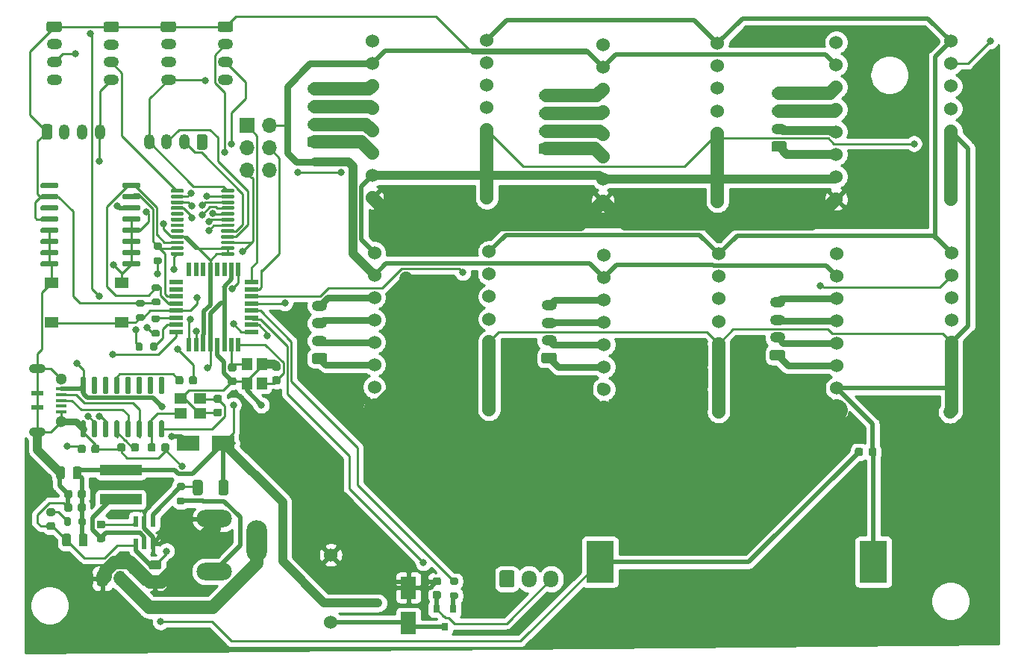
<source format=gbr>
%TF.GenerationSoftware,KiCad,Pcbnew,(5.1.9-0-10_14)*%
%TF.CreationDate,2021-08-09T22:26:57+08:00*%
%TF.ProjectId,Motor_clock,4d6f746f-725f-4636-9c6f-636b2e6b6963,rev?*%
%TF.SameCoordinates,Original*%
%TF.FileFunction,Copper,L1,Top*%
%TF.FilePolarity,Positive*%
%FSLAX46Y46*%
G04 Gerber Fmt 4.6, Leading zero omitted, Abs format (unit mm)*
G04 Created by KiCad (PCBNEW (5.1.9-0-10_14)) date 2021-08-09 22:26:57*
%MOMM*%
%LPD*%
G01*
G04 APERTURE LIST*
%TA.AperFunction,ComponentPad*%
%ADD10C,1.524000*%
%TD*%
%TA.AperFunction,SMDPad,CuDef*%
%ADD11R,0.800000X0.900000*%
%TD*%
%TA.AperFunction,SMDPad,CuDef*%
%ADD12R,1.800000X2.500000*%
%TD*%
%TA.AperFunction,SMDPad,CuDef*%
%ADD13R,4.700000X1.200000*%
%TD*%
%TA.AperFunction,ComponentPad*%
%ADD14O,1.700000X1.950000*%
%TD*%
%TA.AperFunction,SMDPad,CuDef*%
%ADD15R,0.590000X1.250000*%
%TD*%
%TA.AperFunction,ComponentPad*%
%ADD16O,1.900000X1.070000*%
%TD*%
%TA.AperFunction,ComponentPad*%
%ADD17C,1.300000*%
%TD*%
%TA.AperFunction,SMDPad,CuDef*%
%ADD18R,1.250000X0.400000*%
%TD*%
%TA.AperFunction,SMDPad,CuDef*%
%ADD19R,1.350000X0.600000*%
%TD*%
%TA.AperFunction,ComponentPad*%
%ADD20O,1.200000X1.750000*%
%TD*%
%TA.AperFunction,ComponentPad*%
%ADD21O,1.700000X1.700000*%
%TD*%
%TA.AperFunction,ComponentPad*%
%ADD22R,1.700000X1.700000*%
%TD*%
%TA.AperFunction,ComponentPad*%
%ADD23O,1.750000X1.200000*%
%TD*%
%TA.AperFunction,SMDPad,CuDef*%
%ADD24R,1.400000X1.200000*%
%TD*%
%TA.AperFunction,SMDPad,CuDef*%
%ADD25R,2.500000X1.800000*%
%TD*%
%TA.AperFunction,SMDPad,CuDef*%
%ADD26R,1.200000X1.400000*%
%TD*%
%TA.AperFunction,SMDPad,CuDef*%
%ADD27R,1.600000X0.550000*%
%TD*%
%TA.AperFunction,SMDPad,CuDef*%
%ADD28R,0.550000X1.600000*%
%TD*%
%TA.AperFunction,SMDPad,CuDef*%
%ADD29R,1.550000X1.300000*%
%TD*%
%TA.AperFunction,SMDPad,CuDef*%
%ADD30R,3.150000X4.780000*%
%TD*%
%TA.AperFunction,ComponentPad*%
%ADD31O,4.000000X2.000000*%
%TD*%
%TA.AperFunction,ComponentPad*%
%ADD32O,2.350000X4.700000*%
%TD*%
%TA.AperFunction,ViaPad*%
%ADD33C,0.800000*%
%TD*%
%TA.AperFunction,Conductor*%
%ADD34C,0.500000*%
%TD*%
%TA.AperFunction,Conductor*%
%ADD35C,0.250000*%
%TD*%
%TA.AperFunction,Conductor*%
%ADD36C,1.000000*%
%TD*%
%TA.AperFunction,Conductor*%
%ADD37C,0.750000*%
%TD*%
%TA.AperFunction,Conductor*%
%ADD38C,1.500000*%
%TD*%
%TA.AperFunction,Conductor*%
%ADD39C,2.500000*%
%TD*%
%TA.AperFunction,Conductor*%
%ADD40C,0.254000*%
%TD*%
%TA.AperFunction,Conductor*%
%ADD41C,0.100000*%
%TD*%
G04 APERTURE END LIST*
D10*
%TO.P,BZ1,2*%
%TO.N,Net-(BZ1-Pad2)*%
X145034000Y-126355000D03*
%TO.P,BZ1,1*%
%TO.N,12V*%
X145034000Y-118755000D03*
%TD*%
%TO.P,U1,16*%
%TO.N,SCL*%
%TA.AperFunction,SMDPad,CuDef*%
G36*
G01*
X121403000Y-76985000D02*
X121403000Y-76685000D01*
G75*
G02*
X121553000Y-76535000I150000J0D01*
G01*
X123303000Y-76535000D01*
G75*
G02*
X123453000Y-76685000I0J-150000D01*
G01*
X123453000Y-76985000D01*
G75*
G02*
X123303000Y-77135000I-150000J0D01*
G01*
X121553000Y-77135000D01*
G75*
G02*
X121403000Y-76985000I0J150000D01*
G01*
G37*
%TD.AperFunction*%
%TO.P,U1,15*%
%TO.N,SDA*%
%TA.AperFunction,SMDPad,CuDef*%
G36*
G01*
X121403000Y-78255000D02*
X121403000Y-77955000D01*
G75*
G02*
X121553000Y-77805000I150000J0D01*
G01*
X123303000Y-77805000D01*
G75*
G02*
X123453000Y-77955000I0J-150000D01*
G01*
X123453000Y-78255000D01*
G75*
G02*
X123303000Y-78405000I-150000J0D01*
G01*
X121553000Y-78405000D01*
G75*
G02*
X121403000Y-78255000I0J150000D01*
G01*
G37*
%TD.AperFunction*%
%TO.P,U1,14*%
%TO.N,Net-(BT1-Pad1)*%
%TA.AperFunction,SMDPad,CuDef*%
G36*
G01*
X121403000Y-79525000D02*
X121403000Y-79225000D01*
G75*
G02*
X121553000Y-79075000I150000J0D01*
G01*
X123303000Y-79075000D01*
G75*
G02*
X123453000Y-79225000I0J-150000D01*
G01*
X123453000Y-79525000D01*
G75*
G02*
X123303000Y-79675000I-150000J0D01*
G01*
X121553000Y-79675000D01*
G75*
G02*
X121403000Y-79525000I0J150000D01*
G01*
G37*
%TD.AperFunction*%
%TO.P,U1,13*%
%TO.N,PDN*%
%TA.AperFunction,SMDPad,CuDef*%
G36*
G01*
X121403000Y-80795000D02*
X121403000Y-80495000D01*
G75*
G02*
X121553000Y-80345000I150000J0D01*
G01*
X123303000Y-80345000D01*
G75*
G02*
X123453000Y-80495000I0J-150000D01*
G01*
X123453000Y-80795000D01*
G75*
G02*
X123303000Y-80945000I-150000J0D01*
G01*
X121553000Y-80945000D01*
G75*
G02*
X121403000Y-80795000I0J150000D01*
G01*
G37*
%TD.AperFunction*%
%TO.P,U1,12*%
%TA.AperFunction,SMDPad,CuDef*%
G36*
G01*
X121403000Y-82065000D02*
X121403000Y-81765000D01*
G75*
G02*
X121553000Y-81615000I150000J0D01*
G01*
X123303000Y-81615000D01*
G75*
G02*
X123453000Y-81765000I0J-150000D01*
G01*
X123453000Y-82065000D01*
G75*
G02*
X123303000Y-82215000I-150000J0D01*
G01*
X121553000Y-82215000D01*
G75*
G02*
X121403000Y-82065000I0J150000D01*
G01*
G37*
%TD.AperFunction*%
%TO.P,U1,11*%
%TA.AperFunction,SMDPad,CuDef*%
G36*
G01*
X121403000Y-83335000D02*
X121403000Y-83035000D01*
G75*
G02*
X121553000Y-82885000I150000J0D01*
G01*
X123303000Y-82885000D01*
G75*
G02*
X123453000Y-83035000I0J-150000D01*
G01*
X123453000Y-83335000D01*
G75*
G02*
X123303000Y-83485000I-150000J0D01*
G01*
X121553000Y-83485000D01*
G75*
G02*
X121403000Y-83335000I0J150000D01*
G01*
G37*
%TD.AperFunction*%
%TO.P,U1,10*%
%TA.AperFunction,SMDPad,CuDef*%
G36*
G01*
X121403000Y-84605000D02*
X121403000Y-84305000D01*
G75*
G02*
X121553000Y-84155000I150000J0D01*
G01*
X123303000Y-84155000D01*
G75*
G02*
X123453000Y-84305000I0J-150000D01*
G01*
X123453000Y-84605000D01*
G75*
G02*
X123303000Y-84755000I-150000J0D01*
G01*
X121553000Y-84755000D01*
G75*
G02*
X121403000Y-84605000I0J150000D01*
G01*
G37*
%TD.AperFunction*%
%TO.P,U1,9*%
%TA.AperFunction,SMDPad,CuDef*%
G36*
G01*
X121403000Y-85875000D02*
X121403000Y-85575000D01*
G75*
G02*
X121553000Y-85425000I150000J0D01*
G01*
X123303000Y-85425000D01*
G75*
G02*
X123453000Y-85575000I0J-150000D01*
G01*
X123453000Y-85875000D01*
G75*
G02*
X123303000Y-86025000I-150000J0D01*
G01*
X121553000Y-86025000D01*
G75*
G02*
X121403000Y-85875000I0J150000D01*
G01*
G37*
%TD.AperFunction*%
%TO.P,U1,8*%
%TA.AperFunction,SMDPad,CuDef*%
G36*
G01*
X112103000Y-85875000D02*
X112103000Y-85575000D01*
G75*
G02*
X112253000Y-85425000I150000J0D01*
G01*
X114003000Y-85425000D01*
G75*
G02*
X114153000Y-85575000I0J-150000D01*
G01*
X114153000Y-85875000D01*
G75*
G02*
X114003000Y-86025000I-150000J0D01*
G01*
X112253000Y-86025000D01*
G75*
G02*
X112103000Y-85875000I0J150000D01*
G01*
G37*
%TD.AperFunction*%
%TO.P,U1,7*%
%TA.AperFunction,SMDPad,CuDef*%
G36*
G01*
X112103000Y-84605000D02*
X112103000Y-84305000D01*
G75*
G02*
X112253000Y-84155000I150000J0D01*
G01*
X114003000Y-84155000D01*
G75*
G02*
X114153000Y-84305000I0J-150000D01*
G01*
X114153000Y-84605000D01*
G75*
G02*
X114003000Y-84755000I-150000J0D01*
G01*
X112253000Y-84755000D01*
G75*
G02*
X112103000Y-84605000I0J150000D01*
G01*
G37*
%TD.AperFunction*%
%TO.P,U1,6*%
%TA.AperFunction,SMDPad,CuDef*%
G36*
G01*
X112103000Y-83335000D02*
X112103000Y-83035000D01*
G75*
G02*
X112253000Y-82885000I150000J0D01*
G01*
X114003000Y-82885000D01*
G75*
G02*
X114153000Y-83035000I0J-150000D01*
G01*
X114153000Y-83335000D01*
G75*
G02*
X114003000Y-83485000I-150000J0D01*
G01*
X112253000Y-83485000D01*
G75*
G02*
X112103000Y-83335000I0J150000D01*
G01*
G37*
%TD.AperFunction*%
%TO.P,U1,5*%
%TA.AperFunction,SMDPad,CuDef*%
G36*
G01*
X112103000Y-82065000D02*
X112103000Y-81765000D01*
G75*
G02*
X112253000Y-81615000I150000J0D01*
G01*
X114003000Y-81615000D01*
G75*
G02*
X114153000Y-81765000I0J-150000D01*
G01*
X114153000Y-82065000D01*
G75*
G02*
X114003000Y-82215000I-150000J0D01*
G01*
X112253000Y-82215000D01*
G75*
G02*
X112103000Y-82065000I0J150000D01*
G01*
G37*
%TD.AperFunction*%
%TO.P,U1,4*%
%TO.N,+5V*%
%TA.AperFunction,SMDPad,CuDef*%
G36*
G01*
X112103000Y-80795000D02*
X112103000Y-80495000D01*
G75*
G02*
X112253000Y-80345000I150000J0D01*
G01*
X114003000Y-80345000D01*
G75*
G02*
X114153000Y-80495000I0J-150000D01*
G01*
X114153000Y-80795000D01*
G75*
G02*
X114003000Y-80945000I-150000J0D01*
G01*
X112253000Y-80945000D01*
G75*
G02*
X112103000Y-80795000I0J150000D01*
G01*
G37*
%TD.AperFunction*%
%TO.P,U1,3*%
%TO.N,N/C*%
%TA.AperFunction,SMDPad,CuDef*%
G36*
G01*
X112103000Y-79525000D02*
X112103000Y-79225000D01*
G75*
G02*
X112253000Y-79075000I150000J0D01*
G01*
X114003000Y-79075000D01*
G75*
G02*
X114153000Y-79225000I0J-150000D01*
G01*
X114153000Y-79525000D01*
G75*
G02*
X114003000Y-79675000I-150000J0D01*
G01*
X112253000Y-79675000D01*
G75*
G02*
X112103000Y-79525000I0J150000D01*
G01*
G37*
%TD.AperFunction*%
%TO.P,U1,2*%
%TO.N,+5V*%
%TA.AperFunction,SMDPad,CuDef*%
G36*
G01*
X112103000Y-78255000D02*
X112103000Y-77955000D01*
G75*
G02*
X112253000Y-77805000I150000J0D01*
G01*
X114003000Y-77805000D01*
G75*
G02*
X114153000Y-77955000I0J-150000D01*
G01*
X114153000Y-78255000D01*
G75*
G02*
X114003000Y-78405000I-150000J0D01*
G01*
X112253000Y-78405000D01*
G75*
G02*
X112103000Y-78255000I0J150000D01*
G01*
G37*
%TD.AperFunction*%
%TO.P,U1,1*%
%TO.N,N/C*%
%TA.AperFunction,SMDPad,CuDef*%
G36*
G01*
X112103000Y-76985000D02*
X112103000Y-76685000D01*
G75*
G02*
X112253000Y-76535000I150000J0D01*
G01*
X114003000Y-76535000D01*
G75*
G02*
X114153000Y-76685000I0J-150000D01*
G01*
X114153000Y-76985000D01*
G75*
G02*
X114003000Y-77135000I-150000J0D01*
G01*
X112253000Y-77135000D01*
G75*
G02*
X112103000Y-76985000I0J150000D01*
G01*
G37*
%TD.AperFunction*%
%TD*%
%TO.P,R9,2*%
%TO.N,Buzzer*%
%TA.AperFunction,SMDPad,CuDef*%
G36*
G01*
X159304400Y-122117800D02*
X158754400Y-122117800D01*
G75*
G02*
X158554400Y-121917800I0J200000D01*
G01*
X158554400Y-121517800D01*
G75*
G02*
X158754400Y-121317800I200000J0D01*
G01*
X159304400Y-121317800D01*
G75*
G02*
X159504400Y-121517800I0J-200000D01*
G01*
X159504400Y-121917800D01*
G75*
G02*
X159304400Y-122117800I-200000J0D01*
G01*
G37*
%TD.AperFunction*%
%TO.P,R9,1*%
%TO.N,Net-(Q1-Pad1)*%
%TA.AperFunction,SMDPad,CuDef*%
G36*
G01*
X159304400Y-123767800D02*
X158754400Y-123767800D01*
G75*
G02*
X158554400Y-123567800I0J200000D01*
G01*
X158554400Y-123167800D01*
G75*
G02*
X158754400Y-122967800I200000J0D01*
G01*
X159304400Y-122967800D01*
G75*
G02*
X159504400Y-123167800I0J-200000D01*
G01*
X159504400Y-123567800D01*
G75*
G02*
X159304400Y-123767800I-200000J0D01*
G01*
G37*
%TD.AperFunction*%
%TD*%
%TO.P,R6,2*%
%TO.N,VFB*%
%TA.AperFunction,SMDPad,CuDef*%
G36*
G01*
X130508900Y-110474599D02*
X130508900Y-111724601D01*
G75*
G02*
X130258901Y-111974600I-249999J0D01*
G01*
X129633899Y-111974600D01*
G75*
G02*
X129383900Y-111724601I0J249999D01*
G01*
X129383900Y-110474599D01*
G75*
G02*
X129633899Y-110224600I249999J0D01*
G01*
X130258901Y-110224600D01*
G75*
G02*
X130508900Y-110474599I0J-249999D01*
G01*
G37*
%TD.AperFunction*%
%TO.P,R6,1*%
%TO.N,+5V*%
%TA.AperFunction,SMDPad,CuDef*%
G36*
G01*
X133433900Y-110474599D02*
X133433900Y-111724601D01*
G75*
G02*
X133183901Y-111974600I-249999J0D01*
G01*
X132558899Y-111974600D01*
G75*
G02*
X132308900Y-111724601I0J249999D01*
G01*
X132308900Y-110474599D01*
G75*
G02*
X132558899Y-110224600I249999J0D01*
G01*
X133183901Y-110224600D01*
G75*
G02*
X133433900Y-110474599I0J-249999D01*
G01*
G37*
%TD.AperFunction*%
%TD*%
D11*
%TO.P,Q1,3*%
%TO.N,Net-(BZ1-Pad2)*%
X157962600Y-126891800D03*
%TO.P,Q1,2*%
%TO.N,PDN*%
X157012600Y-124891800D03*
%TO.P,Q1,1*%
%TO.N,Net-(Q1-Pad1)*%
X158912600Y-124891800D03*
%TD*%
D12*
%TO.P,D3,2*%
%TO.N,Net-(BZ1-Pad2)*%
X153847800Y-126453400D03*
%TO.P,D3,1*%
%TO.N,12V*%
X153847800Y-122453400D03*
%TD*%
%TO.P,C15,2*%
%TO.N,PDN*%
%TA.AperFunction,SMDPad,CuDef*%
G36*
G01*
X156823600Y-122841600D02*
X157323600Y-122841600D01*
G75*
G02*
X157548600Y-123066600I0J-225000D01*
G01*
X157548600Y-123516600D01*
G75*
G02*
X157323600Y-123741600I-225000J0D01*
G01*
X156823600Y-123741600D01*
G75*
G02*
X156598600Y-123516600I0J225000D01*
G01*
X156598600Y-123066600D01*
G75*
G02*
X156823600Y-122841600I225000J0D01*
G01*
G37*
%TD.AperFunction*%
%TO.P,C15,1*%
%TO.N,12V*%
%TA.AperFunction,SMDPad,CuDef*%
G36*
G01*
X156823600Y-121291600D02*
X157323600Y-121291600D01*
G75*
G02*
X157548600Y-121516600I0J-225000D01*
G01*
X157548600Y-121966600D01*
G75*
G02*
X157323600Y-122191600I-225000J0D01*
G01*
X156823600Y-122191600D01*
G75*
G02*
X156598600Y-121966600I0J225000D01*
G01*
X156598600Y-121516600D01*
G75*
G02*
X156823600Y-121291600I225000J0D01*
G01*
G37*
%TD.AperFunction*%
%TD*%
D13*
%TO.P,L1,2*%
%TO.N,+5V*%
X121208800Y-109143800D03*
%TO.P,L1,1*%
%TO.N,Net-(C8-Pad2)*%
X121208800Y-112453800D03*
%TD*%
D14*
%TO.P,J1,3*%
%TO.N,PDN*%
X170027600Y-121462800D03*
%TO.P,J1,2*%
%TO.N,LED_DA*%
X167527600Y-121462800D03*
%TO.P,J1,1*%
%TO.N,+5V*%
%TA.AperFunction,ComponentPad*%
G36*
G01*
X164177600Y-122187800D02*
X164177600Y-120737800D01*
G75*
G02*
X164427600Y-120487800I250000J0D01*
G01*
X165627600Y-120487800D01*
G75*
G02*
X165877600Y-120737800I0J-250000D01*
G01*
X165877600Y-122187800D01*
G75*
G02*
X165627600Y-122437800I-250000J0D01*
G01*
X164427600Y-122437800D01*
G75*
G02*
X164177600Y-122187800I0J250000D01*
G01*
G37*
%TD.AperFunction*%
%TD*%
D15*
%TO.P,VR1,6*%
%TO.N,VBST*%
X122941000Y-114965000D03*
%TO.P,VR1,5*%
%TO.N,12V*%
X123891000Y-114965000D03*
%TO.P,VR1,4*%
%TO.N,VFB*%
X124841000Y-114965000D03*
%TO.P,VR1,3*%
%TO.N,12V*%
X124841000Y-117475000D03*
%TO.P,VR1,2*%
%TO.N,Net-(C8-Pad2)*%
X123891000Y-117475000D03*
%TO.P,VR1,1*%
%TO.N,PDN*%
X122941000Y-117475000D03*
%TD*%
D10*
%TO.P,U3,8*%
%TO.N,DIR*%
X215452960Y-84470240D03*
%TO.P,U3,7*%
%TO.N,P0*%
X215447880Y-86995000D03*
%TO.P,U3,6*%
%TO.N,N/C*%
X215458040Y-89545160D03*
%TO.P,U3,5*%
X215458040Y-92095320D03*
%TO.P,U3,4*%
%TO.N,PDN*%
X215458040Y-94650560D03*
%TO.P,U3,3*%
X215458040Y-97292160D03*
%TO.P,U3,2*%
X215458040Y-99816920D03*
%TO.P,U3,1*%
X215442800Y-102362000D03*
%TO.P,U3,16*%
X202438000Y-84582000D03*
%TO.P,U3,15*%
%TO.N,+5V*%
X202438000Y-87122000D03*
%TO.P,U3,14*%
%TO.N,Net-(J5-Pad4)*%
X202438000Y-89662000D03*
%TO.P,U3,13*%
%TO.N,Net-(J5-Pad3)*%
X202438000Y-92202000D03*
%TO.P,U3,12*%
%TO.N,Net-(J5-Pad2)*%
X202438000Y-94742000D03*
%TO.P,U3,11*%
%TO.N,Net-(J5-Pad1)*%
X202438000Y-97282000D03*
%TO.P,U3,10*%
%TO.N,PDN*%
X202438000Y-99822000D03*
%TO.P,U3,9*%
%TO.N,12V*%
X202438000Y-102362000D03*
%TD*%
D16*
%TO.P,J11,6*%
%TO.N,PDN*%
X111777000Y-104804000D03*
D17*
X114427000Y-103629000D03*
D18*
%TO.P,J11,1*%
%TO.N,VIN*%
X114427000Y-99904000D03*
%TO.P,J11,3*%
%TO.N,D+*%
X114427000Y-101204000D03*
%TO.P,J11,4*%
%TO.N,N/C*%
X114427000Y-101854000D03*
D16*
%TO.P,J11,6*%
%TO.N,PDN*%
X111777000Y-97604000D03*
D17*
X114427000Y-98779000D03*
D19*
X111752000Y-100404000D03*
D18*
%TO.P,J11,2*%
%TO.N,D-*%
X114427000Y-100554000D03*
%TO.P,J11,5*%
%TO.N,PDN*%
X114427000Y-102504000D03*
D19*
%TO.P,J11,6*%
X111752000Y-102004000D03*
%TD*%
D20*
%TO.P,J15,4*%
%TO.N,PDN*%
X118840000Y-70739000D03*
%TO.P,J15,3*%
%TO.N,SD1*%
X116840000Y-70739000D03*
%TO.P,J15,2*%
%TO.N,SC1*%
X114840000Y-70739000D03*
%TO.P,J15,1*%
%TO.N,+5V*%
%TA.AperFunction,ComponentPad*%
G36*
G01*
X112240000Y-71364001D02*
X112240000Y-70113999D01*
G75*
G02*
X112489999Y-69864000I249999J0D01*
G01*
X113190001Y-69864000D01*
G75*
G02*
X113440000Y-70113999I0J-249999D01*
G01*
X113440000Y-71364001D01*
G75*
G02*
X113190001Y-71614000I-249999J0D01*
G01*
X112489999Y-71614000D01*
G75*
G02*
X112240000Y-71364001I0J249999D01*
G01*
G37*
%TD.AperFunction*%
%TD*%
D21*
%TO.P,J4,6*%
%TO.N,PDN*%
X138049000Y-75057000D03*
%TO.P,J4,5*%
%TO.N,RESET*%
X135509000Y-75057000D03*
%TO.P,J4,4*%
%TO.N,MOSI*%
X138049000Y-72517000D03*
%TO.P,J4,3*%
%TO.N,SCK*%
X135509000Y-72517000D03*
%TO.P,J4,2*%
%TO.N,+5V*%
X138049000Y-69977000D03*
D22*
%TO.P,J4,1*%
%TO.N,MISO*%
X135509000Y-69977000D03*
%TD*%
%TO.P,U10,24*%
%TO.N,+5V*%
%TA.AperFunction,SMDPad,CuDef*%
G36*
G01*
X128362500Y-84482000D02*
X128362500Y-84682000D01*
G75*
G02*
X128262500Y-84782000I-100000J0D01*
G01*
X126987500Y-84782000D01*
G75*
G02*
X126887500Y-84682000I0J100000D01*
G01*
X126887500Y-84482000D01*
G75*
G02*
X126987500Y-84382000I100000J0D01*
G01*
X128262500Y-84382000D01*
G75*
G02*
X128362500Y-84482000I0J-100000D01*
G01*
G37*
%TD.AperFunction*%
%TO.P,U10,23*%
%TO.N,SDA*%
%TA.AperFunction,SMDPad,CuDef*%
G36*
G01*
X128362500Y-83832000D02*
X128362500Y-84032000D01*
G75*
G02*
X128262500Y-84132000I-100000J0D01*
G01*
X126987500Y-84132000D01*
G75*
G02*
X126887500Y-84032000I0J100000D01*
G01*
X126887500Y-83832000D01*
G75*
G02*
X126987500Y-83732000I100000J0D01*
G01*
X128262500Y-83732000D01*
G75*
G02*
X128362500Y-83832000I0J-100000D01*
G01*
G37*
%TD.AperFunction*%
%TO.P,U10,22*%
%TO.N,SCL*%
%TA.AperFunction,SMDPad,CuDef*%
G36*
G01*
X128362500Y-83182000D02*
X128362500Y-83382000D01*
G75*
G02*
X128262500Y-83482000I-100000J0D01*
G01*
X126987500Y-83482000D01*
G75*
G02*
X126887500Y-83382000I0J100000D01*
G01*
X126887500Y-83182000D01*
G75*
G02*
X126987500Y-83082000I100000J0D01*
G01*
X128262500Y-83082000D01*
G75*
G02*
X128362500Y-83182000I0J-100000D01*
G01*
G37*
%TD.AperFunction*%
%TO.P,U10,21*%
%TO.N,PDN*%
%TA.AperFunction,SMDPad,CuDef*%
G36*
G01*
X128362500Y-82532000D02*
X128362500Y-82732000D01*
G75*
G02*
X128262500Y-82832000I-100000J0D01*
G01*
X126987500Y-82832000D01*
G75*
G02*
X126887500Y-82732000I0J100000D01*
G01*
X126887500Y-82532000D01*
G75*
G02*
X126987500Y-82432000I100000J0D01*
G01*
X128262500Y-82432000D01*
G75*
G02*
X128362500Y-82532000I0J-100000D01*
G01*
G37*
%TD.AperFunction*%
%TO.P,U10,20*%
%TO.N,N/C*%
%TA.AperFunction,SMDPad,CuDef*%
G36*
G01*
X128362500Y-81882000D02*
X128362500Y-82082000D01*
G75*
G02*
X128262500Y-82182000I-100000J0D01*
G01*
X126987500Y-82182000D01*
G75*
G02*
X126887500Y-82082000I0J100000D01*
G01*
X126887500Y-81882000D01*
G75*
G02*
X126987500Y-81782000I100000J0D01*
G01*
X128262500Y-81782000D01*
G75*
G02*
X128362500Y-81882000I0J-100000D01*
G01*
G37*
%TD.AperFunction*%
%TO.P,U10,19*%
%TA.AperFunction,SMDPad,CuDef*%
G36*
G01*
X128362500Y-81232000D02*
X128362500Y-81432000D01*
G75*
G02*
X128262500Y-81532000I-100000J0D01*
G01*
X126987500Y-81532000D01*
G75*
G02*
X126887500Y-81432000I0J100000D01*
G01*
X126887500Y-81232000D01*
G75*
G02*
X126987500Y-81132000I100000J0D01*
G01*
X128262500Y-81132000D01*
G75*
G02*
X128362500Y-81232000I0J-100000D01*
G01*
G37*
%TD.AperFunction*%
%TO.P,U10,18*%
%TA.AperFunction,SMDPad,CuDef*%
G36*
G01*
X128362500Y-80582000D02*
X128362500Y-80782000D01*
G75*
G02*
X128262500Y-80882000I-100000J0D01*
G01*
X126987500Y-80882000D01*
G75*
G02*
X126887500Y-80782000I0J100000D01*
G01*
X126887500Y-80582000D01*
G75*
G02*
X126987500Y-80482000I100000J0D01*
G01*
X128262500Y-80482000D01*
G75*
G02*
X128362500Y-80582000I0J-100000D01*
G01*
G37*
%TD.AperFunction*%
%TO.P,U10,17*%
%TA.AperFunction,SMDPad,CuDef*%
G36*
G01*
X128362500Y-79932000D02*
X128362500Y-80132000D01*
G75*
G02*
X128262500Y-80232000I-100000J0D01*
G01*
X126987500Y-80232000D01*
G75*
G02*
X126887500Y-80132000I0J100000D01*
G01*
X126887500Y-79932000D01*
G75*
G02*
X126987500Y-79832000I100000J0D01*
G01*
X128262500Y-79832000D01*
G75*
G02*
X128362500Y-79932000I0J-100000D01*
G01*
G37*
%TD.AperFunction*%
%TO.P,U10,16*%
%TO.N,SC5*%
%TA.AperFunction,SMDPad,CuDef*%
G36*
G01*
X128362500Y-79282000D02*
X128362500Y-79482000D01*
G75*
G02*
X128262500Y-79582000I-100000J0D01*
G01*
X126987500Y-79582000D01*
G75*
G02*
X126887500Y-79482000I0J100000D01*
G01*
X126887500Y-79282000D01*
G75*
G02*
X126987500Y-79182000I100000J0D01*
G01*
X128262500Y-79182000D01*
G75*
G02*
X128362500Y-79282000I0J-100000D01*
G01*
G37*
%TD.AperFunction*%
%TO.P,U10,15*%
%TO.N,SD5*%
%TA.AperFunction,SMDPad,CuDef*%
G36*
G01*
X128362500Y-78632000D02*
X128362500Y-78832000D01*
G75*
G02*
X128262500Y-78932000I-100000J0D01*
G01*
X126987500Y-78932000D01*
G75*
G02*
X126887500Y-78832000I0J100000D01*
G01*
X126887500Y-78632000D01*
G75*
G02*
X126987500Y-78532000I100000J0D01*
G01*
X128262500Y-78532000D01*
G75*
G02*
X128362500Y-78632000I0J-100000D01*
G01*
G37*
%TD.AperFunction*%
%TO.P,U10,14*%
%TO.N,SC4*%
%TA.AperFunction,SMDPad,CuDef*%
G36*
G01*
X128362500Y-77982000D02*
X128362500Y-78182000D01*
G75*
G02*
X128262500Y-78282000I-100000J0D01*
G01*
X126987500Y-78282000D01*
G75*
G02*
X126887500Y-78182000I0J100000D01*
G01*
X126887500Y-77982000D01*
G75*
G02*
X126987500Y-77882000I100000J0D01*
G01*
X128262500Y-77882000D01*
G75*
G02*
X128362500Y-77982000I0J-100000D01*
G01*
G37*
%TD.AperFunction*%
%TO.P,U10,13*%
%TO.N,SD4*%
%TA.AperFunction,SMDPad,CuDef*%
G36*
G01*
X128362500Y-77332000D02*
X128362500Y-77532000D01*
G75*
G02*
X128262500Y-77632000I-100000J0D01*
G01*
X126987500Y-77632000D01*
G75*
G02*
X126887500Y-77532000I0J100000D01*
G01*
X126887500Y-77332000D01*
G75*
G02*
X126987500Y-77232000I100000J0D01*
G01*
X128262500Y-77232000D01*
G75*
G02*
X128362500Y-77332000I0J-100000D01*
G01*
G37*
%TD.AperFunction*%
%TO.P,U10,12*%
%TO.N,PDN*%
%TA.AperFunction,SMDPad,CuDef*%
G36*
G01*
X134087500Y-77332000D02*
X134087500Y-77532000D01*
G75*
G02*
X133987500Y-77632000I-100000J0D01*
G01*
X132712500Y-77632000D01*
G75*
G02*
X132612500Y-77532000I0J100000D01*
G01*
X132612500Y-77332000D01*
G75*
G02*
X132712500Y-77232000I100000J0D01*
G01*
X133987500Y-77232000D01*
G75*
G02*
X134087500Y-77332000I0J-100000D01*
G01*
G37*
%TD.AperFunction*%
%TO.P,U10,11*%
%TO.N,SC3*%
%TA.AperFunction,SMDPad,CuDef*%
G36*
G01*
X134087500Y-77982000D02*
X134087500Y-78182000D01*
G75*
G02*
X133987500Y-78282000I-100000J0D01*
G01*
X132712500Y-78282000D01*
G75*
G02*
X132612500Y-78182000I0J100000D01*
G01*
X132612500Y-77982000D01*
G75*
G02*
X132712500Y-77882000I100000J0D01*
G01*
X133987500Y-77882000D01*
G75*
G02*
X134087500Y-77982000I0J-100000D01*
G01*
G37*
%TD.AperFunction*%
%TO.P,U10,10*%
%TO.N,SD3*%
%TA.AperFunction,SMDPad,CuDef*%
G36*
G01*
X134087500Y-78632000D02*
X134087500Y-78832000D01*
G75*
G02*
X133987500Y-78932000I-100000J0D01*
G01*
X132712500Y-78932000D01*
G75*
G02*
X132612500Y-78832000I0J100000D01*
G01*
X132612500Y-78632000D01*
G75*
G02*
X132712500Y-78532000I100000J0D01*
G01*
X133987500Y-78532000D01*
G75*
G02*
X134087500Y-78632000I0J-100000D01*
G01*
G37*
%TD.AperFunction*%
%TO.P,U10,9*%
%TO.N,SC2*%
%TA.AperFunction,SMDPad,CuDef*%
G36*
G01*
X134087500Y-79282000D02*
X134087500Y-79482000D01*
G75*
G02*
X133987500Y-79582000I-100000J0D01*
G01*
X132712500Y-79582000D01*
G75*
G02*
X132612500Y-79482000I0J100000D01*
G01*
X132612500Y-79282000D01*
G75*
G02*
X132712500Y-79182000I100000J0D01*
G01*
X133987500Y-79182000D01*
G75*
G02*
X134087500Y-79282000I0J-100000D01*
G01*
G37*
%TD.AperFunction*%
%TO.P,U10,8*%
%TO.N,SD2*%
%TA.AperFunction,SMDPad,CuDef*%
G36*
G01*
X134087500Y-79932000D02*
X134087500Y-80132000D01*
G75*
G02*
X133987500Y-80232000I-100000J0D01*
G01*
X132712500Y-80232000D01*
G75*
G02*
X132612500Y-80132000I0J100000D01*
G01*
X132612500Y-79932000D01*
G75*
G02*
X132712500Y-79832000I100000J0D01*
G01*
X133987500Y-79832000D01*
G75*
G02*
X134087500Y-79932000I0J-100000D01*
G01*
G37*
%TD.AperFunction*%
%TO.P,U10,7*%
%TO.N,SC1*%
%TA.AperFunction,SMDPad,CuDef*%
G36*
G01*
X134087500Y-80582000D02*
X134087500Y-80782000D01*
G75*
G02*
X133987500Y-80882000I-100000J0D01*
G01*
X132712500Y-80882000D01*
G75*
G02*
X132612500Y-80782000I0J100000D01*
G01*
X132612500Y-80582000D01*
G75*
G02*
X132712500Y-80482000I100000J0D01*
G01*
X133987500Y-80482000D01*
G75*
G02*
X134087500Y-80582000I0J-100000D01*
G01*
G37*
%TD.AperFunction*%
%TO.P,U10,6*%
%TO.N,SD1*%
%TA.AperFunction,SMDPad,CuDef*%
G36*
G01*
X134087500Y-81232000D02*
X134087500Y-81432000D01*
G75*
G02*
X133987500Y-81532000I-100000J0D01*
G01*
X132712500Y-81532000D01*
G75*
G02*
X132612500Y-81432000I0J100000D01*
G01*
X132612500Y-81232000D01*
G75*
G02*
X132712500Y-81132000I100000J0D01*
G01*
X133987500Y-81132000D01*
G75*
G02*
X134087500Y-81232000I0J-100000D01*
G01*
G37*
%TD.AperFunction*%
%TO.P,U10,5*%
%TO.N,SC0*%
%TA.AperFunction,SMDPad,CuDef*%
G36*
G01*
X134087500Y-81882000D02*
X134087500Y-82082000D01*
G75*
G02*
X133987500Y-82182000I-100000J0D01*
G01*
X132712500Y-82182000D01*
G75*
G02*
X132612500Y-82082000I0J100000D01*
G01*
X132612500Y-81882000D01*
G75*
G02*
X132712500Y-81782000I100000J0D01*
G01*
X133987500Y-81782000D01*
G75*
G02*
X134087500Y-81882000I0J-100000D01*
G01*
G37*
%TD.AperFunction*%
%TO.P,U10,4*%
%TO.N,SD0*%
%TA.AperFunction,SMDPad,CuDef*%
G36*
G01*
X134087500Y-82532000D02*
X134087500Y-82732000D01*
G75*
G02*
X133987500Y-82832000I-100000J0D01*
G01*
X132712500Y-82832000D01*
G75*
G02*
X132612500Y-82732000I0J100000D01*
G01*
X132612500Y-82532000D01*
G75*
G02*
X132712500Y-82432000I100000J0D01*
G01*
X133987500Y-82432000D01*
G75*
G02*
X134087500Y-82532000I0J-100000D01*
G01*
G37*
%TD.AperFunction*%
%TO.P,U10,3*%
%TO.N,RESET*%
%TA.AperFunction,SMDPad,CuDef*%
G36*
G01*
X134087500Y-83182000D02*
X134087500Y-83382000D01*
G75*
G02*
X133987500Y-83482000I-100000J0D01*
G01*
X132712500Y-83482000D01*
G75*
G02*
X132612500Y-83382000I0J100000D01*
G01*
X132612500Y-83182000D01*
G75*
G02*
X132712500Y-83082000I100000J0D01*
G01*
X133987500Y-83082000D01*
G75*
G02*
X134087500Y-83182000I0J-100000D01*
G01*
G37*
%TD.AperFunction*%
%TO.P,U10,2*%
%TO.N,PDN*%
%TA.AperFunction,SMDPad,CuDef*%
G36*
G01*
X134087500Y-83832000D02*
X134087500Y-84032000D01*
G75*
G02*
X133987500Y-84132000I-100000J0D01*
G01*
X132712500Y-84132000D01*
G75*
G02*
X132612500Y-84032000I0J100000D01*
G01*
X132612500Y-83832000D01*
G75*
G02*
X132712500Y-83732000I100000J0D01*
G01*
X133987500Y-83732000D01*
G75*
G02*
X134087500Y-83832000I0J-100000D01*
G01*
G37*
%TD.AperFunction*%
%TO.P,U10,1*%
%TA.AperFunction,SMDPad,CuDef*%
G36*
G01*
X134087500Y-84482000D02*
X134087500Y-84682000D01*
G75*
G02*
X133987500Y-84782000I-100000J0D01*
G01*
X132712500Y-84782000D01*
G75*
G02*
X132612500Y-84682000I0J100000D01*
G01*
X132612500Y-84482000D01*
G75*
G02*
X132712500Y-84382000I100000J0D01*
G01*
X133987500Y-84382000D01*
G75*
G02*
X134087500Y-84482000I0J-100000D01*
G01*
G37*
%TD.AperFunction*%
%TD*%
D23*
%TO.P,J17,4*%
%TO.N,PDN*%
X113665000Y-64801000D03*
%TO.P,J17,3*%
%TO.N,SD5*%
X113665000Y-62801000D03*
%TO.P,J17,2*%
%TO.N,SC5*%
X113665000Y-60801000D03*
%TO.P,J17,1*%
%TO.N,+5V*%
%TA.AperFunction,ComponentPad*%
G36*
G01*
X113039999Y-58201000D02*
X114290001Y-58201000D01*
G75*
G02*
X114540000Y-58450999I0J-249999D01*
G01*
X114540000Y-59151001D01*
G75*
G02*
X114290001Y-59401000I-249999J0D01*
G01*
X113039999Y-59401000D01*
G75*
G02*
X112790000Y-59151001I0J249999D01*
G01*
X112790000Y-58450999D01*
G75*
G02*
X113039999Y-58201000I249999J0D01*
G01*
G37*
%TD.AperFunction*%
%TD*%
%TO.P,J16,4*%
%TO.N,PDN*%
X126619000Y-64801000D03*
%TO.P,J16,3*%
%TO.N,SD3*%
X126619000Y-62801000D03*
%TO.P,J16,2*%
%TO.N,SC3*%
X126619000Y-60801000D03*
%TO.P,J16,1*%
%TO.N,+5V*%
%TA.AperFunction,ComponentPad*%
G36*
G01*
X125993999Y-58201000D02*
X127244001Y-58201000D01*
G75*
G02*
X127494000Y-58450999I0J-249999D01*
G01*
X127494000Y-59151001D01*
G75*
G02*
X127244001Y-59401000I-249999J0D01*
G01*
X125993999Y-59401000D01*
G75*
G02*
X125744000Y-59151001I0J249999D01*
G01*
X125744000Y-58450999D01*
G75*
G02*
X125993999Y-58201000I249999J0D01*
G01*
G37*
%TD.AperFunction*%
%TD*%
D20*
%TO.P,J14,4*%
%TO.N,PDN*%
X124429000Y-71882000D03*
%TO.P,J14,3*%
%TO.N,SD0*%
X126429000Y-71882000D03*
%TO.P,J14,2*%
%TO.N,SC0*%
X128429000Y-71882000D03*
%TO.P,J14,1*%
%TO.N,+5V*%
%TA.AperFunction,ComponentPad*%
G36*
G01*
X131029000Y-71256999D02*
X131029000Y-72507001D01*
G75*
G02*
X130779001Y-72757000I-249999J0D01*
G01*
X130078999Y-72757000D01*
G75*
G02*
X129829000Y-72507001I0J249999D01*
G01*
X129829000Y-71256999D01*
G75*
G02*
X130078999Y-71007000I249999J0D01*
G01*
X130779001Y-71007000D01*
G75*
G02*
X131029000Y-71256999I0J-249999D01*
G01*
G37*
%TD.AperFunction*%
%TD*%
D23*
%TO.P,J13,4*%
%TO.N,PDN*%
X120142000Y-64833000D03*
%TO.P,J13,3*%
%TO.N,SD4*%
X120142000Y-62833000D03*
%TO.P,J13,2*%
%TO.N,SC4*%
X120142000Y-60833000D03*
%TO.P,J13,1*%
%TO.N,+5V*%
%TA.AperFunction,ComponentPad*%
G36*
G01*
X119516999Y-58233000D02*
X120767001Y-58233000D01*
G75*
G02*
X121017000Y-58482999I0J-249999D01*
G01*
X121017000Y-59183001D01*
G75*
G02*
X120767001Y-59433000I-249999J0D01*
G01*
X119516999Y-59433000D01*
G75*
G02*
X119267000Y-59183001I0J249999D01*
G01*
X119267000Y-58482999D01*
G75*
G02*
X119516999Y-58233000I249999J0D01*
G01*
G37*
%TD.AperFunction*%
%TD*%
%TO.P,J12,4*%
%TO.N,PDN*%
X133096000Y-64801000D03*
%TO.P,J12,3*%
%TO.N,SD2*%
X133096000Y-62801000D03*
%TO.P,J12,2*%
%TO.N,SC2*%
X133096000Y-60801000D03*
%TO.P,J12,1*%
%TO.N,+5V*%
%TA.AperFunction,ComponentPad*%
G36*
G01*
X132470999Y-58201000D02*
X133721001Y-58201000D01*
G75*
G02*
X133971000Y-58450999I0J-249999D01*
G01*
X133971000Y-59151001D01*
G75*
G02*
X133721001Y-59401000I-249999J0D01*
G01*
X132470999Y-59401000D01*
G75*
G02*
X132221000Y-59151001I0J249999D01*
G01*
X132221000Y-58450999D01*
G75*
G02*
X132470999Y-58201000I249999J0D01*
G01*
G37*
%TD.AperFunction*%
%TD*%
%TO.P,C14,2*%
%TO.N,RESET*%
%TA.AperFunction,SMDPad,CuDef*%
G36*
G01*
X128963000Y-99183000D02*
X128963000Y-98683000D01*
G75*
G02*
X129188000Y-98458000I225000J0D01*
G01*
X129638000Y-98458000D01*
G75*
G02*
X129863000Y-98683000I0J-225000D01*
G01*
X129863000Y-99183000D01*
G75*
G02*
X129638000Y-99408000I-225000J0D01*
G01*
X129188000Y-99408000D01*
G75*
G02*
X128963000Y-99183000I0J225000D01*
G01*
G37*
%TD.AperFunction*%
%TO.P,C14,1*%
%TO.N,Net-(C14-Pad1)*%
%TA.AperFunction,SMDPad,CuDef*%
G36*
G01*
X127413000Y-99183000D02*
X127413000Y-98683000D01*
G75*
G02*
X127638000Y-98458000I225000J0D01*
G01*
X128088000Y-98458000D01*
G75*
G02*
X128313000Y-98683000I0J-225000D01*
G01*
X128313000Y-99183000D01*
G75*
G02*
X128088000Y-99408000I-225000J0D01*
G01*
X127638000Y-99408000D01*
G75*
G02*
X127413000Y-99183000I0J225000D01*
G01*
G37*
%TD.AperFunction*%
%TD*%
%TO.P,R5,2*%
%TO.N,SCL*%
%TA.AperFunction,SMDPad,CuDef*%
G36*
G01*
X125497000Y-88793000D02*
X124947000Y-88793000D01*
G75*
G02*
X124747000Y-88593000I0J200000D01*
G01*
X124747000Y-88193000D01*
G75*
G02*
X124947000Y-87993000I200000J0D01*
G01*
X125497000Y-87993000D01*
G75*
G02*
X125697000Y-88193000I0J-200000D01*
G01*
X125697000Y-88593000D01*
G75*
G02*
X125497000Y-88793000I-200000J0D01*
G01*
G37*
%TD.AperFunction*%
%TO.P,R5,1*%
%TO.N,+5V*%
%TA.AperFunction,SMDPad,CuDef*%
G36*
G01*
X125497000Y-90443000D02*
X124947000Y-90443000D01*
G75*
G02*
X124747000Y-90243000I0J200000D01*
G01*
X124747000Y-89843000D01*
G75*
G02*
X124947000Y-89643000I200000J0D01*
G01*
X125497000Y-89643000D01*
G75*
G02*
X125697000Y-89843000I0J-200000D01*
G01*
X125697000Y-90243000D01*
G75*
G02*
X125497000Y-90443000I-200000J0D01*
G01*
G37*
%TD.AperFunction*%
%TD*%
%TO.P,R2,2*%
%TO.N,SDA*%
%TA.AperFunction,SMDPad,CuDef*%
G36*
G01*
X125674800Y-84118400D02*
X125124800Y-84118400D01*
G75*
G02*
X124924800Y-83918400I0J200000D01*
G01*
X124924800Y-83518400D01*
G75*
G02*
X125124800Y-83318400I200000J0D01*
G01*
X125674800Y-83318400D01*
G75*
G02*
X125874800Y-83518400I0J-200000D01*
G01*
X125874800Y-83918400D01*
G75*
G02*
X125674800Y-84118400I-200000J0D01*
G01*
G37*
%TD.AperFunction*%
%TO.P,R2,1*%
%TO.N,+5V*%
%TA.AperFunction,SMDPad,CuDef*%
G36*
G01*
X125674800Y-85768400D02*
X125124800Y-85768400D01*
G75*
G02*
X124924800Y-85568400I0J200000D01*
G01*
X124924800Y-85168400D01*
G75*
G02*
X125124800Y-84968400I200000J0D01*
G01*
X125674800Y-84968400D01*
G75*
G02*
X125874800Y-85168400I0J-200000D01*
G01*
X125874800Y-85568400D01*
G75*
G02*
X125674800Y-85768400I-200000J0D01*
G01*
G37*
%TD.AperFunction*%
%TD*%
%TO.P,C5,2*%
%TO.N,PDN*%
%TA.AperFunction,SMDPad,CuDef*%
G36*
G01*
X114880500Y-108960900D02*
X114880500Y-109910900D01*
G75*
G02*
X114630500Y-110160900I-250000J0D01*
G01*
X114130500Y-110160900D01*
G75*
G02*
X113880500Y-109910900I0J250000D01*
G01*
X113880500Y-108960900D01*
G75*
G02*
X114130500Y-108710900I250000J0D01*
G01*
X114630500Y-108710900D01*
G75*
G02*
X114880500Y-108960900I0J-250000D01*
G01*
G37*
%TD.AperFunction*%
%TO.P,C5,1*%
%TO.N,+5V*%
%TA.AperFunction,SMDPad,CuDef*%
G36*
G01*
X116780500Y-108960900D02*
X116780500Y-109910900D01*
G75*
G02*
X116530500Y-110160900I-250000J0D01*
G01*
X116030500Y-110160900D01*
G75*
G02*
X115780500Y-109910900I0J250000D01*
G01*
X115780500Y-108960900D01*
G75*
G02*
X116030500Y-108710900I250000J0D01*
G01*
X116530500Y-108710900D01*
G75*
G02*
X116780500Y-108960900I0J-250000D01*
G01*
G37*
%TD.AperFunction*%
%TD*%
D24*
%TO.P,Y2,4*%
%TO.N,PDN*%
X128016000Y-100965000D03*
%TO.P,Y2,3*%
%TO.N,Net-(C13-Pad1)*%
X130216000Y-100965000D03*
%TO.P,Y2,2*%
%TO.N,PDN*%
X130216000Y-102665000D03*
%TO.P,Y2,1*%
%TO.N,Net-(C11-Pad1)*%
X128016000Y-102665000D03*
%TD*%
%TO.P,C13,2*%
%TO.N,PDN*%
%TA.AperFunction,SMDPad,CuDef*%
G36*
G01*
X131957000Y-102128500D02*
X132457000Y-102128500D01*
G75*
G02*
X132682000Y-102353500I0J-225000D01*
G01*
X132682000Y-102803500D01*
G75*
G02*
X132457000Y-103028500I-225000J0D01*
G01*
X131957000Y-103028500D01*
G75*
G02*
X131732000Y-102803500I0J225000D01*
G01*
X131732000Y-102353500D01*
G75*
G02*
X131957000Y-102128500I225000J0D01*
G01*
G37*
%TD.AperFunction*%
%TO.P,C13,1*%
%TO.N,Net-(C13-Pad1)*%
%TA.AperFunction,SMDPad,CuDef*%
G36*
G01*
X131957000Y-100578500D02*
X132457000Y-100578500D01*
G75*
G02*
X132682000Y-100803500I0J-225000D01*
G01*
X132682000Y-101253500D01*
G75*
G02*
X132457000Y-101478500I-225000J0D01*
G01*
X131957000Y-101478500D01*
G75*
G02*
X131732000Y-101253500I0J225000D01*
G01*
X131732000Y-100803500D01*
G75*
G02*
X131957000Y-100578500I225000J0D01*
G01*
G37*
%TD.AperFunction*%
%TD*%
%TO.P,C11,2*%
%TO.N,PDN*%
%TA.AperFunction,SMDPad,CuDef*%
G36*
G01*
X125814000Y-106803000D02*
X125814000Y-106303000D01*
G75*
G02*
X126039000Y-106078000I225000J0D01*
G01*
X126489000Y-106078000D01*
G75*
G02*
X126714000Y-106303000I0J-225000D01*
G01*
X126714000Y-106803000D01*
G75*
G02*
X126489000Y-107028000I-225000J0D01*
G01*
X126039000Y-107028000D01*
G75*
G02*
X125814000Y-106803000I0J225000D01*
G01*
G37*
%TD.AperFunction*%
%TO.P,C11,1*%
%TO.N,Net-(C11-Pad1)*%
%TA.AperFunction,SMDPad,CuDef*%
G36*
G01*
X124264000Y-106803000D02*
X124264000Y-106303000D01*
G75*
G02*
X124489000Y-106078000I225000J0D01*
G01*
X124939000Y-106078000D01*
G75*
G02*
X125164000Y-106303000I0J-225000D01*
G01*
X125164000Y-106803000D01*
G75*
G02*
X124939000Y-107028000I-225000J0D01*
G01*
X124489000Y-107028000D01*
G75*
G02*
X124264000Y-106803000I0J225000D01*
G01*
G37*
%TD.AperFunction*%
%TD*%
D25*
%TO.P,D2,2*%
%TO.N,VIN*%
X128842000Y-106045000D03*
%TO.P,D2,1*%
%TO.N,+5V*%
X132842000Y-106045000D03*
%TD*%
D26*
%TO.P,Y1,4*%
%TO.N,PDN*%
X137209000Y-97050500D03*
%TO.P,Y1,3*%
%TO.N,XTAL2*%
X137209000Y-99250500D03*
%TO.P,Y1,2*%
%TO.N,PDN*%
X135509000Y-99250500D03*
%TO.P,Y1,1*%
%TO.N,XTAL1*%
X135509000Y-97050500D03*
%TD*%
%TO.P,U9,16*%
%TO.N,VIN*%
%TA.AperFunction,SMDPad,CuDef*%
G36*
G01*
X117117000Y-100479500D02*
X116817000Y-100479500D01*
G75*
G02*
X116667000Y-100329500I0J150000D01*
G01*
X116667000Y-98679500D01*
G75*
G02*
X116817000Y-98529500I150000J0D01*
G01*
X117117000Y-98529500D01*
G75*
G02*
X117267000Y-98679500I0J-150000D01*
G01*
X117267000Y-100329500D01*
G75*
G02*
X117117000Y-100479500I-150000J0D01*
G01*
G37*
%TD.AperFunction*%
%TO.P,U9,15*%
%TO.N,N/C*%
%TA.AperFunction,SMDPad,CuDef*%
G36*
G01*
X118387000Y-100479500D02*
X118087000Y-100479500D01*
G75*
G02*
X117937000Y-100329500I0J150000D01*
G01*
X117937000Y-98679500D01*
G75*
G02*
X118087000Y-98529500I150000J0D01*
G01*
X118387000Y-98529500D01*
G75*
G02*
X118537000Y-98679500I0J-150000D01*
G01*
X118537000Y-100329500D01*
G75*
G02*
X118387000Y-100479500I-150000J0D01*
G01*
G37*
%TD.AperFunction*%
%TO.P,U9,14*%
%TA.AperFunction,SMDPad,CuDef*%
G36*
G01*
X119657000Y-100479500D02*
X119357000Y-100479500D01*
G75*
G02*
X119207000Y-100329500I0J150000D01*
G01*
X119207000Y-98679500D01*
G75*
G02*
X119357000Y-98529500I150000J0D01*
G01*
X119657000Y-98529500D01*
G75*
G02*
X119807000Y-98679500I0J-150000D01*
G01*
X119807000Y-100329500D01*
G75*
G02*
X119657000Y-100479500I-150000J0D01*
G01*
G37*
%TD.AperFunction*%
%TO.P,U9,13*%
%TO.N,Net-(C14-Pad1)*%
%TA.AperFunction,SMDPad,CuDef*%
G36*
G01*
X120927000Y-100479500D02*
X120627000Y-100479500D01*
G75*
G02*
X120477000Y-100329500I0J150000D01*
G01*
X120477000Y-98679500D01*
G75*
G02*
X120627000Y-98529500I150000J0D01*
G01*
X120927000Y-98529500D01*
G75*
G02*
X121077000Y-98679500I0J-150000D01*
G01*
X121077000Y-100329500D01*
G75*
G02*
X120927000Y-100479500I-150000J0D01*
G01*
G37*
%TD.AperFunction*%
%TO.P,U9,12*%
%TO.N,N/C*%
%TA.AperFunction,SMDPad,CuDef*%
G36*
G01*
X122197000Y-100479500D02*
X121897000Y-100479500D01*
G75*
G02*
X121747000Y-100329500I0J150000D01*
G01*
X121747000Y-98679500D01*
G75*
G02*
X121897000Y-98529500I150000J0D01*
G01*
X122197000Y-98529500D01*
G75*
G02*
X122347000Y-98679500I0J-150000D01*
G01*
X122347000Y-100329500D01*
G75*
G02*
X122197000Y-100479500I-150000J0D01*
G01*
G37*
%TD.AperFunction*%
%TO.P,U9,11*%
%TA.AperFunction,SMDPad,CuDef*%
G36*
G01*
X123467000Y-100479500D02*
X123167000Y-100479500D01*
G75*
G02*
X123017000Y-100329500I0J150000D01*
G01*
X123017000Y-98679500D01*
G75*
G02*
X123167000Y-98529500I150000J0D01*
G01*
X123467000Y-98529500D01*
G75*
G02*
X123617000Y-98679500I0J-150000D01*
G01*
X123617000Y-100329500D01*
G75*
G02*
X123467000Y-100479500I-150000J0D01*
G01*
G37*
%TD.AperFunction*%
%TO.P,U9,10*%
%TA.AperFunction,SMDPad,CuDef*%
G36*
G01*
X124737000Y-100479500D02*
X124437000Y-100479500D01*
G75*
G02*
X124287000Y-100329500I0J150000D01*
G01*
X124287000Y-98679500D01*
G75*
G02*
X124437000Y-98529500I150000J0D01*
G01*
X124737000Y-98529500D01*
G75*
G02*
X124887000Y-98679500I0J-150000D01*
G01*
X124887000Y-100329500D01*
G75*
G02*
X124737000Y-100479500I-150000J0D01*
G01*
G37*
%TD.AperFunction*%
%TO.P,U9,9*%
%TA.AperFunction,SMDPad,CuDef*%
G36*
G01*
X126007000Y-100479500D02*
X125707000Y-100479500D01*
G75*
G02*
X125557000Y-100329500I0J150000D01*
G01*
X125557000Y-98679500D01*
G75*
G02*
X125707000Y-98529500I150000J0D01*
G01*
X126007000Y-98529500D01*
G75*
G02*
X126157000Y-98679500I0J-150000D01*
G01*
X126157000Y-100329500D01*
G75*
G02*
X126007000Y-100479500I-150000J0D01*
G01*
G37*
%TD.AperFunction*%
%TO.P,U9,8*%
%TO.N,Net-(C13-Pad1)*%
%TA.AperFunction,SMDPad,CuDef*%
G36*
G01*
X126007000Y-105429500D02*
X125707000Y-105429500D01*
G75*
G02*
X125557000Y-105279500I0J150000D01*
G01*
X125557000Y-103629500D01*
G75*
G02*
X125707000Y-103479500I150000J0D01*
G01*
X126007000Y-103479500D01*
G75*
G02*
X126157000Y-103629500I0J-150000D01*
G01*
X126157000Y-105279500D01*
G75*
G02*
X126007000Y-105429500I-150000J0D01*
G01*
G37*
%TD.AperFunction*%
%TO.P,U9,7*%
%TO.N,Net-(C11-Pad1)*%
%TA.AperFunction,SMDPad,CuDef*%
G36*
G01*
X124737000Y-105429500D02*
X124437000Y-105429500D01*
G75*
G02*
X124287000Y-105279500I0J150000D01*
G01*
X124287000Y-103629500D01*
G75*
G02*
X124437000Y-103479500I150000J0D01*
G01*
X124737000Y-103479500D01*
G75*
G02*
X124887000Y-103629500I0J-150000D01*
G01*
X124887000Y-105279500D01*
G75*
G02*
X124737000Y-105429500I-150000J0D01*
G01*
G37*
%TD.AperFunction*%
%TO.P,U9,6*%
%TO.N,D-*%
%TA.AperFunction,SMDPad,CuDef*%
G36*
G01*
X123467000Y-105429500D02*
X123167000Y-105429500D01*
G75*
G02*
X123017000Y-105279500I0J150000D01*
G01*
X123017000Y-103629500D01*
G75*
G02*
X123167000Y-103479500I150000J0D01*
G01*
X123467000Y-103479500D01*
G75*
G02*
X123617000Y-103629500I0J-150000D01*
G01*
X123617000Y-105279500D01*
G75*
G02*
X123467000Y-105429500I-150000J0D01*
G01*
G37*
%TD.AperFunction*%
%TO.P,U9,5*%
%TO.N,D+*%
%TA.AperFunction,SMDPad,CuDef*%
G36*
G01*
X122197000Y-105429500D02*
X121897000Y-105429500D01*
G75*
G02*
X121747000Y-105279500I0J150000D01*
G01*
X121747000Y-103629500D01*
G75*
G02*
X121897000Y-103479500I150000J0D01*
G01*
X122197000Y-103479500D01*
G75*
G02*
X122347000Y-103629500I0J-150000D01*
G01*
X122347000Y-105279500D01*
G75*
G02*
X122197000Y-105429500I-150000J0D01*
G01*
G37*
%TD.AperFunction*%
%TO.P,U9,4*%
%TO.N,Net-(C12-Pad1)*%
%TA.AperFunction,SMDPad,CuDef*%
G36*
G01*
X120927000Y-105429500D02*
X120627000Y-105429500D01*
G75*
G02*
X120477000Y-105279500I0J150000D01*
G01*
X120477000Y-103629500D01*
G75*
G02*
X120627000Y-103479500I150000J0D01*
G01*
X120927000Y-103479500D01*
G75*
G02*
X121077000Y-103629500I0J-150000D01*
G01*
X121077000Y-105279500D01*
G75*
G02*
X120927000Y-105429500I-150000J0D01*
G01*
G37*
%TD.AperFunction*%
%TO.P,U9,3*%
%TO.N,RX*%
%TA.AperFunction,SMDPad,CuDef*%
G36*
G01*
X119657000Y-105429500D02*
X119357000Y-105429500D01*
G75*
G02*
X119207000Y-105279500I0J150000D01*
G01*
X119207000Y-103629500D01*
G75*
G02*
X119357000Y-103479500I150000J0D01*
G01*
X119657000Y-103479500D01*
G75*
G02*
X119807000Y-103629500I0J-150000D01*
G01*
X119807000Y-105279500D01*
G75*
G02*
X119657000Y-105429500I-150000J0D01*
G01*
G37*
%TD.AperFunction*%
%TO.P,U9,2*%
%TO.N,TX*%
%TA.AperFunction,SMDPad,CuDef*%
G36*
G01*
X118387000Y-105429500D02*
X118087000Y-105429500D01*
G75*
G02*
X117937000Y-105279500I0J150000D01*
G01*
X117937000Y-103629500D01*
G75*
G02*
X118087000Y-103479500I150000J0D01*
G01*
X118387000Y-103479500D01*
G75*
G02*
X118537000Y-103629500I0J-150000D01*
G01*
X118537000Y-105279500D01*
G75*
G02*
X118387000Y-105429500I-150000J0D01*
G01*
G37*
%TD.AperFunction*%
%TO.P,U9,1*%
%TO.N,PDN*%
%TA.AperFunction,SMDPad,CuDef*%
G36*
G01*
X117117000Y-105429500D02*
X116817000Y-105429500D01*
G75*
G02*
X116667000Y-105279500I0J150000D01*
G01*
X116667000Y-103629500D01*
G75*
G02*
X116817000Y-103479500I150000J0D01*
G01*
X117117000Y-103479500D01*
G75*
G02*
X117267000Y-103629500I0J-150000D01*
G01*
X117267000Y-105279500D01*
G75*
G02*
X117117000Y-105429500I-150000J0D01*
G01*
G37*
%TD.AperFunction*%
%TD*%
D27*
%TO.P,U2,32*%
%TO.N,P1*%
X127512500Y-93414500D03*
%TO.P,U2,31*%
%TO.N,Net-(R4-Pad2)*%
X127512500Y-92614500D03*
%TO.P,U2,30*%
%TO.N,Net-(R3-Pad2)*%
X127512500Y-91814500D03*
%TO.P,U2,29*%
%TO.N,RESET*%
X127512500Y-91014500D03*
%TO.P,U2,28*%
%TO.N,SCL*%
X127512500Y-90214500D03*
%TO.P,U2,27*%
%TO.N,SDA*%
X127512500Y-89414500D03*
%TO.P,U2,26*%
%TO.N,N/C*%
X127512500Y-88614500D03*
%TO.P,U2,25*%
X127512500Y-87814500D03*
D28*
%TO.P,U2,24*%
X128962500Y-86364500D03*
%TO.P,U2,23*%
X129762500Y-86364500D03*
%TO.P,U2,22*%
X130562500Y-86364500D03*
%TO.P,U2,21*%
%TO.N,PDN*%
X131362500Y-86364500D03*
%TO.P,U2,20*%
%TO.N,N/C*%
X132162500Y-86364500D03*
%TO.P,U2,19*%
X132962500Y-86364500D03*
%TO.P,U2,18*%
%TO.N,+5V*%
X133762500Y-86364500D03*
%TO.P,U2,17*%
%TO.N,SCK*%
X134562500Y-86364500D03*
D27*
%TO.P,U2,16*%
%TO.N,MISO*%
X136012500Y-87814500D03*
%TO.P,U2,15*%
%TO.N,MOSI*%
X136012500Y-88614500D03*
%TO.P,U2,14*%
%TO.N,DIR*%
X136012500Y-89414500D03*
%TO.P,U2,13*%
%TO.N,P0*%
X136012500Y-90214500D03*
%TO.P,U2,12*%
%TO.N,Buzzer*%
X136012500Y-91014500D03*
%TO.P,U2,11*%
%TO.N,LED_DA*%
X136012500Y-91814500D03*
%TO.P,U2,10*%
%TO.N,P5*%
X136012500Y-92614500D03*
%TO.P,U2,9*%
%TO.N,P4*%
X136012500Y-93414500D03*
D28*
%TO.P,U2,8*%
%TO.N,XTAL2*%
X134562500Y-94864500D03*
%TO.P,U2,7*%
%TO.N,XTAL1*%
X133762500Y-94864500D03*
%TO.P,U2,6*%
%TO.N,+5V*%
X132962500Y-94864500D03*
%TO.P,U2,5*%
%TO.N,PDN*%
X132162500Y-94864500D03*
%TO.P,U2,4*%
%TO.N,+5V*%
X131362500Y-94864500D03*
%TO.P,U2,3*%
%TO.N,PDN*%
X130562500Y-94864500D03*
%TO.P,U2,2*%
%TO.N,P3*%
X129762500Y-94864500D03*
%TO.P,U2,1*%
%TO.N,P2*%
X128962500Y-94864500D03*
%TD*%
D29*
%TO.P,SW2,2*%
%TO.N,RESET*%
X121285000Y-92384000D03*
%TO.P,SW2,1*%
%TO.N,PDN*%
X121285000Y-87884000D03*
X113335000Y-87884000D03*
%TO.P,SW2,2*%
%TO.N,RESET*%
X113335000Y-92384000D03*
%TD*%
%TO.P,R8,2*%
%TO.N,Net-(D1-Pad2)*%
%TA.AperFunction,SMDPad,CuDef*%
G36*
G01*
X115589000Y-114685400D02*
X115589000Y-115235400D01*
G75*
G02*
X115389000Y-115435400I-200000J0D01*
G01*
X114989000Y-115435400D01*
G75*
G02*
X114789000Y-115235400I0J200000D01*
G01*
X114789000Y-114685400D01*
G75*
G02*
X114989000Y-114485400I200000J0D01*
G01*
X115389000Y-114485400D01*
G75*
G02*
X115589000Y-114685400I0J-200000D01*
G01*
G37*
%TD.AperFunction*%
%TO.P,R8,1*%
%TO.N,+5V*%
%TA.AperFunction,SMDPad,CuDef*%
G36*
G01*
X117239000Y-114685400D02*
X117239000Y-115235400D01*
G75*
G02*
X117039000Y-115435400I-200000J0D01*
G01*
X116639000Y-115435400D01*
G75*
G02*
X116439000Y-115235400I0J200000D01*
G01*
X116439000Y-114685400D01*
G75*
G02*
X116639000Y-114485400I200000J0D01*
G01*
X117039000Y-114485400D01*
G75*
G02*
X117239000Y-114685400I0J-200000D01*
G01*
G37*
%TD.AperFunction*%
%TD*%
%TO.P,R7,2*%
%TO.N,PDN*%
%TA.AperFunction,SMDPad,CuDef*%
G36*
G01*
X127766400Y-112222600D02*
X128316400Y-112222600D01*
G75*
G02*
X128516400Y-112422600I0J-200000D01*
G01*
X128516400Y-112822600D01*
G75*
G02*
X128316400Y-113022600I-200000J0D01*
G01*
X127766400Y-113022600D01*
G75*
G02*
X127566400Y-112822600I0J200000D01*
G01*
X127566400Y-112422600D01*
G75*
G02*
X127766400Y-112222600I200000J0D01*
G01*
G37*
%TD.AperFunction*%
%TO.P,R7,1*%
%TO.N,VFB*%
%TA.AperFunction,SMDPad,CuDef*%
G36*
G01*
X127766400Y-110572600D02*
X128316400Y-110572600D01*
G75*
G02*
X128516400Y-110772600I0J-200000D01*
G01*
X128516400Y-111172600D01*
G75*
G02*
X128316400Y-111372600I-200000J0D01*
G01*
X127766400Y-111372600D01*
G75*
G02*
X127566400Y-111172600I0J200000D01*
G01*
X127566400Y-110772600D01*
G75*
G02*
X127766400Y-110572600I200000J0D01*
G01*
G37*
%TD.AperFunction*%
%TD*%
%TO.P,R4,2*%
%TO.N,Net-(R4-Pad2)*%
%TA.AperFunction,SMDPad,CuDef*%
G36*
G01*
X124568000Y-95398000D02*
X124568000Y-94848000D01*
G75*
G02*
X124768000Y-94648000I200000J0D01*
G01*
X125168000Y-94648000D01*
G75*
G02*
X125368000Y-94848000I0J-200000D01*
G01*
X125368000Y-95398000D01*
G75*
G02*
X125168000Y-95598000I-200000J0D01*
G01*
X124768000Y-95598000D01*
G75*
G02*
X124568000Y-95398000I0J200000D01*
G01*
G37*
%TD.AperFunction*%
%TO.P,R4,1*%
%TO.N,RX*%
%TA.AperFunction,SMDPad,CuDef*%
G36*
G01*
X122918000Y-95398000D02*
X122918000Y-94848000D01*
G75*
G02*
X123118000Y-94648000I200000J0D01*
G01*
X123518000Y-94648000D01*
G75*
G02*
X123718000Y-94848000I0J-200000D01*
G01*
X123718000Y-95398000D01*
G75*
G02*
X123518000Y-95598000I-200000J0D01*
G01*
X123118000Y-95598000D01*
G75*
G02*
X122918000Y-95398000I0J200000D01*
G01*
G37*
%TD.AperFunction*%
%TD*%
%TO.P,R3,2*%
%TO.N,Net-(R3-Pad2)*%
%TA.AperFunction,SMDPad,CuDef*%
G36*
G01*
X125433500Y-92349000D02*
X124883500Y-92349000D01*
G75*
G02*
X124683500Y-92149000I0J200000D01*
G01*
X124683500Y-91749000D01*
G75*
G02*
X124883500Y-91549000I200000J0D01*
G01*
X125433500Y-91549000D01*
G75*
G02*
X125633500Y-91749000I0J-200000D01*
G01*
X125633500Y-92149000D01*
G75*
G02*
X125433500Y-92349000I-200000J0D01*
G01*
G37*
%TD.AperFunction*%
%TO.P,R3,1*%
%TO.N,TX*%
%TA.AperFunction,SMDPad,CuDef*%
G36*
G01*
X125433500Y-93999000D02*
X124883500Y-93999000D01*
G75*
G02*
X124683500Y-93799000I0J200000D01*
G01*
X124683500Y-93399000D01*
G75*
G02*
X124883500Y-93199000I200000J0D01*
G01*
X125433500Y-93199000D01*
G75*
G02*
X125633500Y-93399000I0J-200000D01*
G01*
X125633500Y-93799000D01*
G75*
G02*
X125433500Y-93999000I-200000J0D01*
G01*
G37*
%TD.AperFunction*%
%TD*%
%TO.P,R1,2*%
%TO.N,RESET*%
%TA.AperFunction,SMDPad,CuDef*%
G36*
G01*
X123169000Y-91421000D02*
X123719000Y-91421000D01*
G75*
G02*
X123919000Y-91621000I0J-200000D01*
G01*
X123919000Y-92021000D01*
G75*
G02*
X123719000Y-92221000I-200000J0D01*
G01*
X123169000Y-92221000D01*
G75*
G02*
X122969000Y-92021000I0J200000D01*
G01*
X122969000Y-91621000D01*
G75*
G02*
X123169000Y-91421000I200000J0D01*
G01*
G37*
%TD.AperFunction*%
%TO.P,R1,1*%
%TO.N,+5V*%
%TA.AperFunction,SMDPad,CuDef*%
G36*
G01*
X123169000Y-89771000D02*
X123719000Y-89771000D01*
G75*
G02*
X123919000Y-89971000I0J-200000D01*
G01*
X123919000Y-90371000D01*
G75*
G02*
X123719000Y-90571000I-200000J0D01*
G01*
X123169000Y-90571000D01*
G75*
G02*
X122969000Y-90371000I0J200000D01*
G01*
X122969000Y-89971000D01*
G75*
G02*
X123169000Y-89771000I200000J0D01*
G01*
G37*
%TD.AperFunction*%
%TD*%
D23*
%TO.P,J10,4*%
%TO.N,Net-(J10-Pad4)*%
X169481500Y-66644000D03*
%TO.P,J10,3*%
%TO.N,Net-(J10-Pad3)*%
X169481500Y-68644000D03*
%TO.P,J10,2*%
%TO.N,Net-(J10-Pad2)*%
X169481500Y-70644000D03*
%TO.P,J10,1*%
%TO.N,Net-(J10-Pad1)*%
%TA.AperFunction,ComponentPad*%
G36*
G01*
X170106501Y-73244000D02*
X168856499Y-73244000D01*
G75*
G02*
X168606500Y-72994001I0J249999D01*
G01*
X168606500Y-72293999D01*
G75*
G02*
X168856499Y-72044000I249999J0D01*
G01*
X170106501Y-72044000D01*
G75*
G02*
X170356500Y-72293999I0J-249999D01*
G01*
X170356500Y-72994001D01*
G75*
G02*
X170106501Y-73244000I-249999J0D01*
G01*
G37*
%TD.AperFunction*%
%TD*%
%TO.P,J9,4*%
%TO.N,Net-(J9-Pad4)*%
X169799000Y-90393000D03*
%TO.P,J9,3*%
%TO.N,Net-(J9-Pad3)*%
X169799000Y-92393000D03*
%TO.P,J9,2*%
%TO.N,Net-(J9-Pad2)*%
X169799000Y-94393000D03*
%TO.P,J9,1*%
%TO.N,Net-(J9-Pad1)*%
%TA.AperFunction,ComponentPad*%
G36*
G01*
X170424001Y-96993000D02*
X169173999Y-96993000D01*
G75*
G02*
X168924000Y-96743001I0J249999D01*
G01*
X168924000Y-96042999D01*
G75*
G02*
X169173999Y-95793000I249999J0D01*
G01*
X170424001Y-95793000D01*
G75*
G02*
X170674000Y-96042999I0J-249999D01*
G01*
X170674000Y-96743001D01*
G75*
G02*
X170424001Y-96993000I-249999J0D01*
G01*
G37*
%TD.AperFunction*%
%TD*%
%TO.P,J8,4*%
%TO.N,Net-(J8-Pad4)*%
X143256000Y-65882000D03*
%TO.P,J8,3*%
%TO.N,Net-(J8-Pad3)*%
X143256000Y-67882000D03*
%TO.P,J8,2*%
%TO.N,Net-(J8-Pad2)*%
X143256000Y-69882000D03*
%TO.P,J8,1*%
%TO.N,Net-(J8-Pad1)*%
%TA.AperFunction,ComponentPad*%
G36*
G01*
X143881001Y-72482000D02*
X142630999Y-72482000D01*
G75*
G02*
X142381000Y-72232001I0J249999D01*
G01*
X142381000Y-71531999D01*
G75*
G02*
X142630999Y-71282000I249999J0D01*
G01*
X143881001Y-71282000D01*
G75*
G02*
X144131000Y-71531999I0J-249999D01*
G01*
X144131000Y-72232001D01*
G75*
G02*
X143881001Y-72482000I-249999J0D01*
G01*
G37*
%TD.AperFunction*%
%TD*%
%TO.P,J7,4*%
%TO.N,Net-(J7-Pad4)*%
X195897500Y-66390000D03*
%TO.P,J7,3*%
%TO.N,Net-(J7-Pad3)*%
X195897500Y-68390000D03*
%TO.P,J7,2*%
%TO.N,Net-(J7-Pad2)*%
X195897500Y-70390000D03*
%TO.P,J7,1*%
%TO.N,Net-(J7-Pad1)*%
%TA.AperFunction,ComponentPad*%
G36*
G01*
X196522501Y-72990000D02*
X195272499Y-72990000D01*
G75*
G02*
X195022500Y-72740001I0J249999D01*
G01*
X195022500Y-72039999D01*
G75*
G02*
X195272499Y-71790000I249999J0D01*
G01*
X196522501Y-71790000D01*
G75*
G02*
X196772500Y-72039999I0J-249999D01*
G01*
X196772500Y-72740001D01*
G75*
G02*
X196522501Y-72990000I-249999J0D01*
G01*
G37*
%TD.AperFunction*%
%TD*%
%TO.P,J6,4*%
%TO.N,Net-(J6-Pad4)*%
X143764000Y-90456500D03*
%TO.P,J6,3*%
%TO.N,Net-(J6-Pad3)*%
X143764000Y-92456500D03*
%TO.P,J6,2*%
%TO.N,Net-(J6-Pad2)*%
X143764000Y-94456500D03*
%TO.P,J6,1*%
%TO.N,Net-(J6-Pad1)*%
%TA.AperFunction,ComponentPad*%
G36*
G01*
X144389001Y-97056500D02*
X143138999Y-97056500D01*
G75*
G02*
X142889000Y-96806501I0J249999D01*
G01*
X142889000Y-96106499D01*
G75*
G02*
X143138999Y-95856500I249999J0D01*
G01*
X144389001Y-95856500D01*
G75*
G02*
X144639000Y-96106499I0J-249999D01*
G01*
X144639000Y-96806501D01*
G75*
G02*
X144389001Y-97056500I-249999J0D01*
G01*
G37*
%TD.AperFunction*%
%TD*%
%TO.P,J5,4*%
%TO.N,Net-(J5-Pad4)*%
X195707000Y-90075500D03*
%TO.P,J5,3*%
%TO.N,Net-(J5-Pad3)*%
X195707000Y-92075500D03*
%TO.P,J5,2*%
%TO.N,Net-(J5-Pad2)*%
X195707000Y-94075500D03*
%TO.P,J5,1*%
%TO.N,Net-(J5-Pad1)*%
%TA.AperFunction,ComponentPad*%
G36*
G01*
X196332001Y-96675500D02*
X195081999Y-96675500D01*
G75*
G02*
X194832000Y-96425501I0J249999D01*
G01*
X194832000Y-95725499D01*
G75*
G02*
X195081999Y-95475500I249999J0D01*
G01*
X196332001Y-95475500D01*
G75*
G02*
X196582000Y-95725499I0J-249999D01*
G01*
X196582000Y-96425501D01*
G75*
G02*
X196332001Y-96675500I-249999J0D01*
G01*
G37*
%TD.AperFunction*%
%TD*%
D20*
%TO.P,J3,2*%
%TO.N,BAT_GND*%
X121126000Y-121412000D03*
%TO.P,J3,1*%
%TO.N,12V*%
%TA.AperFunction,ComponentPad*%
G36*
G01*
X118526000Y-122037001D02*
X118526000Y-120786999D01*
G75*
G02*
X118775999Y-120537000I249999J0D01*
G01*
X119476001Y-120537000D01*
G75*
G02*
X119726000Y-120786999I0J-249999D01*
G01*
X119726000Y-122037001D01*
G75*
G02*
X119476001Y-122287000I-249999J0D01*
G01*
X118775999Y-122287000D01*
G75*
G02*
X118526000Y-122037001I0J249999D01*
G01*
G37*
%TD.AperFunction*%
%TD*%
%TO.P,D1,2*%
%TO.N,Net-(D1-Pad2)*%
%TA.AperFunction,SMDPad,CuDef*%
G36*
G01*
X113540250Y-114330900D02*
X113027750Y-114330900D01*
G75*
G02*
X112809000Y-114112150I0J218750D01*
G01*
X112809000Y-113674650D01*
G75*
G02*
X113027750Y-113455900I218750J0D01*
G01*
X113540250Y-113455900D01*
G75*
G02*
X113759000Y-113674650I0J-218750D01*
G01*
X113759000Y-114112150D01*
G75*
G02*
X113540250Y-114330900I-218750J0D01*
G01*
G37*
%TD.AperFunction*%
%TO.P,D1,1*%
%TO.N,PDN*%
%TA.AperFunction,SMDPad,CuDef*%
G36*
G01*
X113540250Y-115905900D02*
X113027750Y-115905900D01*
G75*
G02*
X112809000Y-115687150I0J218750D01*
G01*
X112809000Y-115249650D01*
G75*
G02*
X113027750Y-115030900I218750J0D01*
G01*
X113540250Y-115030900D01*
G75*
G02*
X113759000Y-115249650I0J-218750D01*
G01*
X113759000Y-115687150D01*
G75*
G02*
X113540250Y-115905900I-218750J0D01*
G01*
G37*
%TD.AperFunction*%
%TD*%
%TO.P,C12,2*%
%TO.N,PDN*%
%TA.AperFunction,SMDPad,CuDef*%
G36*
G01*
X121734400Y-106303000D02*
X121734400Y-106803000D01*
G75*
G02*
X121509400Y-107028000I-225000J0D01*
G01*
X121059400Y-107028000D01*
G75*
G02*
X120834400Y-106803000I0J225000D01*
G01*
X120834400Y-106303000D01*
G75*
G02*
X121059400Y-106078000I225000J0D01*
G01*
X121509400Y-106078000D01*
G75*
G02*
X121734400Y-106303000I0J-225000D01*
G01*
G37*
%TD.AperFunction*%
%TO.P,C12,1*%
%TO.N,Net-(C12-Pad1)*%
%TA.AperFunction,SMDPad,CuDef*%
G36*
G01*
X123284400Y-106303000D02*
X123284400Y-106803000D01*
G75*
G02*
X123059400Y-107028000I-225000J0D01*
G01*
X122609400Y-107028000D01*
G75*
G02*
X122384400Y-106803000I0J225000D01*
G01*
X122384400Y-106303000D01*
G75*
G02*
X122609400Y-106078000I225000J0D01*
G01*
X123059400Y-106078000D01*
G75*
G02*
X123284400Y-106303000I0J-225000D01*
G01*
G37*
%TD.AperFunction*%
%TD*%
%TO.P,C10,2*%
%TO.N,PDN*%
%TA.AperFunction,SMDPad,CuDef*%
G36*
G01*
X117888600Y-106955400D02*
X117888600Y-106455400D01*
G75*
G02*
X118113600Y-106230400I225000J0D01*
G01*
X118563600Y-106230400D01*
G75*
G02*
X118788600Y-106455400I0J-225000D01*
G01*
X118788600Y-106955400D01*
G75*
G02*
X118563600Y-107180400I-225000J0D01*
G01*
X118113600Y-107180400D01*
G75*
G02*
X117888600Y-106955400I0J225000D01*
G01*
G37*
%TD.AperFunction*%
%TO.P,C10,1*%
%TO.N,VIN*%
%TA.AperFunction,SMDPad,CuDef*%
G36*
G01*
X116338600Y-106955400D02*
X116338600Y-106455400D01*
G75*
G02*
X116563600Y-106230400I225000J0D01*
G01*
X117013600Y-106230400D01*
G75*
G02*
X117238600Y-106455400I0J-225000D01*
G01*
X117238600Y-106955400D01*
G75*
G02*
X117013600Y-107180400I-225000J0D01*
G01*
X116563600Y-107180400D01*
G75*
G02*
X116338600Y-106955400I0J225000D01*
G01*
G37*
%TD.AperFunction*%
%TD*%
%TO.P,C9,2*%
%TO.N,PDN*%
%TA.AperFunction,SMDPad,CuDef*%
G36*
G01*
X115562000Y-116580900D02*
X115562000Y-117530900D01*
G75*
G02*
X115312000Y-117780900I-250000J0D01*
G01*
X114812000Y-117780900D01*
G75*
G02*
X114562000Y-117530900I0J250000D01*
G01*
X114562000Y-116580900D01*
G75*
G02*
X114812000Y-116330900I250000J0D01*
G01*
X115312000Y-116330900D01*
G75*
G02*
X115562000Y-116580900I0J-250000D01*
G01*
G37*
%TD.AperFunction*%
%TO.P,C9,1*%
%TO.N,+5V*%
%TA.AperFunction,SMDPad,CuDef*%
G36*
G01*
X117462000Y-116580900D02*
X117462000Y-117530900D01*
G75*
G02*
X117212000Y-117780900I-250000J0D01*
G01*
X116712000Y-117780900D01*
G75*
G02*
X116462000Y-117530900I0J250000D01*
G01*
X116462000Y-116580900D01*
G75*
G02*
X116712000Y-116330900I250000J0D01*
G01*
X117212000Y-116330900D01*
G75*
G02*
X117462000Y-116580900I0J-250000D01*
G01*
G37*
%TD.AperFunction*%
%TD*%
%TO.P,C8,2*%
%TO.N,Net-(C8-Pad2)*%
%TA.AperFunction,SMDPad,CuDef*%
G36*
G01*
X118723600Y-116390000D02*
X119223600Y-116390000D01*
G75*
G02*
X119448600Y-116615000I0J-225000D01*
G01*
X119448600Y-117065000D01*
G75*
G02*
X119223600Y-117290000I-225000J0D01*
G01*
X118723600Y-117290000D01*
G75*
G02*
X118498600Y-117065000I0J225000D01*
G01*
X118498600Y-116615000D01*
G75*
G02*
X118723600Y-116390000I225000J0D01*
G01*
G37*
%TD.AperFunction*%
%TO.P,C8,1*%
%TO.N,VBST*%
%TA.AperFunction,SMDPad,CuDef*%
G36*
G01*
X118723600Y-114840000D02*
X119223600Y-114840000D01*
G75*
G02*
X119448600Y-115065000I0J-225000D01*
G01*
X119448600Y-115515000D01*
G75*
G02*
X119223600Y-115740000I-225000J0D01*
G01*
X118723600Y-115740000D01*
G75*
G02*
X118498600Y-115515000I0J225000D01*
G01*
X118498600Y-115065000D01*
G75*
G02*
X118723600Y-114840000I225000J0D01*
G01*
G37*
%TD.AperFunction*%
%TD*%
%TO.P,C7,2*%
%TO.N,PDN*%
%TA.AperFunction,SMDPad,CuDef*%
G36*
G01*
X125570000Y-120393000D02*
X124620000Y-120393000D01*
G75*
G02*
X124370000Y-120143000I0J250000D01*
G01*
X124370000Y-119643000D01*
G75*
G02*
X124620000Y-119393000I250000J0D01*
G01*
X125570000Y-119393000D01*
G75*
G02*
X125820000Y-119643000I0J-250000D01*
G01*
X125820000Y-120143000D01*
G75*
G02*
X125570000Y-120393000I-250000J0D01*
G01*
G37*
%TD.AperFunction*%
%TO.P,C7,1*%
%TO.N,12V*%
%TA.AperFunction,SMDPad,CuDef*%
G36*
G01*
X125570000Y-122293000D02*
X124620000Y-122293000D01*
G75*
G02*
X124370000Y-122043000I0J250000D01*
G01*
X124370000Y-121543000D01*
G75*
G02*
X124620000Y-121293000I250000J0D01*
G01*
X125570000Y-121293000D01*
G75*
G02*
X125820000Y-121543000I0J-250000D01*
G01*
X125820000Y-122043000D01*
G75*
G02*
X125570000Y-122293000I-250000J0D01*
G01*
G37*
%TD.AperFunction*%
%TD*%
%TO.P,C6,2*%
%TO.N,PDN*%
%TA.AperFunction,SMDPad,CuDef*%
G36*
G01*
X139124500Y-97833000D02*
X138624500Y-97833000D01*
G75*
G02*
X138399500Y-97608000I0J225000D01*
G01*
X138399500Y-97158000D01*
G75*
G02*
X138624500Y-96933000I225000J0D01*
G01*
X139124500Y-96933000D01*
G75*
G02*
X139349500Y-97158000I0J-225000D01*
G01*
X139349500Y-97608000D01*
G75*
G02*
X139124500Y-97833000I-225000J0D01*
G01*
G37*
%TD.AperFunction*%
%TO.P,C6,1*%
%TO.N,XTAL2*%
%TA.AperFunction,SMDPad,CuDef*%
G36*
G01*
X139124500Y-99383000D02*
X138624500Y-99383000D01*
G75*
G02*
X138399500Y-99158000I0J225000D01*
G01*
X138399500Y-98708000D01*
G75*
G02*
X138624500Y-98483000I225000J0D01*
G01*
X139124500Y-98483000D01*
G75*
G02*
X139349500Y-98708000I0J-225000D01*
G01*
X139349500Y-99158000D01*
G75*
G02*
X139124500Y-99383000I-225000J0D01*
G01*
G37*
%TD.AperFunction*%
%TD*%
%TO.P,C4,2*%
%TO.N,PDN*%
%TA.AperFunction,SMDPad,CuDef*%
G36*
G01*
X115702500Y-111598900D02*
X115702500Y-112098900D01*
G75*
G02*
X115477500Y-112323900I-225000J0D01*
G01*
X115027500Y-112323900D01*
G75*
G02*
X114802500Y-112098900I0J225000D01*
G01*
X114802500Y-111598900D01*
G75*
G02*
X115027500Y-111373900I225000J0D01*
G01*
X115477500Y-111373900D01*
G75*
G02*
X115702500Y-111598900I0J-225000D01*
G01*
G37*
%TD.AperFunction*%
%TO.P,C4,1*%
%TO.N,+5V*%
%TA.AperFunction,SMDPad,CuDef*%
G36*
G01*
X117252500Y-111598900D02*
X117252500Y-112098900D01*
G75*
G02*
X117027500Y-112323900I-225000J0D01*
G01*
X116577500Y-112323900D01*
G75*
G02*
X116352500Y-112098900I0J225000D01*
G01*
X116352500Y-111598900D01*
G75*
G02*
X116577500Y-111373900I225000J0D01*
G01*
X117027500Y-111373900D01*
G75*
G02*
X117252500Y-111598900I0J-225000D01*
G01*
G37*
%TD.AperFunction*%
%TD*%
%TO.P,C3,2*%
%TO.N,XTAL1*%
%TA.AperFunction,SMDPad,CuDef*%
G36*
G01*
X134108000Y-97922500D02*
X133608000Y-97922500D01*
G75*
G02*
X133383000Y-97697500I0J225000D01*
G01*
X133383000Y-97247500D01*
G75*
G02*
X133608000Y-97022500I225000J0D01*
G01*
X134108000Y-97022500D01*
G75*
G02*
X134333000Y-97247500I0J-225000D01*
G01*
X134333000Y-97697500D01*
G75*
G02*
X134108000Y-97922500I-225000J0D01*
G01*
G37*
%TD.AperFunction*%
%TO.P,C3,1*%
%TO.N,PDN*%
%TA.AperFunction,SMDPad,CuDef*%
G36*
G01*
X134108000Y-99472500D02*
X133608000Y-99472500D01*
G75*
G02*
X133383000Y-99247500I0J225000D01*
G01*
X133383000Y-98797500D01*
G75*
G02*
X133608000Y-98572500I225000J0D01*
G01*
X134108000Y-98572500D01*
G75*
G02*
X134333000Y-98797500I0J-225000D01*
G01*
X134333000Y-99247500D01*
G75*
G02*
X134108000Y-99472500I-225000J0D01*
G01*
G37*
%TD.AperFunction*%
%TD*%
%TO.P,C2,2*%
%TO.N,PDN*%
%TA.AperFunction,SMDPad,CuDef*%
G36*
G01*
X115702500Y-113122900D02*
X115702500Y-113622900D01*
G75*
G02*
X115477500Y-113847900I-225000J0D01*
G01*
X115027500Y-113847900D01*
G75*
G02*
X114802500Y-113622900I0J225000D01*
G01*
X114802500Y-113122900D01*
G75*
G02*
X115027500Y-112897900I225000J0D01*
G01*
X115477500Y-112897900D01*
G75*
G02*
X115702500Y-113122900I0J-225000D01*
G01*
G37*
%TD.AperFunction*%
%TO.P,C2,1*%
%TO.N,+5V*%
%TA.AperFunction,SMDPad,CuDef*%
G36*
G01*
X117252500Y-113122900D02*
X117252500Y-113622900D01*
G75*
G02*
X117027500Y-113847900I-225000J0D01*
G01*
X116577500Y-113847900D01*
G75*
G02*
X116352500Y-113622900I0J225000D01*
G01*
X116352500Y-113122900D01*
G75*
G02*
X116577500Y-112897900I225000J0D01*
G01*
X117027500Y-112897900D01*
G75*
G02*
X117252500Y-113122900I0J-225000D01*
G01*
G37*
%TD.AperFunction*%
%TD*%
%TO.P,C1,2*%
%TO.N,PDN*%
%TA.AperFunction,SMDPad,CuDef*%
G36*
G01*
X206052000Y-107311000D02*
X206052000Y-106811000D01*
G75*
G02*
X206277000Y-106586000I225000J0D01*
G01*
X206727000Y-106586000D01*
G75*
G02*
X206952000Y-106811000I0J-225000D01*
G01*
X206952000Y-107311000D01*
G75*
G02*
X206727000Y-107536000I-225000J0D01*
G01*
X206277000Y-107536000D01*
G75*
G02*
X206052000Y-107311000I0J225000D01*
G01*
G37*
%TD.AperFunction*%
%TO.P,C1,1*%
%TO.N,Net-(BT1-Pad1)*%
%TA.AperFunction,SMDPad,CuDef*%
G36*
G01*
X204502000Y-107311000D02*
X204502000Y-106811000D01*
G75*
G02*
X204727000Y-106586000I225000J0D01*
G01*
X205177000Y-106586000D01*
G75*
G02*
X205402000Y-106811000I0J-225000D01*
G01*
X205402000Y-107311000D01*
G75*
G02*
X205177000Y-107536000I-225000J0D01*
G01*
X204727000Y-107536000D01*
G75*
G02*
X204502000Y-107311000I0J225000D01*
G01*
G37*
%TD.AperFunction*%
%TD*%
D30*
%TO.P,BT1,2*%
%TO.N,PDN*%
X206604800Y-119532400D03*
%TO.P,BT1,1*%
%TO.N,Net-(BT1-Pad1)*%
X175564800Y-119532400D03*
%TD*%
D10*
%TO.P,U4,8*%
%TO.N,DIR*%
X163001960Y-84343240D03*
%TO.P,U4,7*%
%TO.N,P4*%
X162996880Y-86868000D03*
%TO.P,U4,6*%
%TO.N,N/C*%
X163007040Y-89418160D03*
%TO.P,U4,5*%
X163007040Y-91968320D03*
%TO.P,U4,4*%
%TO.N,PDN*%
X163007040Y-94523560D03*
%TO.P,U4,3*%
X163007040Y-97165160D03*
%TO.P,U4,2*%
X163007040Y-99689920D03*
%TO.P,U4,1*%
X162991800Y-102235000D03*
%TO.P,U4,16*%
X149987000Y-84455000D03*
%TO.P,U4,15*%
%TO.N,+5V*%
X149987000Y-86995000D03*
%TO.P,U4,14*%
%TO.N,Net-(J6-Pad4)*%
X149987000Y-89535000D03*
%TO.P,U4,13*%
%TO.N,Net-(J6-Pad3)*%
X149987000Y-92075000D03*
%TO.P,U4,12*%
%TO.N,Net-(J6-Pad2)*%
X149987000Y-94615000D03*
%TO.P,U4,11*%
%TO.N,Net-(J6-Pad1)*%
X149987000Y-97155000D03*
%TO.P,U4,10*%
%TO.N,PDN*%
X149987000Y-99695000D03*
%TO.P,U4,9*%
%TO.N,12V*%
X149987000Y-102235000D03*
%TD*%
%TO.P,U5,9*%
%TO.N,12V*%
X202374500Y-78359000D03*
%TO.P,U5,10*%
%TO.N,PDN*%
X202374500Y-75819000D03*
%TO.P,U5,11*%
%TO.N,Net-(J7-Pad1)*%
X202374500Y-73279000D03*
%TO.P,U5,12*%
%TO.N,Net-(J7-Pad2)*%
X202374500Y-70739000D03*
%TO.P,U5,13*%
%TO.N,Net-(J7-Pad3)*%
X202374500Y-68199000D03*
%TO.P,U5,14*%
%TO.N,Net-(J7-Pad4)*%
X202374500Y-65659000D03*
%TO.P,U5,15*%
%TO.N,+5V*%
X202374500Y-63119000D03*
%TO.P,U5,16*%
%TO.N,PDN*%
X202374500Y-60579000D03*
%TO.P,U5,1*%
X215379300Y-78359000D03*
%TO.P,U5,2*%
X215394540Y-75813920D03*
%TO.P,U5,3*%
X215394540Y-73289160D03*
%TO.P,U5,4*%
X215394540Y-70647560D03*
%TO.P,U5,5*%
%TO.N,N/C*%
X215394540Y-68092320D03*
%TO.P,U5,6*%
X215394540Y-65542160D03*
%TO.P,U5,7*%
%TO.N,P1*%
X215384380Y-62992000D03*
%TO.P,U5,8*%
%TO.N,DIR*%
X215389460Y-60467240D03*
%TD*%
%TO.P,U6,9*%
%TO.N,12V*%
X149733000Y-78232000D03*
%TO.P,U6,10*%
%TO.N,PDN*%
X149733000Y-75692000D03*
%TO.P,U6,11*%
%TO.N,Net-(J8-Pad1)*%
X149733000Y-73152000D03*
%TO.P,U6,12*%
%TO.N,Net-(J8-Pad2)*%
X149733000Y-70612000D03*
%TO.P,U6,13*%
%TO.N,Net-(J8-Pad3)*%
X149733000Y-68072000D03*
%TO.P,U6,14*%
%TO.N,Net-(J8-Pad4)*%
X149733000Y-65532000D03*
%TO.P,U6,15*%
%TO.N,+5V*%
X149733000Y-62992000D03*
%TO.P,U6,16*%
%TO.N,PDN*%
X149733000Y-60452000D03*
%TO.P,U6,1*%
X162737800Y-78232000D03*
%TO.P,U6,2*%
X162753040Y-75686920D03*
%TO.P,U6,3*%
X162753040Y-73162160D03*
%TO.P,U6,4*%
X162753040Y-70520560D03*
%TO.P,U6,5*%
%TO.N,N/C*%
X162753040Y-67965320D03*
%TO.P,U6,6*%
X162753040Y-65415160D03*
%TO.P,U6,7*%
%TO.N,P5*%
X162742880Y-62865000D03*
%TO.P,U6,8*%
%TO.N,DIR*%
X162747960Y-60340240D03*
%TD*%
%TO.P,U7,8*%
%TO.N,DIR*%
X189036960Y-84597240D03*
%TO.P,U7,7*%
%TO.N,P2*%
X189031880Y-87122000D03*
%TO.P,U7,6*%
%TO.N,N/C*%
X189042040Y-89672160D03*
%TO.P,U7,5*%
X189042040Y-92222320D03*
%TO.P,U7,4*%
%TO.N,PDN*%
X189042040Y-94777560D03*
%TO.P,U7,3*%
X189042040Y-97419160D03*
%TO.P,U7,2*%
X189042040Y-99943920D03*
%TO.P,U7,1*%
X189026800Y-102489000D03*
%TO.P,U7,16*%
X176022000Y-84709000D03*
%TO.P,U7,15*%
%TO.N,+5V*%
X176022000Y-87249000D03*
%TO.P,U7,14*%
%TO.N,Net-(J9-Pad4)*%
X176022000Y-89789000D03*
%TO.P,U7,13*%
%TO.N,Net-(J9-Pad3)*%
X176022000Y-92329000D03*
%TO.P,U7,12*%
%TO.N,Net-(J9-Pad2)*%
X176022000Y-94869000D03*
%TO.P,U7,11*%
%TO.N,Net-(J9-Pad1)*%
X176022000Y-97409000D03*
%TO.P,U7,10*%
%TO.N,PDN*%
X176022000Y-99949000D03*
%TO.P,U7,9*%
%TO.N,12V*%
X176022000Y-102489000D03*
%TD*%
%TO.P,U8,9*%
%TO.N,12V*%
X175895000Y-78613000D03*
%TO.P,U8,10*%
%TO.N,PDN*%
X175895000Y-76073000D03*
%TO.P,U8,11*%
%TO.N,Net-(J10-Pad1)*%
X175895000Y-73533000D03*
%TO.P,U8,12*%
%TO.N,Net-(J10-Pad2)*%
X175895000Y-70993000D03*
%TO.P,U8,13*%
%TO.N,Net-(J10-Pad3)*%
X175895000Y-68453000D03*
%TO.P,U8,14*%
%TO.N,Net-(J10-Pad4)*%
X175895000Y-65913000D03*
%TO.P,U8,15*%
%TO.N,+5V*%
X175895000Y-63373000D03*
%TO.P,U8,16*%
%TO.N,PDN*%
X175895000Y-60833000D03*
%TO.P,U8,1*%
X188899800Y-78613000D03*
%TO.P,U8,2*%
X188915040Y-76067920D03*
%TO.P,U8,3*%
X188915040Y-73543160D03*
%TO.P,U8,4*%
X188915040Y-70901560D03*
%TO.P,U8,5*%
%TO.N,N/C*%
X188915040Y-68346320D03*
%TO.P,U8,6*%
X188915040Y-65796160D03*
%TO.P,U8,7*%
%TO.N,P3*%
X188904880Y-63246000D03*
%TO.P,U8,8*%
%TO.N,DIR*%
X188909960Y-60721240D03*
%TD*%
D31*
%TO.P,J2,1*%
%TO.N,12V*%
X131826000Y-114617500D03*
%TO.P,J2,3*%
%TO.N,PDN*%
X131826000Y-120617500D03*
D32*
%TO.P,J2,2*%
%TO.N,BAT_GND*%
X136626000Y-117117500D03*
%TD*%
D33*
%TO.N,Net-(BT1-Pad1)*%
X120777000Y-79121000D03*
X125730000Y-126339600D03*
%TO.N,+5V*%
X125374400Y-86842600D03*
X127254000Y-86360000D03*
X133985000Y-101727000D03*
X131064000Y-97536000D03*
X150393400Y-124206000D03*
%TO.N,12V*%
X153543000Y-87312500D03*
%TO.N,VIN*%
X125857000Y-101940000D03*
X127000000Y-105283000D03*
X116205000Y-97028000D03*
X115112800Y-106426000D03*
%TO.N,LED_DA*%
X155549600Y-119634000D03*
%TO.N,RESET*%
X127635000Y-95377000D03*
X135001000Y-84328000D03*
X129837500Y-89535000D03*
%TO.N,SCK*%
X133876542Y-88537542D03*
%TO.N,TX*%
X117538500Y-102985500D03*
X124206000Y-92964000D03*
%TO.N,RX*%
X118808500Y-102985500D03*
X122936000Y-93218000D03*
%TO.N,P1*%
X219837000Y-60452000D03*
X120269000Y-96012000D03*
X118745000Y-89408000D03*
X117729000Y-59563000D03*
%TO.N,DIR*%
X160020000Y-86677500D03*
%TO.N,P0*%
X139827000Y-90170000D03*
X200533000Y-88201500D03*
%TO.N,PDN*%
X137160000Y-101727000D03*
X211201000Y-72072500D03*
X141330990Y-75311000D03*
X146177000Y-75311000D03*
X128143000Y-108683500D03*
X124142347Y-79819653D03*
X130810000Y-64897000D03*
X118745000Y-74041000D03*
X126042358Y-81153000D03*
X120396000Y-85852000D03*
X126415800Y-118313200D03*
%TO.N,P5*%
X137872098Y-93839402D03*
%TO.N,P4*%
X133985000Y-92519500D03*
%TO.N,P3*%
X129794000Y-93345000D03*
%TO.N,P2*%
X129069000Y-92011500D03*
%TO.N,SD2*%
X131640119Y-79957000D03*
X133731000Y-72136000D03*
%TO.N,SC2*%
X130429000Y-80137000D03*
X133006000Y-73025000D03*
%TO.N,SC4*%
X129159000Y-77724000D03*
%TO.N,SD1*%
X131191000Y-81915000D03*
%TO.N,SC1*%
X131186347Y-80894347D03*
%TO.N,SD3*%
X130487847Y-79052847D03*
%TO.N,SC3*%
X130937000Y-78007000D03*
%TO.N,SD5*%
X129286000Y-79121000D03*
X116078000Y-61849000D03*
%TO.N,SC5*%
X129277240Y-80501337D03*
%TD*%
D34*
%TO.N,Net-(BT1-Pad1)*%
X121031000Y-79375000D02*
X120777000Y-79121000D01*
X122428000Y-79375000D02*
X121031000Y-79375000D01*
X192480600Y-119532400D02*
X204952000Y-107061000D01*
X175564800Y-119532400D02*
X192480600Y-119532400D01*
D35*
X166573200Y-128524000D02*
X175564800Y-119532400D01*
X133731000Y-128524000D02*
X166573200Y-128524000D01*
X131546600Y-126339600D02*
X133731000Y-128524000D01*
X125730000Y-126339600D02*
X131546600Y-126339600D01*
D34*
%TO.N,+5V*%
X116839000Y-114960400D02*
X116839000Y-116932900D01*
X151172759Y-61552241D02*
X174074241Y-61552241D01*
X149733000Y-62992000D02*
X151172759Y-61552241D01*
X177334759Y-61933241D02*
X201188741Y-61933241D01*
X201188741Y-61933241D02*
X202374500Y-63119000D01*
X175895000Y-63373000D02*
X177334759Y-61933241D01*
X174428999Y-85655999D02*
X176022000Y-87249000D01*
X151326001Y-85655999D02*
X174428999Y-85655999D01*
X149987000Y-86995000D02*
X151326001Y-85655999D01*
X176022000Y-87249000D02*
X177482500Y-85788500D01*
X201225999Y-85909999D02*
X202438000Y-87122000D01*
X188462499Y-85909999D02*
X201225999Y-85909999D01*
X188341000Y-85788500D02*
X188462499Y-85909999D01*
X177482500Y-85788500D02*
X188341000Y-85788500D01*
X116678500Y-111724900D02*
X116802500Y-111848900D01*
X116802500Y-111848900D02*
X116802500Y-113372900D01*
X116802500Y-114923900D02*
X116839000Y-114960400D01*
X116802500Y-113372900D02*
X116802500Y-114923900D01*
X132962500Y-93779498D02*
X132962500Y-94864500D01*
X133762500Y-87449502D02*
X133762500Y-86364500D01*
X132962500Y-88249502D02*
X133762500Y-87449502D01*
X131362500Y-94864500D02*
X131362500Y-91357500D01*
X131362500Y-91357500D02*
X132543500Y-90176500D01*
X132962500Y-90176500D02*
X132962500Y-88249502D01*
X132543500Y-90176500D02*
X132962500Y-90176500D01*
X132962500Y-94864500D02*
X132962500Y-90176500D01*
D35*
X125374400Y-85393800D02*
X125399800Y-85368400D01*
X125374400Y-86842600D02*
X125374400Y-85393800D01*
D34*
X116802500Y-110084900D02*
X116153500Y-109435900D01*
X116802500Y-111848900D02*
X116802500Y-110084900D01*
D36*
X147570989Y-84578989D02*
X149987000Y-86995000D01*
X147570989Y-74672989D02*
X147570989Y-84578989D01*
X147066000Y-74168000D02*
X147570989Y-74672989D01*
D35*
X125272800Y-90175032D02*
X125272800Y-90245200D01*
X125272800Y-89966800D02*
X125520500Y-90214500D01*
X123443000Y-90170000D02*
X123444000Y-90171000D01*
X113128000Y-78105000D02*
X114153000Y-78105000D01*
X125094000Y-90171000D02*
X125222000Y-90043000D01*
X123444000Y-90171000D02*
X125094000Y-90171000D01*
X114153000Y-78105000D02*
X115824000Y-79776000D01*
X115824000Y-79776000D02*
X115824000Y-89408000D01*
X116587000Y-90171000D02*
X123444000Y-90171000D01*
D36*
X143223480Y-74168000D02*
X147066000Y-74168000D01*
D35*
X132730498Y-88249502D02*
X132962500Y-88249502D01*
X127254000Y-84953000D02*
X127625000Y-84582000D01*
X127254000Y-86360000D02*
X127254000Y-84953000D01*
X138049000Y-69977000D02*
X139952430Y-69977000D01*
X115824000Y-89408000D02*
X116587000Y-90171000D01*
X133985000Y-104902000D02*
X133985000Y-101727000D01*
X132842000Y-106045000D02*
X133985000Y-104902000D01*
X131362500Y-97237500D02*
X131362500Y-94864500D01*
X131064000Y-97536000D02*
X131362500Y-97237500D01*
X111777990Y-71801010D02*
X112840000Y-70739000D01*
X111777990Y-77779990D02*
X111777990Y-71801010D01*
X112103000Y-78105000D02*
X111777990Y-77779990D01*
X112840000Y-70739000D02*
X110871000Y-68770000D01*
X110871000Y-61595000D02*
X113665000Y-58801000D01*
X110871000Y-68770000D02*
X110871000Y-61595000D01*
X120110000Y-58801000D02*
X120142000Y-58833000D01*
X113665000Y-58801000D02*
X120110000Y-58801000D01*
X126587000Y-58833000D02*
X126619000Y-58801000D01*
X120142000Y-58833000D02*
X126587000Y-58833000D01*
X126619000Y-58801000D02*
X133096000Y-58801000D01*
D34*
X132842000Y-106045000D02*
X133985000Y-106045000D01*
D35*
X174299999Y-61777999D02*
X175069500Y-62547500D01*
X134239000Y-57658000D02*
X156970640Y-57658000D01*
X161090639Y-61777999D02*
X174299999Y-61777999D01*
X133096000Y-58801000D02*
X134239000Y-57658000D01*
D34*
X175069500Y-62547500D02*
X175895000Y-63373000D01*
D35*
X156970640Y-57658000D02*
X161090639Y-61777999D01*
D34*
X174074241Y-61552241D02*
X175069500Y-62547500D01*
D36*
X132842000Y-106045000D02*
X139573000Y-112776000D01*
X139573000Y-112776000D02*
X139573000Y-117475000D01*
D37*
X141122400Y-74168000D02*
X143223480Y-74168000D01*
X140081000Y-73126600D02*
X141122400Y-74168000D01*
X140081000Y-65582800D02*
X140081000Y-73126600D01*
X142671800Y-62992000D02*
X140081000Y-65582800D01*
X149733000Y-62992000D02*
X142671800Y-62992000D01*
D34*
X129353499Y-109533501D02*
X132842000Y-106045000D01*
X127734999Y-109533501D02*
X129353499Y-109533501D01*
X127345298Y-109143800D02*
X127734999Y-109533501D01*
X121208800Y-109143800D02*
X127345298Y-109143800D01*
X116572600Y-109143800D02*
X116280500Y-109435900D01*
X121208800Y-109143800D02*
X116572600Y-109143800D01*
D35*
X132871400Y-106074400D02*
X132842000Y-106045000D01*
D34*
X132842000Y-111070200D02*
X132871400Y-111099600D01*
X132842000Y-106045000D02*
X132842000Y-111070200D01*
D35*
X113554768Y-80645000D02*
X113128000Y-80645000D01*
X113128000Y-80645000D02*
X111683800Y-80645000D01*
X111683800Y-80645000D02*
X111480600Y-80441800D01*
X112103000Y-78105000D02*
X113128000Y-78105000D01*
X111480600Y-78727400D02*
X112103000Y-78105000D01*
X111480600Y-80441800D02*
X111480600Y-78727400D01*
D36*
X139573000Y-117475000D02*
X139573000Y-118694200D01*
X139573000Y-118694200D02*
X139573000Y-119481600D01*
X144297400Y-124206000D02*
X150393400Y-124206000D01*
X139573000Y-119481600D02*
X144297400Y-124206000D01*
D35*
%TO.N,XTAL1*%
X134280000Y-97050500D02*
X133858000Y-97472500D01*
X135509000Y-97050500D02*
X134280000Y-97050500D01*
X133762500Y-97377000D02*
X133858000Y-97472500D01*
X133762500Y-94864500D02*
X133762500Y-97377000D01*
%TO.N,XTAL2*%
X138557000Y-99250500D02*
X138874500Y-98933000D01*
X137209000Y-99250500D02*
X138557000Y-99250500D01*
X139674510Y-98132990D02*
X138874500Y-98933000D01*
X139674510Y-96930176D02*
X139674510Y-98132990D01*
X137608834Y-94864500D02*
X139674510Y-96930176D01*
X134562500Y-94864500D02*
X137608834Y-94864500D01*
D34*
%TO.N,12V*%
X129887500Y-116683000D02*
X131826000Y-114744500D01*
D38*
X202374500Y-78359000D02*
X199580500Y-81153000D01*
X178435000Y-81153000D02*
X175895000Y-78613000D01*
X199580500Y-81153000D02*
X178435000Y-81153000D01*
X175895000Y-78613000D02*
X173291500Y-81216500D01*
X152717500Y-81216500D02*
X149733000Y-78232000D01*
X173291500Y-81216500D02*
X152717500Y-81216500D01*
X153543000Y-98679000D02*
X153543000Y-87312500D01*
X149987000Y-102235000D02*
X153543000Y-98679000D01*
D39*
X199390000Y-105410000D02*
X202438000Y-102362000D01*
X178943000Y-105410000D02*
X199390000Y-105410000D01*
X176022000Y-102489000D02*
X178943000Y-105410000D01*
X149987000Y-102235000D02*
X153162000Y-105410000D01*
X153162000Y-105410000D02*
X173990000Y-105410000D01*
X173990000Y-104521000D02*
X176022000Y-102489000D01*
X173990000Y-105410000D02*
X173990000Y-104521000D01*
D38*
X119425991Y-121239009D02*
X119425991Y-120644964D01*
X119253000Y-121412000D02*
X119425991Y-121239009D01*
X119425991Y-120644964D02*
X120483965Y-119586990D01*
X119126000Y-121412000D02*
X119253000Y-121412000D01*
D34*
X125633000Y-116683000D02*
X124841000Y-117475000D01*
X129887500Y-116683000D02*
X125633000Y-116683000D01*
D38*
X124572926Y-121793000D02*
X125095000Y-121793000D01*
X122366916Y-119586990D02*
X124572926Y-121793000D01*
X120483965Y-119586990D02*
X122366916Y-119586990D01*
X131826000Y-115787000D02*
X131826000Y-114617500D01*
X125820000Y-121793000D02*
X131826000Y-115787000D01*
X125095000Y-121793000D02*
X125820000Y-121793000D01*
D34*
X123891000Y-115745002D02*
X124841000Y-116695002D01*
X124841000Y-116695002D02*
X124841000Y-117475000D01*
X123891000Y-114965000D02*
X123891000Y-115745002D01*
X145034000Y-118755000D02*
X148056600Y-121777600D01*
X153172000Y-121777600D02*
X153847800Y-122453400D01*
X148056600Y-121777600D02*
X153172000Y-121777600D01*
X156361800Y-122453400D02*
X157073600Y-121741600D01*
X153847800Y-122453400D02*
X156361800Y-122453400D01*
%TO.N,Net-(C8-Pad2)*%
X123891000Y-116734964D02*
X123411836Y-116255800D01*
X123891000Y-117475000D02*
X123891000Y-116734964D01*
D35*
X118973600Y-116840000D02*
X118668800Y-116840000D01*
D34*
X119557800Y-116255800D02*
X118973600Y-116840000D01*
X123411836Y-116255800D02*
X119557800Y-116255800D01*
X118048590Y-115914990D02*
X118973600Y-116840000D01*
X118048590Y-114564610D02*
X118048590Y-115914990D01*
X120159400Y-112453800D02*
X118048590Y-114564610D01*
X121208800Y-112453800D02*
X120159400Y-112453800D01*
D35*
%TO.N,VBST*%
X122616000Y-115290000D02*
X122941000Y-114965000D01*
X118973600Y-115290000D02*
X122616000Y-115290000D01*
D34*
%TO.N,VIN*%
X117417010Y-100929510D02*
X124846510Y-100929510D01*
X116967000Y-100479500D02*
X117417010Y-100929510D01*
X124846510Y-100929510D02*
X125857000Y-101940000D01*
X116967000Y-99504500D02*
X116967000Y-100479500D01*
X128080000Y-105283000D02*
X128842000Y-106045000D01*
X127000000Y-105283000D02*
X128080000Y-105283000D01*
X116567500Y-99904000D02*
X116967000Y-99504500D01*
X114427000Y-99904000D02*
X116567500Y-99904000D01*
D35*
X116967000Y-97790000D02*
X116967000Y-99504500D01*
X116205000Y-97028000D02*
X116967000Y-97790000D01*
X116788600Y-106705400D02*
X116484400Y-106705400D01*
X116509200Y-106426000D02*
X116788600Y-106705400D01*
X115112800Y-106426000D02*
X116509200Y-106426000D01*
%TO.N,Net-(C11-Pad1)*%
X127900500Y-102665000D02*
X128016000Y-102665000D01*
X124714000Y-104581500D02*
X124587000Y-104454500D01*
X124714000Y-106553000D02*
X124714000Y-104581500D01*
X124587000Y-103479500D02*
X125401500Y-102665000D01*
X125401500Y-102665000D02*
X128016000Y-102665000D01*
X124587000Y-104454500D02*
X124587000Y-103479500D01*
%TO.N,Net-(C12-Pad1)*%
X120777000Y-105346500D02*
X120777000Y-104454500D01*
X120777000Y-104831268D02*
X120777000Y-104454500D01*
X121700242Y-105754510D02*
X120777000Y-104831268D01*
X122537234Y-106553000D02*
X121738744Y-105754510D01*
X121738744Y-105754510D02*
X121700242Y-105754510D01*
X122834400Y-106553000D02*
X122537234Y-106553000D01*
%TO.N,Net-(C13-Pad1)*%
X132207000Y-101028500D02*
X130287500Y-101028500D01*
X133007010Y-101828510D02*
X132207000Y-101028500D01*
X133007010Y-103031324D02*
X133007010Y-101828510D01*
X131583834Y-104454500D02*
X133007010Y-103031324D01*
X125857000Y-104454500D02*
X131583834Y-104454500D01*
D34*
%TO.N,Net-(D1-Pad2)*%
X115189000Y-114960400D02*
X115189000Y-115036400D01*
D35*
X114122000Y-113893400D02*
X115189000Y-114960400D01*
X113284000Y-113893400D02*
X114122000Y-113893400D01*
%TO.N,LED_DA*%
X140124519Y-95066517D02*
X140124519Y-100500519D01*
X136212499Y-92014499D02*
X137072501Y-92014499D01*
X140124519Y-100500519D02*
X147116800Y-107492800D01*
X137072501Y-92014499D02*
X140124519Y-95066517D01*
X136012500Y-91814500D02*
X136212499Y-92014499D01*
X147116800Y-111201200D02*
X155549600Y-119634000D01*
X147116800Y-107492800D02*
X147116800Y-111201200D01*
D34*
%TO.N,BAT_GND*%
X121126000Y-121412000D02*
X121126000Y-121951500D01*
X136626000Y-118995123D02*
X136626000Y-117244500D01*
D38*
X121126000Y-121412000D02*
X124428000Y-124714000D01*
X136626000Y-119702230D02*
X136626000Y-117244500D01*
X131614230Y-124714000D02*
X136626000Y-119702230D01*
X124428000Y-124714000D02*
X131614230Y-124714000D01*
D35*
%TO.N,RESET*%
X127512500Y-91014500D02*
X128562500Y-91014500D01*
X121031000Y-92456000D02*
X113081000Y-92456000D01*
X121285000Y-92384000D02*
X121285000Y-92328000D01*
X124543500Y-91014500D02*
X127512500Y-91014500D01*
X122881000Y-92384000D02*
X123444000Y-91821000D01*
X121285000Y-92384000D02*
X122881000Y-92384000D01*
X123737000Y-91821000D02*
X124543500Y-91014500D01*
X123444000Y-91821000D02*
X123737000Y-91821000D01*
X129413000Y-97155000D02*
X127635000Y-95377000D01*
X129413000Y-98933000D02*
X129413000Y-97155000D01*
X136233991Y-83095009D02*
X136047000Y-83282000D01*
X136233991Y-76035991D02*
X136233991Y-83095009D01*
X136144000Y-75946000D02*
X136233991Y-76035991D01*
X136017000Y-75946000D02*
X136144000Y-75946000D01*
X136047000Y-83282000D02*
X133350000Y-83282000D01*
X135890000Y-75438000D02*
X135509000Y-75057000D01*
X135890000Y-75819000D02*
X135890000Y-75438000D01*
X135890000Y-75819000D02*
X136017000Y-75946000D01*
X135001000Y-84328000D02*
X136047000Y-83282000D01*
X129837500Y-89535000D02*
X129837500Y-90253500D01*
X129076500Y-91014500D02*
X127512500Y-91014500D01*
X129837500Y-90253500D02*
X129076500Y-91014500D01*
%TO.N,MOSI*%
X137137501Y-88349501D02*
X136872502Y-88614500D01*
X136872502Y-88614500D02*
X136012500Y-88614500D01*
X137137501Y-86464501D02*
X137137501Y-86763499D01*
X137137501Y-86763499D02*
X137137501Y-88349501D01*
X137137501Y-86629089D02*
X137137501Y-86763499D01*
X139224001Y-73692001D02*
X138049000Y-72517000D01*
X139224001Y-84542589D02*
X139224001Y-73692001D01*
X137137501Y-86629089D02*
X139224001Y-84542589D01*
%TO.N,SCK*%
X134562500Y-87851584D02*
X134562500Y-86364500D01*
X133876542Y-88537542D02*
X134562500Y-87851584D01*
%TO.N,MISO*%
X136012500Y-86140498D02*
X136012500Y-87814500D01*
X136684001Y-71152001D02*
X135509000Y-69977000D01*
X136684001Y-85468997D02*
X136684001Y-71152001D01*
X136012500Y-86140498D02*
X136684001Y-85468997D01*
%TO.N,D-*%
X123317000Y-104454500D02*
X123317000Y-105429500D01*
X116130070Y-100554000D02*
X117080590Y-101504520D01*
X114427000Y-100554000D02*
X116130070Y-100554000D01*
X117080590Y-101504520D02*
X122586520Y-101504520D01*
X123317000Y-102235000D02*
X123317000Y-104454500D01*
X122586520Y-101504520D02*
X123317000Y-102235000D01*
%TO.N,D+*%
X122047000Y-104454500D02*
X122047000Y-103479500D01*
X122047000Y-102868590D02*
X122047000Y-104454500D01*
X114427000Y-101204000D02*
X115682000Y-101204000D01*
X121438909Y-102260499D02*
X122047000Y-102868590D01*
X116738499Y-102260499D02*
X121438909Y-102260499D01*
X115682000Y-101204000D02*
X116738499Y-102260499D01*
%TO.N,SDA*%
X126199810Y-84518410D02*
X126199810Y-89151810D01*
X126462500Y-89414500D02*
X127512500Y-89414500D01*
X126199810Y-89151810D02*
X126462500Y-89414500D01*
X125399800Y-83718400D02*
X126199810Y-84518410D01*
X123453000Y-78105000D02*
X122428000Y-78105000D01*
X125613400Y-83932000D02*
X127625000Y-83932000D01*
X125399800Y-83718400D02*
X125613400Y-83932000D01*
X124867348Y-79471652D02*
X124867348Y-82269652D01*
X123200696Y-77805000D02*
X124867348Y-79471652D01*
X122728000Y-77805000D02*
X123200696Y-77805000D01*
X122428000Y-78105000D02*
X122728000Y-77805000D01*
X124867348Y-82269652D02*
X124841000Y-82296000D01*
X124841000Y-83159600D02*
X125399800Y-83718400D01*
X124841000Y-82296000D02*
X124841000Y-83159600D01*
%TO.N,Net-(R3-Pad2)*%
X125293000Y-91814500D02*
X125158500Y-91949000D01*
X127512500Y-91814500D02*
X125293000Y-91814500D01*
%TO.N,TX*%
X118237000Y-103684000D02*
X118237000Y-104454500D01*
X117538500Y-102985500D02*
X118237000Y-103684000D01*
X124841000Y-93599000D02*
X124206000Y-92964000D01*
X125158500Y-93599000D02*
X124841000Y-93599000D01*
%TO.N,Net-(R4-Pad2)*%
X125958510Y-94133490D02*
X125095000Y-94997000D01*
X125958510Y-93118490D02*
X125958510Y-94133490D01*
X126462500Y-92614500D02*
X125958510Y-93118490D01*
X127512500Y-92614500D02*
X126462500Y-92614500D01*
%TO.N,RX*%
X119507000Y-103632000D02*
X119507000Y-104454500D01*
X118745000Y-102870000D02*
X119507000Y-103632000D01*
X122936000Y-94741000D02*
X123318000Y-95123000D01*
X122936000Y-93218000D02*
X122936000Y-94741000D01*
%TO.N,SCL*%
X125197600Y-88392000D02*
X125272800Y-88316800D01*
X127404500Y-90106500D02*
X127512500Y-90214500D01*
X126626090Y-90214500D02*
X127512500Y-90214500D01*
X125749800Y-89338210D02*
X126626090Y-90214500D01*
X125749800Y-88445800D02*
X125749800Y-89338210D01*
X125697000Y-88393000D02*
X125749800Y-88445800D01*
X125222000Y-88393000D02*
X125697000Y-88393000D01*
X125222000Y-88393000D02*
X124334000Y-89281000D01*
X120671998Y-89281000D02*
X119634000Y-88243002D01*
X124334000Y-89281000D02*
X120671998Y-89281000D01*
X122001232Y-76835000D02*
X122428000Y-76835000D01*
X119634000Y-79202232D02*
X122001232Y-76835000D01*
X119634000Y-88243002D02*
X119634000Y-79202232D01*
X122428000Y-76835000D02*
X122867106Y-76835000D01*
X125317358Y-82454642D02*
X125291010Y-82480990D01*
X125317358Y-79285252D02*
X125317358Y-82454642D01*
X122867106Y-76835000D02*
X125317358Y-79285252D01*
X125291010Y-82480990D02*
X125379868Y-82480990D01*
X126180878Y-83282000D02*
X127625000Y-83282000D01*
X125379868Y-82480990D02*
X126180878Y-83282000D01*
D34*
%TO.N,VFB*%
X124841000Y-114173000D02*
X128041400Y-110972600D01*
X124841000Y-114965000D02*
X124841000Y-114173000D01*
D35*
X129819400Y-110972600D02*
X129946400Y-111099600D01*
X128041400Y-110972600D02*
X129819400Y-110972600D01*
D37*
%TO.N,Net-(J5-Pad4)*%
X196120500Y-89662000D02*
X195707000Y-90075500D01*
X202438000Y-89662000D02*
X196120500Y-89662000D01*
%TO.N,Net-(J5-Pad3)*%
X195833500Y-92202000D02*
X195707000Y-92075500D01*
X202438000Y-92202000D02*
X195833500Y-92202000D01*
%TO.N,Net-(J5-Pad2)*%
X196373500Y-94742000D02*
X195707000Y-94075500D01*
X202438000Y-94742000D02*
X196373500Y-94742000D01*
%TO.N,Net-(J5-Pad1)*%
X196913500Y-97282000D02*
X195707000Y-96075500D01*
X202438000Y-97282000D02*
X196913500Y-97282000D01*
%TO.N,Net-(J6-Pad4)*%
X144685500Y-89535000D02*
X143764000Y-90456500D01*
X149987000Y-89535000D02*
X144685500Y-89535000D01*
%TO.N,Net-(J6-Pad3)*%
X144145500Y-92075000D02*
X143764000Y-92456500D01*
X149987000Y-92075000D02*
X144145500Y-92075000D01*
%TO.N,Net-(J6-Pad2)*%
X143922500Y-94615000D02*
X143764000Y-94456500D01*
X149987000Y-94615000D02*
X143922500Y-94615000D01*
%TO.N,Net-(J6-Pad1)*%
X144462500Y-97155000D02*
X143764000Y-96456500D01*
X149987000Y-97155000D02*
X144462500Y-97155000D01*
D38*
%TO.N,Net-(J7-Pad4)*%
X201643500Y-66390000D02*
X202374500Y-65659000D01*
X195897500Y-66390000D02*
X201643500Y-66390000D01*
D37*
%TO.N,Net-(J7-Pad3)*%
X196088500Y-68199000D02*
X195897500Y-68390000D01*
D38*
X202183500Y-68390000D02*
X202374500Y-68199000D01*
X195897500Y-68390000D02*
X202183500Y-68390000D01*
D36*
%TO.N,Net-(J7-Pad2)*%
X196344000Y-70614000D02*
X201807478Y-70614000D01*
X196120000Y-70390000D02*
X196344000Y-70614000D01*
X195897500Y-70390000D02*
X196120000Y-70390000D01*
X201932478Y-70739000D02*
X202374500Y-70739000D01*
X201807478Y-70614000D02*
X201932478Y-70739000D01*
%TO.N,Net-(J7-Pad1)*%
X196786500Y-73279000D02*
X202374500Y-73279000D01*
X195897500Y-72390000D02*
X196786500Y-73279000D01*
D38*
%TO.N,Net-(J8-Pad4)*%
X149383000Y-65882000D02*
X149733000Y-65532000D01*
X143256000Y-65882000D02*
X149383000Y-65882000D01*
D37*
%TO.N,Net-(J8-Pad3)*%
X143446000Y-68072000D02*
X143256000Y-67882000D01*
D38*
X149543000Y-67882000D02*
X149733000Y-68072000D01*
X143256000Y-67882000D02*
X149543000Y-67882000D01*
%TO.N,Net-(J8-Pad2)*%
X149003000Y-69882000D02*
X149733000Y-70612000D01*
X143256000Y-69882000D02*
X149003000Y-69882000D01*
%TO.N,Net-(J8-Pad1)*%
X148463000Y-71882000D02*
X149733000Y-73152000D01*
X143256000Y-71882000D02*
X148463000Y-71882000D01*
D37*
%TO.N,Net-(J9-Pad4)*%
X170403000Y-89789000D02*
X169799000Y-90393000D01*
X176022000Y-89789000D02*
X170403000Y-89789000D01*
%TO.N,Net-(J9-Pad3)*%
X169863000Y-92329000D02*
X169799000Y-92393000D01*
X176022000Y-92329000D02*
X169863000Y-92329000D01*
%TO.N,Net-(J9-Pad2)*%
X170275000Y-94869000D02*
X169799000Y-94393000D01*
X176022000Y-94869000D02*
X170275000Y-94869000D01*
%TO.N,Net-(J9-Pad1)*%
X170815000Y-97409000D02*
X169799000Y-96393000D01*
X176022000Y-97409000D02*
X170815000Y-97409000D01*
D38*
%TO.N,Net-(J10-Pad4)*%
X175164000Y-66644000D02*
X175895000Y-65913000D01*
X169481500Y-66644000D02*
X175164000Y-66644000D01*
D37*
%TO.N,Net-(J10-Pad3)*%
X169672500Y-68453000D02*
X169481500Y-68644000D01*
D38*
X175704000Y-68644000D02*
X175895000Y-68453000D01*
X169481500Y-68644000D02*
X175704000Y-68644000D01*
%TO.N,Net-(J10-Pad2)*%
X175546000Y-70644000D02*
X175895000Y-70993000D01*
X169481500Y-70644000D02*
X175546000Y-70644000D01*
%TO.N,Net-(J10-Pad1)*%
X175006000Y-72644000D02*
X175895000Y-73533000D01*
X169481500Y-72644000D02*
X175006000Y-72644000D01*
D35*
%TO.N,P1*%
X217297000Y-62992000D02*
X215384380Y-62992000D01*
X219837000Y-60452000D02*
X217297000Y-62992000D01*
X125440000Y-96012000D02*
X120269000Y-96012000D01*
X127512500Y-93939500D02*
X125440000Y-96012000D01*
X127512500Y-93414500D02*
X127512500Y-93939500D01*
X117914990Y-59748990D02*
X117729000Y-59563000D01*
X117914990Y-88577990D02*
X117914990Y-59748990D01*
X118745000Y-89408000D02*
X117914990Y-88577990D01*
D34*
%TO.N,DIR*%
X213614000Y-62242700D02*
X215389460Y-60467240D01*
X213614000Y-82631280D02*
X213614000Y-62242700D01*
X162747960Y-60340240D02*
X165049200Y-58039000D01*
X186227720Y-58039000D02*
X188909960Y-60721240D01*
X165049200Y-58039000D02*
X186227720Y-58039000D01*
X188909960Y-60721240D02*
X191770000Y-57861200D01*
X212783420Y-57861200D02*
X215389460Y-60467240D01*
X191770000Y-57861200D02*
X212783420Y-57861200D01*
X163001960Y-84343240D02*
X164922200Y-82423000D01*
X186862720Y-82423000D02*
X189036960Y-84597240D01*
X164922200Y-82423000D02*
X186862720Y-82423000D01*
X189036960Y-84597240D02*
X191147700Y-82486500D01*
X191147700Y-82486500D02*
X213469220Y-82486500D01*
X213469220Y-82486500D02*
X214843360Y-83860640D01*
X214843360Y-83860640D02*
X213614000Y-82631280D01*
X215452960Y-84470240D02*
X214843360Y-83860640D01*
D35*
X153097717Y-86237490D02*
X159579990Y-86237490D01*
X150887208Y-88447999D02*
X153097717Y-86237490D01*
X159579990Y-86237490D02*
X160020000Y-86677500D01*
X144782539Y-88447999D02*
X150887208Y-88447999D01*
X143816038Y-89414500D02*
X144782539Y-88447999D01*
X136012500Y-89414500D02*
X143816038Y-89414500D01*
%TO.N,P0*%
X139782500Y-90214500D02*
X139827000Y-90170000D01*
X136012500Y-90214500D02*
X139782500Y-90214500D01*
X200540501Y-88209001D02*
X200794501Y-88209001D01*
X200533000Y-88201500D02*
X200540501Y-88209001D01*
X200794501Y-88209001D02*
X200914000Y-88328500D01*
X214114380Y-88328500D02*
X215447880Y-86995000D01*
X200914000Y-88328500D02*
X214114380Y-88328500D01*
D34*
%TO.N,PDN*%
X215442800Y-97307400D02*
X215458040Y-97292160D01*
X215442800Y-102362000D02*
X215442800Y-97307400D01*
X189026800Y-97434400D02*
X189042040Y-97419160D01*
X189026800Y-102489000D02*
X189026800Y-97434400D01*
X215379300Y-73304400D02*
X215394540Y-73289160D01*
X215379300Y-78359000D02*
X215379300Y-73304400D01*
X188899800Y-73558400D02*
X188915040Y-73543160D01*
X188899800Y-78613000D02*
X188899800Y-73558400D01*
X162991800Y-97180400D02*
X163007040Y-97165160D01*
X162991800Y-102235000D02*
X162991800Y-97180400D01*
X162737800Y-73177400D02*
X162753040Y-73162160D01*
X162737800Y-78232000D02*
X162737800Y-73177400D01*
X202443080Y-99816920D02*
X202438000Y-99822000D01*
X215458040Y-99816920D02*
X202443080Y-99816920D01*
X189163960Y-99822000D02*
X189042040Y-99943920D01*
X176027080Y-99943920D02*
X176022000Y-99949000D01*
X150241000Y-99949000D02*
X149987000Y-99695000D01*
X148520999Y-82988999D02*
X149987000Y-84455000D01*
X148520999Y-76904001D02*
X148520999Y-82988999D01*
D36*
X163001960Y-99695000D02*
X163007040Y-99689920D01*
X175762920Y-99689920D02*
X176022000Y-99949000D01*
X175508920Y-75686920D02*
X175895000Y-76073000D01*
X162753040Y-75686920D02*
X175508920Y-75686920D01*
X188909960Y-76073000D02*
X188915040Y-76067920D01*
X175895000Y-76073000D02*
X188909960Y-76073000D01*
X202125580Y-76067920D02*
X202374500Y-75819000D01*
X188915040Y-76067920D02*
X202125580Y-76067920D01*
X162747960Y-75692000D02*
X162753040Y-75686920D01*
X149733000Y-75692000D02*
X162747960Y-75692000D01*
D34*
X115252500Y-111848900D02*
X115252500Y-113372900D01*
D35*
X135281000Y-99022500D02*
X135509000Y-99250500D01*
X133858000Y-99022500D02*
X135281000Y-99022500D01*
X137631000Y-97472500D02*
X137209000Y-97050500D01*
X137209000Y-97235502D02*
X137209000Y-97050500D01*
X135509000Y-98935502D02*
X137209000Y-97235502D01*
X135509000Y-99250500D02*
X135509000Y-98935502D01*
X138542000Y-97050500D02*
X138874500Y-97383000D01*
X137209000Y-97050500D02*
X138542000Y-97050500D01*
X113128000Y-81915000D02*
X113128000Y-85725000D01*
X122428000Y-80645000D02*
X122428000Y-85725000D01*
D34*
X132932990Y-98097490D02*
X133858000Y-99022500D01*
X132932990Y-96804736D02*
X132932990Y-98097490D01*
X132162500Y-96034246D02*
X132932990Y-96804736D01*
X132162500Y-94864500D02*
X132162500Y-96034246D01*
X135509000Y-100076000D02*
X137160000Y-101727000D01*
X135509000Y-99250500D02*
X135509000Y-100076000D01*
D35*
X132207000Y-102578500D02*
X130212500Y-102578500D01*
D34*
X206502000Y-103886000D02*
X206502000Y-107061000D01*
X202438000Y-99822000D02*
X206502000Y-103886000D01*
D38*
X215265000Y-102539800D02*
X215442800Y-102362000D01*
D36*
X138628094Y-97050500D02*
X138849500Y-97271906D01*
X137209000Y-97050500D02*
X138628094Y-97050500D01*
D34*
X114253500Y-110849900D02*
X115252500Y-111848900D01*
X114253500Y-109435900D02*
X114253500Y-110849900D01*
X148520999Y-76904001D02*
X149733000Y-75692000D01*
D35*
X128416000Y-100965000D02*
X128016000Y-100965000D01*
X130116000Y-102665000D02*
X128416000Y-100965000D01*
X130216000Y-102665000D02*
X130116000Y-102665000D01*
X113335000Y-85932000D02*
X113128000Y-85725000D01*
X113335000Y-87884000D02*
X113335000Y-85932000D01*
X121285000Y-86868000D02*
X122428000Y-85725000D01*
X121285000Y-87884000D02*
X121285000Y-86868000D01*
X121666000Y-80645000D02*
X122428000Y-80645000D01*
X122301000Y-80772000D02*
X122428000Y-80645000D01*
D34*
X215458040Y-94650560D02*
X217360500Y-92748100D01*
X217360500Y-72613520D02*
X215394540Y-70647560D01*
X217360500Y-92748100D02*
X217360500Y-72613520D01*
D35*
X166852481Y-74620001D02*
X185196599Y-74620001D01*
X185196599Y-74620001D02*
X188915040Y-70901560D01*
X162753040Y-70520560D02*
X166852481Y-74620001D01*
X187732470Y-93467990D02*
X189042040Y-94777560D01*
X164062610Y-93467990D02*
X187732470Y-93467990D01*
X163007040Y-94523560D02*
X164062610Y-93467990D01*
X201417990Y-93150490D02*
X201922499Y-93654999D01*
X214462479Y-93654999D02*
X215458040Y-94650560D01*
X190669110Y-93150490D02*
X201417990Y-93150490D01*
X201922499Y-93654999D02*
X214462479Y-93654999D01*
X189042040Y-94777560D02*
X190669110Y-93150490D01*
X132162500Y-95914500D02*
X132162500Y-94864500D01*
X128680000Y-82632000D02*
X131362500Y-85314500D01*
X127625000Y-82632000D02*
X128680000Y-82632000D01*
X132095000Y-84582000D02*
X133350000Y-84582000D01*
X131362500Y-85314500D02*
X132095000Y-84582000D01*
X131362500Y-86364500D02*
X131362500Y-85314500D01*
X133350000Y-84582000D02*
X133350000Y-83932000D01*
X126936442Y-82632000D02*
X127625000Y-82632000D01*
X141330990Y-75311000D02*
X146177000Y-75311000D01*
X116967000Y-104454500D02*
X116967000Y-104831268D01*
X126264000Y-106908000D02*
X126264000Y-106553000D01*
X132840501Y-100039999D02*
X133858000Y-99022500D01*
X128941001Y-100039999D02*
X132840501Y-100039999D01*
X128016000Y-100965000D02*
X128941001Y-100039999D01*
D34*
X132908123Y-112649000D02*
X134747000Y-114487877D01*
X130556000Y-112649000D02*
X132908123Y-112649000D01*
X134747000Y-117696500D02*
X131826000Y-120617500D01*
X134747000Y-114487877D02*
X134747000Y-117696500D01*
D35*
X126264000Y-106804500D02*
X128143000Y-108683500D01*
X126264000Y-106553000D02*
X126264000Y-106804500D01*
X112234999Y-88984001D02*
X113335000Y-87884000D01*
X112234999Y-95407499D02*
X112234999Y-88984001D01*
X123317000Y-81915000D02*
X124333000Y-80899000D01*
X122428000Y-81915000D02*
X123317000Y-81915000D01*
X124333000Y-80010306D02*
X124142347Y-79819653D01*
X124333000Y-80899000D02*
X124333000Y-80010306D01*
X118840000Y-66135000D02*
X120142000Y-64833000D01*
X118840000Y-70739000D02*
X118840000Y-66135000D01*
X124429000Y-66991000D02*
X126619000Y-64801000D01*
X124429000Y-71882000D02*
X124429000Y-66991000D01*
X130714000Y-64801000D02*
X130810000Y-64897000D01*
X126619000Y-64801000D02*
X130714000Y-64801000D01*
X118745000Y-70834000D02*
X118840000Y-70739000D01*
X118745000Y-74041000D02*
X118745000Y-70834000D01*
X129453990Y-76906990D02*
X124429000Y-71882000D01*
X132824990Y-76906990D02*
X129453990Y-76906990D01*
X133350000Y-77432000D02*
X132824990Y-76906990D01*
X126887500Y-82632000D02*
X127625000Y-82632000D01*
X126042358Y-81786858D02*
X126887500Y-82632000D01*
X126042358Y-81153000D02*
X126042358Y-81786858D01*
X121285000Y-86741000D02*
X120396000Y-85852000D01*
X121285000Y-87884000D02*
X121285000Y-86741000D01*
X201465748Y-71439010D02*
X202099238Y-72072500D01*
X202099238Y-72072500D02*
X211201000Y-72072500D01*
X111777000Y-95865498D02*
X112234999Y-95407499D01*
X111777000Y-97604000D02*
X111777000Y-95865498D01*
X111777000Y-104804000D02*
X112131500Y-104804000D01*
X111777000Y-97604000D02*
X111777000Y-104804000D01*
X113252000Y-97604000D02*
X114427000Y-98779000D01*
X111777000Y-97604000D02*
X113252000Y-97604000D01*
X113252000Y-104804000D02*
X114427000Y-103629000D01*
X111777000Y-104804000D02*
X113252000Y-104804000D01*
X114427000Y-103629000D02*
X114427000Y-102504000D01*
X115252500Y-113372900D02*
X114681000Y-112801400D01*
X113132006Y-112801400D02*
X111760000Y-114173406D01*
X114681000Y-112801400D02*
X113132006Y-112801400D01*
X111760000Y-114173406D02*
X111760000Y-115087400D01*
X112141000Y-115468400D02*
X113284000Y-115468400D01*
X111760000Y-115087400D02*
X112141000Y-115468400D01*
X113284000Y-115468400D02*
X113157000Y-115468400D01*
X113474500Y-115468400D02*
X115062000Y-117055900D01*
X113284000Y-115468400D02*
X113474500Y-115468400D01*
D34*
X122941000Y-118255002D02*
X124578998Y-119893000D01*
X124578998Y-119893000D02*
X125095000Y-119893000D01*
X122941000Y-117475000D02*
X122941000Y-118255002D01*
X206604800Y-107163800D02*
X206502000Y-107061000D01*
X206604800Y-119532400D02*
X206604800Y-107163800D01*
D35*
X189452490Y-71439010D02*
X188915040Y-70901560D01*
X201465748Y-71439010D02*
X189452490Y-71439010D01*
D38*
X163007040Y-102219760D02*
X162991800Y-102235000D01*
X163007040Y-94523560D02*
X163007040Y-102219760D01*
X189042040Y-102473760D02*
X189026800Y-102489000D01*
X189042040Y-94777560D02*
X189042040Y-102473760D01*
X215458040Y-102346760D02*
X215442800Y-102362000D01*
X215458040Y-94650560D02*
X215458040Y-102346760D01*
X215379300Y-70662800D02*
X215394540Y-70647560D01*
X215379300Y-78359000D02*
X215379300Y-70662800D01*
X188899800Y-70916800D02*
X188915040Y-70901560D01*
X188899800Y-78613000D02*
X188899800Y-70916800D01*
X162737800Y-70535800D02*
X162753040Y-70520560D01*
X162737800Y-78232000D02*
X162737800Y-70535800D01*
D34*
X130562500Y-93779498D02*
X130562500Y-94864500D01*
X130644001Y-91086037D02*
X130644001Y-93697997D01*
X130644001Y-93697997D02*
X130562500Y-93779498D01*
X131362500Y-90367538D02*
X130644001Y-91086037D01*
X131362500Y-86364500D02*
X131362500Y-90367538D01*
D35*
X128362500Y-82632000D02*
X129662500Y-83932000D01*
X129662500Y-83932000D02*
X133350000Y-83932000D01*
X127625000Y-82632000D02*
X128362500Y-82632000D01*
D37*
X116141500Y-103629000D02*
X116967000Y-104454500D01*
X114427000Y-103629000D02*
X116141500Y-103629000D01*
D35*
X118338600Y-106230400D02*
X118338600Y-106705400D01*
X116967000Y-104858800D02*
X118338600Y-106230400D01*
X116967000Y-104454500D02*
X116967000Y-104858800D01*
X121132000Y-106705400D02*
X121284400Y-106553000D01*
X118338600Y-106705400D02*
X121132000Y-106705400D01*
D36*
X111777000Y-106832400D02*
X114380500Y-109435900D01*
X111777000Y-104804000D02*
X111777000Y-106832400D01*
D34*
X130529600Y-112622600D02*
X130556000Y-112649000D01*
X128041400Y-112622600D02*
X130529600Y-112622600D01*
D35*
X121284400Y-106553000D02*
X121284400Y-107085800D01*
X121284400Y-107085800D02*
X121920000Y-107721400D01*
X121920000Y-107721400D02*
X125501400Y-107721400D01*
X126264000Y-106958800D02*
X126264000Y-106553000D01*
X125501400Y-107721400D02*
X126264000Y-106958800D01*
X115062000Y-117055900D02*
X117081300Y-119075200D01*
X117081300Y-119075200D02*
X119380000Y-119075200D01*
X122762590Y-117653410D02*
X122941000Y-117475000D01*
X120801790Y-117653410D02*
X122762590Y-117653410D01*
X119380000Y-119075200D02*
X120801790Y-117653410D01*
X126415800Y-118572200D02*
X125095000Y-119893000D01*
X126415800Y-118313200D02*
X126415800Y-118572200D01*
D34*
X157012600Y-123352600D02*
X157073600Y-123291600D01*
X157012600Y-124891800D02*
X157012600Y-123352600D01*
D35*
X157787601Y-125666801D02*
X157874001Y-125666801D01*
X157012600Y-124891800D02*
X157787601Y-125666801D01*
X157874001Y-125666801D02*
X158089600Y-125882400D01*
X158089600Y-125882400D02*
X158419800Y-125882400D01*
X158419800Y-125882400D02*
X159054800Y-126517400D01*
X164973000Y-126517400D02*
X170027600Y-121462800D01*
X159054800Y-126517400D02*
X164973000Y-126517400D01*
%TO.N,P5*%
X137872098Y-93614096D02*
X137872098Y-93839402D01*
X136872502Y-92614500D02*
X137872098Y-93614096D01*
X136012500Y-92614500D02*
X136872502Y-92614500D01*
%TO.N,P4*%
X134880000Y-93414500D02*
X133985000Y-92519500D01*
X136012500Y-93414500D02*
X134880000Y-93414500D01*
%TO.N,P3*%
X129762500Y-93376500D02*
X129794000Y-93345000D01*
X129762500Y-94864500D02*
X129762500Y-93376500D01*
%TO.N,P2*%
X128962500Y-92118000D02*
X129069000Y-92011500D01*
X128962500Y-94864500D02*
X128962500Y-92118000D01*
%TO.N,Net-(C14-Pad1)*%
X120777000Y-99504500D02*
X120777000Y-100076000D01*
X127863000Y-99232998D02*
X127863000Y-98933000D01*
X121102010Y-98204490D02*
X127134490Y-98204490D01*
X120777000Y-98529500D02*
X121102010Y-98204490D01*
X127134490Y-98204490D02*
X127863000Y-98933000D01*
X120777000Y-99504500D02*
X120777000Y-98529500D01*
%TO.N,SD2*%
X131715119Y-80032000D02*
X131640119Y-79957000D01*
X133350000Y-80032000D02*
X131715119Y-80032000D01*
X133731000Y-72136000D02*
X133731000Y-68580000D01*
X133731000Y-68580000D02*
X135382000Y-66929000D01*
X135382000Y-65087000D02*
X133096000Y-62801000D01*
X135382000Y-66929000D02*
X135382000Y-65087000D01*
%TO.N,SC2*%
X131334001Y-79231999D02*
X130429000Y-80137000D01*
X131988120Y-79231999D02*
X131334001Y-79231999D01*
X132138121Y-79382000D02*
X131988120Y-79231999D01*
X133350000Y-79382000D02*
X132138121Y-79382000D01*
X131895990Y-65184151D02*
X131895990Y-62001010D01*
X131895990Y-62001010D02*
X133096000Y-60801000D01*
X132969000Y-66257161D02*
X131895990Y-65184151D01*
X132969000Y-71751000D02*
X132969000Y-66257161D01*
X133005999Y-71787999D02*
X132969000Y-71751000D01*
X133006000Y-73025000D02*
X133005999Y-71787999D01*
%TO.N,SD4*%
X121342010Y-71149010D02*
X121342010Y-64033010D01*
X121342010Y-64033010D02*
X120142000Y-62833000D01*
X127625000Y-77432000D02*
X121342010Y-71149010D01*
%TO.N,SC4*%
X128801000Y-78082000D02*
X129159000Y-77724000D01*
X127625000Y-78082000D02*
X128801000Y-78082000D01*
%TO.N,SD0*%
X134274948Y-82632000D02*
X135636000Y-81270948D01*
X133350000Y-82632000D02*
X134274948Y-82632000D01*
X135636000Y-81270948D02*
X135636000Y-77470000D01*
X135636000Y-77470000D02*
X132207000Y-74041000D01*
X132207000Y-74041000D02*
X132207000Y-71374000D01*
X132207000Y-71374000D02*
X131318000Y-70485000D01*
X127826000Y-70485000D02*
X126429000Y-71882000D01*
X131318000Y-70485000D02*
X127826000Y-70485000D01*
%TO.N,SC0*%
X129629010Y-73082010D02*
X130338568Y-73082010D01*
X130338568Y-73082010D02*
X135001000Y-77744442D01*
X128429000Y-71882000D02*
X129629010Y-73082010D01*
X135001000Y-81269538D02*
X134288538Y-81982000D01*
X134288538Y-81982000D02*
X133350000Y-81982000D01*
X135001000Y-77744442D02*
X135001000Y-81269538D01*
%TO.N,SD1*%
X131774000Y-81332000D02*
X131191000Y-81915000D01*
X133350000Y-81332000D02*
X131774000Y-81332000D01*
%TO.N,SC1*%
X131398694Y-80682000D02*
X133350000Y-80682000D01*
X131186347Y-80894347D02*
X131398694Y-80682000D01*
%TO.N,SD3*%
X130808694Y-78732000D02*
X130487847Y-79052847D01*
X133350000Y-78732000D02*
X130808694Y-78732000D01*
%TO.N,SC3*%
X131012000Y-78082000D02*
X130937000Y-78007000D01*
X133350000Y-78082000D02*
X131012000Y-78082000D01*
%TO.N,SD5*%
X128897000Y-78732000D02*
X129286000Y-79121000D01*
X127625000Y-78732000D02*
X128897000Y-78732000D01*
X114617000Y-61849000D02*
X113665000Y-62801000D01*
X116078000Y-61849000D02*
X114617000Y-61849000D01*
%TO.N,SC5*%
X128362500Y-79382000D02*
X129277240Y-80296740D01*
X129277240Y-80296740D02*
X129277240Y-80501337D01*
X127625000Y-79382000D02*
X128362500Y-79382000D01*
%TO.N,Buzzer*%
X140574529Y-99045529D02*
X148082000Y-106553000D01*
X140574529Y-94526529D02*
X140574529Y-99045529D01*
X137062500Y-91014500D02*
X140574529Y-94526529D01*
X136012500Y-91014500D02*
X137062500Y-91014500D01*
X148082000Y-110770400D02*
X159029400Y-121717800D01*
X148082000Y-106553000D02*
X148082000Y-110770400D01*
D34*
%TO.N,Net-(BZ1-Pad2)*%
X154286200Y-126891800D02*
X153847800Y-126453400D01*
X157962600Y-126891800D02*
X154286200Y-126891800D01*
X153749400Y-126355000D02*
X153847800Y-126453400D01*
X145034000Y-126355000D02*
X153749400Y-126355000D01*
%TO.N,Net-(Q1-Pad1)*%
X158912600Y-123484600D02*
X159029400Y-123367800D01*
X158912600Y-124891800D02*
X158912600Y-123484600D01*
%TD*%
D40*
%TO.N,12V*%
X220803001Y-128861200D02*
X110413000Y-129864745D01*
X110413000Y-124239872D01*
X110922000Y-124239872D01*
X110922000Y-124680128D01*
X111007890Y-125111925D01*
X111176369Y-125518669D01*
X111420962Y-125884729D01*
X111732271Y-126196038D01*
X112098331Y-126440631D01*
X112505075Y-126609110D01*
X112936872Y-126695000D01*
X113377128Y-126695000D01*
X113808925Y-126609110D01*
X114215669Y-126440631D01*
X114581729Y-126196038D01*
X114893038Y-125884729D01*
X115137631Y-125518669D01*
X115306110Y-125111925D01*
X115392000Y-124680128D01*
X115392000Y-124239872D01*
X115306110Y-123808075D01*
X115137631Y-123401331D01*
X114893038Y-123035271D01*
X114581729Y-122723962D01*
X114215669Y-122479369D01*
X113808925Y-122310890D01*
X113688823Y-122287000D01*
X117887928Y-122287000D01*
X117900188Y-122411482D01*
X117936498Y-122531180D01*
X117995463Y-122641494D01*
X118074815Y-122738185D01*
X118171506Y-122817537D01*
X118281820Y-122876502D01*
X118401518Y-122912812D01*
X118526000Y-122925072D01*
X118840250Y-122922000D01*
X118999000Y-122763250D01*
X118999000Y-121539000D01*
X118049750Y-121539000D01*
X117891000Y-121697750D01*
X117887928Y-122287000D01*
X113688823Y-122287000D01*
X113377128Y-122225000D01*
X112936872Y-122225000D01*
X112505075Y-122310890D01*
X112098331Y-122479369D01*
X111732271Y-122723962D01*
X111420962Y-123035271D01*
X111176369Y-123401331D01*
X111007890Y-123808075D01*
X110922000Y-124239872D01*
X110413000Y-124239872D01*
X110413000Y-120537000D01*
X117887928Y-120537000D01*
X117891000Y-121126250D01*
X118049750Y-121285000D01*
X118999000Y-121285000D01*
X118999000Y-120060750D01*
X118840250Y-119902000D01*
X118526000Y-119898928D01*
X118401518Y-119911188D01*
X118281820Y-119947498D01*
X118171506Y-120006463D01*
X118074815Y-120085815D01*
X117995463Y-120182506D01*
X117936498Y-120292820D01*
X117900188Y-120412518D01*
X117887928Y-120537000D01*
X110413000Y-120537000D01*
X110413000Y-105491921D01*
X110530682Y-105635318D01*
X110642000Y-105726674D01*
X110642001Y-106776639D01*
X110636509Y-106832400D01*
X110658423Y-107054898D01*
X110723324Y-107268846D01*
X110741047Y-107302003D01*
X110828717Y-107466023D01*
X110970552Y-107638849D01*
X111013860Y-107674391D01*
X113242428Y-109902960D01*
X113242428Y-109910900D01*
X113259492Y-110084154D01*
X113310028Y-110250750D01*
X113368501Y-110360144D01*
X113368501Y-110806421D01*
X113364219Y-110849900D01*
X113381305Y-111023390D01*
X113431912Y-111190213D01*
X113514090Y-111343959D01*
X113596968Y-111444946D01*
X113596971Y-111444949D01*
X113624684Y-111478717D01*
X113658451Y-111506429D01*
X114164428Y-112012407D01*
X114164428Y-112041400D01*
X113169328Y-112041400D01*
X113132005Y-112037724D01*
X113094682Y-112041400D01*
X113094673Y-112041400D01*
X112983020Y-112052397D01*
X112839759Y-112095854D01*
X112707730Y-112166426D01*
X112707728Y-112166427D01*
X112707729Y-112166427D01*
X112621002Y-112237601D01*
X112620998Y-112237605D01*
X112592005Y-112261399D01*
X112568211Y-112290392D01*
X111249002Y-113609603D01*
X111219999Y-113633405D01*
X111172017Y-113691872D01*
X111125026Y-113749130D01*
X111080364Y-113832687D01*
X111054454Y-113881160D01*
X111010997Y-114024421D01*
X111000000Y-114136074D01*
X111000000Y-114136084D01*
X110996324Y-114173406D01*
X111000000Y-114210729D01*
X111000001Y-115050068D01*
X110996324Y-115087400D01*
X111000001Y-115124733D01*
X111010998Y-115236386D01*
X111019439Y-115264213D01*
X111054454Y-115379646D01*
X111125026Y-115511676D01*
X111182942Y-115582246D01*
X111220000Y-115627401D01*
X111248998Y-115651199D01*
X111577196Y-115979397D01*
X111600999Y-116008401D01*
X111716724Y-116103374D01*
X111848753Y-116173946D01*
X111992014Y-116217403D01*
X112103667Y-116228400D01*
X112103676Y-116228400D01*
X112140999Y-116232076D01*
X112178322Y-116228400D01*
X112368857Y-116228400D01*
X112421885Y-116293015D01*
X112551725Y-116399571D01*
X112699858Y-116478750D01*
X112860592Y-116527508D01*
X113027750Y-116543972D01*
X113475271Y-116543972D01*
X113923928Y-116992630D01*
X113923928Y-117530900D01*
X113940992Y-117704154D01*
X113991528Y-117870750D01*
X114073595Y-118024286D01*
X114184038Y-118158862D01*
X114318614Y-118269305D01*
X114472150Y-118351372D01*
X114638746Y-118401908D01*
X114812000Y-118418972D01*
X115312000Y-118418972D01*
X115346839Y-118415541D01*
X116517505Y-119586208D01*
X116541299Y-119615201D01*
X116570292Y-119638995D01*
X116570296Y-119638999D01*
X116640985Y-119697011D01*
X116657024Y-119710174D01*
X116789053Y-119780746D01*
X116932314Y-119824203D01*
X117043967Y-119835200D01*
X117043976Y-119835200D01*
X117081299Y-119838876D01*
X117118622Y-119835200D01*
X119342678Y-119835200D01*
X119380000Y-119838876D01*
X119417322Y-119835200D01*
X119417333Y-119835200D01*
X119528986Y-119824203D01*
X119672247Y-119780746D01*
X119804276Y-119710174D01*
X119920001Y-119615201D01*
X119943804Y-119586197D01*
X121116592Y-118413410D01*
X122067320Y-118413410D01*
X122068805Y-118428492D01*
X122119412Y-118595315D01*
X122201590Y-118749061D01*
X122284468Y-118850048D01*
X122284471Y-118850051D01*
X122312184Y-118883819D01*
X122345951Y-118911531D01*
X123748808Y-120314389D01*
X123748992Y-120316254D01*
X123799528Y-120482850D01*
X123881595Y-120636386D01*
X123992038Y-120770962D01*
X123998594Y-120776342D01*
X123918815Y-120841815D01*
X123839463Y-120938506D01*
X123780498Y-121048820D01*
X123744188Y-121168518D01*
X123731928Y-121293000D01*
X123735000Y-121507250D01*
X123893750Y-121666000D01*
X124968000Y-121666000D01*
X124968000Y-121646000D01*
X125222000Y-121646000D01*
X125222000Y-121666000D01*
X126296250Y-121666000D01*
X126455000Y-121507250D01*
X126458072Y-121293000D01*
X126445812Y-121168518D01*
X126409502Y-121048820D01*
X126350537Y-120938506D01*
X126271185Y-120841815D01*
X126191406Y-120776342D01*
X126197962Y-120770962D01*
X126308405Y-120636386D01*
X126390472Y-120482850D01*
X126441008Y-120316254D01*
X126458072Y-120143000D01*
X126458072Y-119643000D01*
X126454641Y-119608161D01*
X126780311Y-119282491D01*
X126906056Y-119230405D01*
X127075574Y-119117137D01*
X127219737Y-118972974D01*
X127333005Y-118803456D01*
X127411026Y-118615098D01*
X127450800Y-118415139D01*
X127450800Y-118211261D01*
X127411026Y-118011302D01*
X127333005Y-117822944D01*
X127219737Y-117653426D01*
X127075574Y-117509263D01*
X126906056Y-117395995D01*
X126717698Y-117317974D01*
X126517739Y-117278200D01*
X126313861Y-117278200D01*
X126113902Y-117317974D01*
X125925544Y-117395995D01*
X125756026Y-117509263D01*
X125637770Y-117627520D01*
X125612250Y-117602000D01*
X124968000Y-117602000D01*
X124968000Y-118576250D01*
X125126750Y-118735000D01*
X125136000Y-118738072D01*
X125179401Y-118733798D01*
X125158271Y-118754928D01*
X124692505Y-118754928D01*
X124613913Y-118676337D01*
X124714000Y-118576250D01*
X124714000Y-118457585D01*
X124716537Y-118454494D01*
X124775502Y-118344180D01*
X124811812Y-118224482D01*
X124824072Y-118100000D01*
X124824072Y-117328000D01*
X124968000Y-117328000D01*
X124968000Y-117348000D01*
X125612250Y-117348000D01*
X125771000Y-117189250D01*
X125774072Y-116850000D01*
X125761812Y-116725518D01*
X125725502Y-116605820D01*
X125666537Y-116495506D01*
X125587185Y-116398815D01*
X125490494Y-116319463D01*
X125380180Y-116260498D01*
X125260482Y-116224188D01*
X125217959Y-116220000D01*
X125260482Y-116215812D01*
X125380180Y-116179502D01*
X125490494Y-116120537D01*
X125587185Y-116041185D01*
X125666537Y-115944494D01*
X125725502Y-115834180D01*
X125761812Y-115714482D01*
X125774072Y-115590000D01*
X125774072Y-114997934D01*
X129235876Y-114997934D01*
X129266856Y-115125855D01*
X129395990Y-115420261D01*
X129580078Y-115683817D01*
X129812046Y-115906395D01*
X130082980Y-116079442D01*
X130382468Y-116196307D01*
X130699000Y-116252500D01*
X131699000Y-116252500D01*
X131699000Y-114744500D01*
X129355223Y-114744500D01*
X129235876Y-114997934D01*
X125774072Y-114997934D01*
X125774072Y-114491506D01*
X127037454Y-113228125D01*
X127069569Y-113288208D01*
X127173794Y-113415206D01*
X127300792Y-113519431D01*
X127445684Y-113596878D01*
X127602900Y-113644569D01*
X127766400Y-113660672D01*
X128316400Y-113660672D01*
X128479900Y-113644569D01*
X128637116Y-113596878D01*
X128782008Y-113519431D01*
X128796424Y-113507600D01*
X129625500Y-113507600D01*
X129580078Y-113551183D01*
X129395990Y-113814739D01*
X129266856Y-114109145D01*
X129235876Y-114237066D01*
X129355223Y-114490500D01*
X131699000Y-114490500D01*
X131699000Y-114470500D01*
X131953000Y-114470500D01*
X131953000Y-114490500D01*
X131973000Y-114490500D01*
X131973000Y-114744500D01*
X131953000Y-114744500D01*
X131953000Y-116252500D01*
X132953000Y-116252500D01*
X133269532Y-116196307D01*
X133569020Y-116079442D01*
X133839954Y-115906395D01*
X133862000Y-115885241D01*
X133862001Y-117329920D01*
X132209422Y-118982500D01*
X130745678Y-118982500D01*
X130505484Y-119006157D01*
X130197285Y-119099648D01*
X129913248Y-119251469D01*
X129664286Y-119455786D01*
X129459969Y-119704748D01*
X129308148Y-119988785D01*
X129214657Y-120296984D01*
X129183089Y-120617500D01*
X129214657Y-120938016D01*
X129308148Y-121246215D01*
X129459969Y-121530252D01*
X129664286Y-121779214D01*
X129913248Y-121983531D01*
X130197285Y-122135352D01*
X130505484Y-122228843D01*
X130745678Y-122252500D01*
X132117045Y-122252500D01*
X131040545Y-123329000D01*
X125001686Y-123329000D01*
X124602134Y-122929449D01*
X124809250Y-122928000D01*
X124968000Y-122769250D01*
X124968000Y-121920000D01*
X125222000Y-121920000D01*
X125222000Y-122769250D01*
X125380750Y-122928000D01*
X125820000Y-122931072D01*
X125944482Y-122918812D01*
X126064180Y-122882502D01*
X126174494Y-122823537D01*
X126271185Y-122744185D01*
X126350537Y-122647494D01*
X126409502Y-122537180D01*
X126445812Y-122417482D01*
X126458072Y-122293000D01*
X126455000Y-122078750D01*
X126296250Y-121920000D01*
X125222000Y-121920000D01*
X124968000Y-121920000D01*
X123893750Y-121920000D01*
X123743218Y-122070532D01*
X122201005Y-120528320D01*
X122157833Y-120447551D01*
X122003502Y-120259498D01*
X121815448Y-120105167D01*
X121600900Y-119990489D01*
X121368101Y-119919870D01*
X121126000Y-119896025D01*
X120883898Y-119919870D01*
X120651099Y-119990489D01*
X120436551Y-120105167D01*
X120282691Y-120231436D01*
X120256537Y-120182506D01*
X120177185Y-120085815D01*
X120080494Y-120006463D01*
X119970180Y-119947498D01*
X119850482Y-119911188D01*
X119726000Y-119898928D01*
X119411750Y-119902000D01*
X119253000Y-120060750D01*
X119253000Y-121285000D01*
X119273000Y-121285000D01*
X119273000Y-121539000D01*
X119253000Y-121539000D01*
X119253000Y-122763250D01*
X119411750Y-122922000D01*
X119726000Y-122925072D01*
X119850482Y-122912812D01*
X119970180Y-122876502D01*
X120080494Y-122817537D01*
X120177185Y-122738185D01*
X120256537Y-122641494D01*
X120282692Y-122592563D01*
X120436552Y-122718833D01*
X120517318Y-122762003D01*
X123400550Y-125645236D01*
X123443919Y-125698081D01*
X123496764Y-125741450D01*
X123496766Y-125741452D01*
X123572650Y-125803728D01*
X123654812Y-125871157D01*
X123895419Y-125999764D01*
X124156493Y-126078960D01*
X124359963Y-126099000D01*
X124359972Y-126099000D01*
X124427999Y-126105700D01*
X124496026Y-126099000D01*
X124722581Y-126099000D01*
X124695000Y-126237661D01*
X124695000Y-126441539D01*
X124734774Y-126641498D01*
X124812795Y-126829856D01*
X124926063Y-126999374D01*
X125070226Y-127143537D01*
X125239744Y-127256805D01*
X125428102Y-127334826D01*
X125628061Y-127374600D01*
X125831939Y-127374600D01*
X126031898Y-127334826D01*
X126220256Y-127256805D01*
X126389774Y-127143537D01*
X126433711Y-127099600D01*
X131231799Y-127099600D01*
X133167201Y-129035003D01*
X133190999Y-129064001D01*
X133219997Y-129087799D01*
X133306723Y-129158974D01*
X133438753Y-129229546D01*
X133582014Y-129273003D01*
X133693667Y-129284000D01*
X133693676Y-129284000D01*
X133730999Y-129287676D01*
X133768322Y-129284000D01*
X166535878Y-129284000D01*
X166573200Y-129287676D01*
X166610522Y-129284000D01*
X166610533Y-129284000D01*
X166722186Y-129273003D01*
X166865447Y-129229546D01*
X166997476Y-129158974D01*
X167113201Y-129064001D01*
X167137004Y-129034997D01*
X172440129Y-123731872D01*
X213106200Y-123731872D01*
X213106200Y-124172128D01*
X213192090Y-124603925D01*
X213360569Y-125010669D01*
X213605162Y-125376729D01*
X213916471Y-125688038D01*
X214282531Y-125932631D01*
X214689275Y-126101110D01*
X215121072Y-126187000D01*
X215561328Y-126187000D01*
X215993125Y-126101110D01*
X216399869Y-125932631D01*
X216765929Y-125688038D01*
X217077238Y-125376729D01*
X217321831Y-125010669D01*
X217490310Y-124603925D01*
X217576200Y-124172128D01*
X217576200Y-123731872D01*
X217490310Y-123300075D01*
X217321831Y-122893331D01*
X217077238Y-122527271D01*
X216765929Y-122215962D01*
X216399869Y-121971369D01*
X215993125Y-121802890D01*
X215561328Y-121717000D01*
X215121072Y-121717000D01*
X214689275Y-121802890D01*
X214282531Y-121971369D01*
X213916471Y-122215962D01*
X213605162Y-122527271D01*
X213360569Y-122893331D01*
X213192090Y-123300075D01*
X213106200Y-123731872D01*
X172440129Y-123731872D01*
X173689889Y-122482113D01*
X173745620Y-122511902D01*
X173865318Y-122548212D01*
X173989800Y-122560472D01*
X177139800Y-122560472D01*
X177264282Y-122548212D01*
X177383980Y-122511902D01*
X177494294Y-122452937D01*
X177590985Y-122373585D01*
X177670337Y-122276894D01*
X177729302Y-122166580D01*
X177765612Y-122046882D01*
X177777872Y-121922400D01*
X177777872Y-120417400D01*
X192437131Y-120417400D01*
X192480600Y-120421681D01*
X192524069Y-120417400D01*
X192524077Y-120417400D01*
X192654090Y-120404595D01*
X192820913Y-120353989D01*
X192974659Y-120271811D01*
X193109417Y-120161217D01*
X193137134Y-120127444D01*
X205090507Y-108174072D01*
X205177000Y-108174072D01*
X205345377Y-108157488D01*
X205507283Y-108108375D01*
X205656497Y-108028618D01*
X205719801Y-107976666D01*
X205719800Y-116504328D01*
X205029800Y-116504328D01*
X204905318Y-116516588D01*
X204785620Y-116552898D01*
X204675306Y-116611863D01*
X204578615Y-116691215D01*
X204499263Y-116787906D01*
X204440298Y-116898220D01*
X204403988Y-117017918D01*
X204391728Y-117142400D01*
X204391728Y-121922400D01*
X204403988Y-122046882D01*
X204440298Y-122166580D01*
X204499263Y-122276894D01*
X204578615Y-122373585D01*
X204675306Y-122452937D01*
X204785620Y-122511902D01*
X204905318Y-122548212D01*
X205029800Y-122560472D01*
X208179800Y-122560472D01*
X208304282Y-122548212D01*
X208423980Y-122511902D01*
X208534294Y-122452937D01*
X208630985Y-122373585D01*
X208710337Y-122276894D01*
X208769302Y-122166580D01*
X208805612Y-122046882D01*
X208817872Y-121922400D01*
X208817872Y-117142400D01*
X208805612Y-117017918D01*
X208769302Y-116898220D01*
X208710337Y-116787906D01*
X208630985Y-116691215D01*
X208534294Y-116611863D01*
X208423980Y-116552898D01*
X208304282Y-116516588D01*
X208179800Y-116504328D01*
X207489800Y-116504328D01*
X207489800Y-107705968D01*
X207524375Y-107641283D01*
X207573488Y-107479377D01*
X207590072Y-107311000D01*
X207590072Y-106811000D01*
X207573488Y-106642623D01*
X207524375Y-106480717D01*
X207444618Y-106331503D01*
X207387000Y-106261295D01*
X207387000Y-103929469D01*
X207391281Y-103886000D01*
X207387000Y-103842531D01*
X207387000Y-103842523D01*
X207375618Y-103726960D01*
X207374195Y-103712509D01*
X207353799Y-103645274D01*
X207323589Y-103545687D01*
X207241411Y-103391941D01*
X207229081Y-103376917D01*
X207158532Y-103290953D01*
X207158530Y-103290951D01*
X207130817Y-103257183D01*
X207097050Y-103229472D01*
X204569498Y-100701920D01*
X214073041Y-100701920D01*
X214073041Y-101831724D01*
X213979236Y-102007220D01*
X213900040Y-102268293D01*
X213873300Y-102539800D01*
X213900040Y-102811307D01*
X213979236Y-103072380D01*
X214107844Y-103312988D01*
X214280919Y-103523881D01*
X214491812Y-103696956D01*
X214732420Y-103825564D01*
X214993493Y-103904760D01*
X215265000Y-103931500D01*
X215536507Y-103904760D01*
X215797580Y-103825564D01*
X216038188Y-103696956D01*
X216196233Y-103567252D01*
X216282193Y-103481292D01*
X216333335Y-103447120D01*
X216527920Y-103252535D01*
X216680805Y-103023727D01*
X216729621Y-102905876D01*
X216743804Y-102879341D01*
X216752538Y-102850550D01*
X216786114Y-102769490D01*
X216803231Y-102683436D01*
X216823000Y-102618267D01*
X216829675Y-102550493D01*
X216839800Y-102499592D01*
X216839800Y-102447693D01*
X216843040Y-102414797D01*
X216843040Y-102414789D01*
X216849740Y-102346760D01*
X216843040Y-102278731D01*
X216843040Y-100014840D01*
X216855040Y-99954512D01*
X216855040Y-99679328D01*
X216843040Y-99619000D01*
X216843040Y-97490080D01*
X216855040Y-97429752D01*
X216855040Y-97154568D01*
X216843040Y-97094240D01*
X216843040Y-94848480D01*
X216855040Y-94788152D01*
X216855040Y-94512968D01*
X216853741Y-94506437D01*
X217955550Y-93404629D01*
X217989317Y-93376917D01*
X218019053Y-93340685D01*
X218099911Y-93242159D01*
X218112824Y-93218000D01*
X218182089Y-93088413D01*
X218232695Y-92921590D01*
X218245500Y-92791577D01*
X218245500Y-92791569D01*
X218249781Y-92748100D01*
X218245500Y-92704631D01*
X218245500Y-72656985D01*
X218249781Y-72613519D01*
X218245500Y-72570053D01*
X218245500Y-72570043D01*
X218232695Y-72440030D01*
X218182089Y-72273207D01*
X218099911Y-72119461D01*
X218056759Y-72066880D01*
X218017032Y-72018473D01*
X218017030Y-72018471D01*
X217989317Y-71984703D01*
X217955549Y-71956990D01*
X216790241Y-70791683D01*
X216791540Y-70785152D01*
X216791540Y-70509968D01*
X216737854Y-70240070D01*
X216632545Y-69985833D01*
X216479660Y-69757025D01*
X216285075Y-69562440D01*
X216056267Y-69409555D01*
X215960628Y-69369940D01*
X216056267Y-69330325D01*
X216285075Y-69177440D01*
X216479660Y-68982855D01*
X216632545Y-68754047D01*
X216737854Y-68499810D01*
X216791540Y-68229912D01*
X216791540Y-67954728D01*
X216737854Y-67684830D01*
X216632545Y-67430593D01*
X216479660Y-67201785D01*
X216285075Y-67007200D01*
X216056267Y-66854315D01*
X215966761Y-66817240D01*
X216056267Y-66780165D01*
X216285075Y-66627280D01*
X216479660Y-66432695D01*
X216632545Y-66203887D01*
X216737854Y-65949650D01*
X216791540Y-65679752D01*
X216791540Y-65404568D01*
X216737854Y-65134670D01*
X216632545Y-64880433D01*
X216479660Y-64651625D01*
X216285075Y-64457040D01*
X216056267Y-64304155D01*
X215961681Y-64264976D01*
X216046107Y-64230005D01*
X216274915Y-64077120D01*
X216469500Y-63882535D01*
X216556721Y-63752000D01*
X217259678Y-63752000D01*
X217297000Y-63755676D01*
X217334322Y-63752000D01*
X217334333Y-63752000D01*
X217445986Y-63741003D01*
X217589247Y-63697546D01*
X217721276Y-63626974D01*
X217837001Y-63532001D01*
X217860804Y-63502997D01*
X219876803Y-61487000D01*
X219938939Y-61487000D01*
X220138898Y-61447226D01*
X220327256Y-61369205D01*
X220496774Y-61255937D01*
X220640937Y-61111774D01*
X220754205Y-60942256D01*
X220803000Y-60824455D01*
X220803001Y-128861200D01*
%TA.AperFunction,Conductor*%
D41*
G36*
X220803001Y-128861200D02*
G01*
X110413000Y-129864745D01*
X110413000Y-124239872D01*
X110922000Y-124239872D01*
X110922000Y-124680128D01*
X111007890Y-125111925D01*
X111176369Y-125518669D01*
X111420962Y-125884729D01*
X111732271Y-126196038D01*
X112098331Y-126440631D01*
X112505075Y-126609110D01*
X112936872Y-126695000D01*
X113377128Y-126695000D01*
X113808925Y-126609110D01*
X114215669Y-126440631D01*
X114581729Y-126196038D01*
X114893038Y-125884729D01*
X115137631Y-125518669D01*
X115306110Y-125111925D01*
X115392000Y-124680128D01*
X115392000Y-124239872D01*
X115306110Y-123808075D01*
X115137631Y-123401331D01*
X114893038Y-123035271D01*
X114581729Y-122723962D01*
X114215669Y-122479369D01*
X113808925Y-122310890D01*
X113688823Y-122287000D01*
X117887928Y-122287000D01*
X117900188Y-122411482D01*
X117936498Y-122531180D01*
X117995463Y-122641494D01*
X118074815Y-122738185D01*
X118171506Y-122817537D01*
X118281820Y-122876502D01*
X118401518Y-122912812D01*
X118526000Y-122925072D01*
X118840250Y-122922000D01*
X118999000Y-122763250D01*
X118999000Y-121539000D01*
X118049750Y-121539000D01*
X117891000Y-121697750D01*
X117887928Y-122287000D01*
X113688823Y-122287000D01*
X113377128Y-122225000D01*
X112936872Y-122225000D01*
X112505075Y-122310890D01*
X112098331Y-122479369D01*
X111732271Y-122723962D01*
X111420962Y-123035271D01*
X111176369Y-123401331D01*
X111007890Y-123808075D01*
X110922000Y-124239872D01*
X110413000Y-124239872D01*
X110413000Y-120537000D01*
X117887928Y-120537000D01*
X117891000Y-121126250D01*
X118049750Y-121285000D01*
X118999000Y-121285000D01*
X118999000Y-120060750D01*
X118840250Y-119902000D01*
X118526000Y-119898928D01*
X118401518Y-119911188D01*
X118281820Y-119947498D01*
X118171506Y-120006463D01*
X118074815Y-120085815D01*
X117995463Y-120182506D01*
X117936498Y-120292820D01*
X117900188Y-120412518D01*
X117887928Y-120537000D01*
X110413000Y-120537000D01*
X110413000Y-105491921D01*
X110530682Y-105635318D01*
X110642000Y-105726674D01*
X110642001Y-106776639D01*
X110636509Y-106832400D01*
X110658423Y-107054898D01*
X110723324Y-107268846D01*
X110741047Y-107302003D01*
X110828717Y-107466023D01*
X110970552Y-107638849D01*
X111013860Y-107674391D01*
X113242428Y-109902960D01*
X113242428Y-109910900D01*
X113259492Y-110084154D01*
X113310028Y-110250750D01*
X113368501Y-110360144D01*
X113368501Y-110806421D01*
X113364219Y-110849900D01*
X113381305Y-111023390D01*
X113431912Y-111190213D01*
X113514090Y-111343959D01*
X113596968Y-111444946D01*
X113596971Y-111444949D01*
X113624684Y-111478717D01*
X113658451Y-111506429D01*
X114164428Y-112012407D01*
X114164428Y-112041400D01*
X113169328Y-112041400D01*
X113132005Y-112037724D01*
X113094682Y-112041400D01*
X113094673Y-112041400D01*
X112983020Y-112052397D01*
X112839759Y-112095854D01*
X112707730Y-112166426D01*
X112707728Y-112166427D01*
X112707729Y-112166427D01*
X112621002Y-112237601D01*
X112620998Y-112237605D01*
X112592005Y-112261399D01*
X112568211Y-112290392D01*
X111249002Y-113609603D01*
X111219999Y-113633405D01*
X111172017Y-113691872D01*
X111125026Y-113749130D01*
X111080364Y-113832687D01*
X111054454Y-113881160D01*
X111010997Y-114024421D01*
X111000000Y-114136074D01*
X111000000Y-114136084D01*
X110996324Y-114173406D01*
X111000000Y-114210729D01*
X111000001Y-115050068D01*
X110996324Y-115087400D01*
X111000001Y-115124733D01*
X111010998Y-115236386D01*
X111019439Y-115264213D01*
X111054454Y-115379646D01*
X111125026Y-115511676D01*
X111182942Y-115582246D01*
X111220000Y-115627401D01*
X111248998Y-115651199D01*
X111577196Y-115979397D01*
X111600999Y-116008401D01*
X111716724Y-116103374D01*
X111848753Y-116173946D01*
X111992014Y-116217403D01*
X112103667Y-116228400D01*
X112103676Y-116228400D01*
X112140999Y-116232076D01*
X112178322Y-116228400D01*
X112368857Y-116228400D01*
X112421885Y-116293015D01*
X112551725Y-116399571D01*
X112699858Y-116478750D01*
X112860592Y-116527508D01*
X113027750Y-116543972D01*
X113475271Y-116543972D01*
X113923928Y-116992630D01*
X113923928Y-117530900D01*
X113940992Y-117704154D01*
X113991528Y-117870750D01*
X114073595Y-118024286D01*
X114184038Y-118158862D01*
X114318614Y-118269305D01*
X114472150Y-118351372D01*
X114638746Y-118401908D01*
X114812000Y-118418972D01*
X115312000Y-118418972D01*
X115346839Y-118415541D01*
X116517505Y-119586208D01*
X116541299Y-119615201D01*
X116570292Y-119638995D01*
X116570296Y-119638999D01*
X116640985Y-119697011D01*
X116657024Y-119710174D01*
X116789053Y-119780746D01*
X116932314Y-119824203D01*
X117043967Y-119835200D01*
X117043976Y-119835200D01*
X117081299Y-119838876D01*
X117118622Y-119835200D01*
X119342678Y-119835200D01*
X119380000Y-119838876D01*
X119417322Y-119835200D01*
X119417333Y-119835200D01*
X119528986Y-119824203D01*
X119672247Y-119780746D01*
X119804276Y-119710174D01*
X119920001Y-119615201D01*
X119943804Y-119586197D01*
X121116592Y-118413410D01*
X122067320Y-118413410D01*
X122068805Y-118428492D01*
X122119412Y-118595315D01*
X122201590Y-118749061D01*
X122284468Y-118850048D01*
X122284471Y-118850051D01*
X122312184Y-118883819D01*
X122345951Y-118911531D01*
X123748808Y-120314389D01*
X123748992Y-120316254D01*
X123799528Y-120482850D01*
X123881595Y-120636386D01*
X123992038Y-120770962D01*
X123998594Y-120776342D01*
X123918815Y-120841815D01*
X123839463Y-120938506D01*
X123780498Y-121048820D01*
X123744188Y-121168518D01*
X123731928Y-121293000D01*
X123735000Y-121507250D01*
X123893750Y-121666000D01*
X124968000Y-121666000D01*
X124968000Y-121646000D01*
X125222000Y-121646000D01*
X125222000Y-121666000D01*
X126296250Y-121666000D01*
X126455000Y-121507250D01*
X126458072Y-121293000D01*
X126445812Y-121168518D01*
X126409502Y-121048820D01*
X126350537Y-120938506D01*
X126271185Y-120841815D01*
X126191406Y-120776342D01*
X126197962Y-120770962D01*
X126308405Y-120636386D01*
X126390472Y-120482850D01*
X126441008Y-120316254D01*
X126458072Y-120143000D01*
X126458072Y-119643000D01*
X126454641Y-119608161D01*
X126780311Y-119282491D01*
X126906056Y-119230405D01*
X127075574Y-119117137D01*
X127219737Y-118972974D01*
X127333005Y-118803456D01*
X127411026Y-118615098D01*
X127450800Y-118415139D01*
X127450800Y-118211261D01*
X127411026Y-118011302D01*
X127333005Y-117822944D01*
X127219737Y-117653426D01*
X127075574Y-117509263D01*
X126906056Y-117395995D01*
X126717698Y-117317974D01*
X126517739Y-117278200D01*
X126313861Y-117278200D01*
X126113902Y-117317974D01*
X125925544Y-117395995D01*
X125756026Y-117509263D01*
X125637770Y-117627520D01*
X125612250Y-117602000D01*
X124968000Y-117602000D01*
X124968000Y-118576250D01*
X125126750Y-118735000D01*
X125136000Y-118738072D01*
X125179401Y-118733798D01*
X125158271Y-118754928D01*
X124692505Y-118754928D01*
X124613913Y-118676337D01*
X124714000Y-118576250D01*
X124714000Y-118457585D01*
X124716537Y-118454494D01*
X124775502Y-118344180D01*
X124811812Y-118224482D01*
X124824072Y-118100000D01*
X124824072Y-117328000D01*
X124968000Y-117328000D01*
X124968000Y-117348000D01*
X125612250Y-117348000D01*
X125771000Y-117189250D01*
X125774072Y-116850000D01*
X125761812Y-116725518D01*
X125725502Y-116605820D01*
X125666537Y-116495506D01*
X125587185Y-116398815D01*
X125490494Y-116319463D01*
X125380180Y-116260498D01*
X125260482Y-116224188D01*
X125217959Y-116220000D01*
X125260482Y-116215812D01*
X125380180Y-116179502D01*
X125490494Y-116120537D01*
X125587185Y-116041185D01*
X125666537Y-115944494D01*
X125725502Y-115834180D01*
X125761812Y-115714482D01*
X125774072Y-115590000D01*
X125774072Y-114997934D01*
X129235876Y-114997934D01*
X129266856Y-115125855D01*
X129395990Y-115420261D01*
X129580078Y-115683817D01*
X129812046Y-115906395D01*
X130082980Y-116079442D01*
X130382468Y-116196307D01*
X130699000Y-116252500D01*
X131699000Y-116252500D01*
X131699000Y-114744500D01*
X129355223Y-114744500D01*
X129235876Y-114997934D01*
X125774072Y-114997934D01*
X125774072Y-114491506D01*
X127037454Y-113228125D01*
X127069569Y-113288208D01*
X127173794Y-113415206D01*
X127300792Y-113519431D01*
X127445684Y-113596878D01*
X127602900Y-113644569D01*
X127766400Y-113660672D01*
X128316400Y-113660672D01*
X128479900Y-113644569D01*
X128637116Y-113596878D01*
X128782008Y-113519431D01*
X128796424Y-113507600D01*
X129625500Y-113507600D01*
X129580078Y-113551183D01*
X129395990Y-113814739D01*
X129266856Y-114109145D01*
X129235876Y-114237066D01*
X129355223Y-114490500D01*
X131699000Y-114490500D01*
X131699000Y-114470500D01*
X131953000Y-114470500D01*
X131953000Y-114490500D01*
X131973000Y-114490500D01*
X131973000Y-114744500D01*
X131953000Y-114744500D01*
X131953000Y-116252500D01*
X132953000Y-116252500D01*
X133269532Y-116196307D01*
X133569020Y-116079442D01*
X133839954Y-115906395D01*
X133862000Y-115885241D01*
X133862001Y-117329920D01*
X132209422Y-118982500D01*
X130745678Y-118982500D01*
X130505484Y-119006157D01*
X130197285Y-119099648D01*
X129913248Y-119251469D01*
X129664286Y-119455786D01*
X129459969Y-119704748D01*
X129308148Y-119988785D01*
X129214657Y-120296984D01*
X129183089Y-120617500D01*
X129214657Y-120938016D01*
X129308148Y-121246215D01*
X129459969Y-121530252D01*
X129664286Y-121779214D01*
X129913248Y-121983531D01*
X130197285Y-122135352D01*
X130505484Y-122228843D01*
X130745678Y-122252500D01*
X132117045Y-122252500D01*
X131040545Y-123329000D01*
X125001686Y-123329000D01*
X124602134Y-122929449D01*
X124809250Y-122928000D01*
X124968000Y-122769250D01*
X124968000Y-121920000D01*
X125222000Y-121920000D01*
X125222000Y-122769250D01*
X125380750Y-122928000D01*
X125820000Y-122931072D01*
X125944482Y-122918812D01*
X126064180Y-122882502D01*
X126174494Y-122823537D01*
X126271185Y-122744185D01*
X126350537Y-122647494D01*
X126409502Y-122537180D01*
X126445812Y-122417482D01*
X126458072Y-122293000D01*
X126455000Y-122078750D01*
X126296250Y-121920000D01*
X125222000Y-121920000D01*
X124968000Y-121920000D01*
X123893750Y-121920000D01*
X123743218Y-122070532D01*
X122201005Y-120528320D01*
X122157833Y-120447551D01*
X122003502Y-120259498D01*
X121815448Y-120105167D01*
X121600900Y-119990489D01*
X121368101Y-119919870D01*
X121126000Y-119896025D01*
X120883898Y-119919870D01*
X120651099Y-119990489D01*
X120436551Y-120105167D01*
X120282691Y-120231436D01*
X120256537Y-120182506D01*
X120177185Y-120085815D01*
X120080494Y-120006463D01*
X119970180Y-119947498D01*
X119850482Y-119911188D01*
X119726000Y-119898928D01*
X119411750Y-119902000D01*
X119253000Y-120060750D01*
X119253000Y-121285000D01*
X119273000Y-121285000D01*
X119273000Y-121539000D01*
X119253000Y-121539000D01*
X119253000Y-122763250D01*
X119411750Y-122922000D01*
X119726000Y-122925072D01*
X119850482Y-122912812D01*
X119970180Y-122876502D01*
X120080494Y-122817537D01*
X120177185Y-122738185D01*
X120256537Y-122641494D01*
X120282692Y-122592563D01*
X120436552Y-122718833D01*
X120517318Y-122762003D01*
X123400550Y-125645236D01*
X123443919Y-125698081D01*
X123496764Y-125741450D01*
X123496766Y-125741452D01*
X123572650Y-125803728D01*
X123654812Y-125871157D01*
X123895419Y-125999764D01*
X124156493Y-126078960D01*
X124359963Y-126099000D01*
X124359972Y-126099000D01*
X124427999Y-126105700D01*
X124496026Y-126099000D01*
X124722581Y-126099000D01*
X124695000Y-126237661D01*
X124695000Y-126441539D01*
X124734774Y-126641498D01*
X124812795Y-126829856D01*
X124926063Y-126999374D01*
X125070226Y-127143537D01*
X125239744Y-127256805D01*
X125428102Y-127334826D01*
X125628061Y-127374600D01*
X125831939Y-127374600D01*
X126031898Y-127334826D01*
X126220256Y-127256805D01*
X126389774Y-127143537D01*
X126433711Y-127099600D01*
X131231799Y-127099600D01*
X133167201Y-129035003D01*
X133190999Y-129064001D01*
X133219997Y-129087799D01*
X133306723Y-129158974D01*
X133438753Y-129229546D01*
X133582014Y-129273003D01*
X133693667Y-129284000D01*
X133693676Y-129284000D01*
X133730999Y-129287676D01*
X133768322Y-129284000D01*
X166535878Y-129284000D01*
X166573200Y-129287676D01*
X166610522Y-129284000D01*
X166610533Y-129284000D01*
X166722186Y-129273003D01*
X166865447Y-129229546D01*
X166997476Y-129158974D01*
X167113201Y-129064001D01*
X167137004Y-129034997D01*
X172440129Y-123731872D01*
X213106200Y-123731872D01*
X213106200Y-124172128D01*
X213192090Y-124603925D01*
X213360569Y-125010669D01*
X213605162Y-125376729D01*
X213916471Y-125688038D01*
X214282531Y-125932631D01*
X214689275Y-126101110D01*
X215121072Y-126187000D01*
X215561328Y-126187000D01*
X215993125Y-126101110D01*
X216399869Y-125932631D01*
X216765929Y-125688038D01*
X217077238Y-125376729D01*
X217321831Y-125010669D01*
X217490310Y-124603925D01*
X217576200Y-124172128D01*
X217576200Y-123731872D01*
X217490310Y-123300075D01*
X217321831Y-122893331D01*
X217077238Y-122527271D01*
X216765929Y-122215962D01*
X216399869Y-121971369D01*
X215993125Y-121802890D01*
X215561328Y-121717000D01*
X215121072Y-121717000D01*
X214689275Y-121802890D01*
X214282531Y-121971369D01*
X213916471Y-122215962D01*
X213605162Y-122527271D01*
X213360569Y-122893331D01*
X213192090Y-123300075D01*
X213106200Y-123731872D01*
X172440129Y-123731872D01*
X173689889Y-122482113D01*
X173745620Y-122511902D01*
X173865318Y-122548212D01*
X173989800Y-122560472D01*
X177139800Y-122560472D01*
X177264282Y-122548212D01*
X177383980Y-122511902D01*
X177494294Y-122452937D01*
X177590985Y-122373585D01*
X177670337Y-122276894D01*
X177729302Y-122166580D01*
X177765612Y-122046882D01*
X177777872Y-121922400D01*
X177777872Y-120417400D01*
X192437131Y-120417400D01*
X192480600Y-120421681D01*
X192524069Y-120417400D01*
X192524077Y-120417400D01*
X192654090Y-120404595D01*
X192820913Y-120353989D01*
X192974659Y-120271811D01*
X193109417Y-120161217D01*
X193137134Y-120127444D01*
X205090507Y-108174072D01*
X205177000Y-108174072D01*
X205345377Y-108157488D01*
X205507283Y-108108375D01*
X205656497Y-108028618D01*
X205719801Y-107976666D01*
X205719800Y-116504328D01*
X205029800Y-116504328D01*
X204905318Y-116516588D01*
X204785620Y-116552898D01*
X204675306Y-116611863D01*
X204578615Y-116691215D01*
X204499263Y-116787906D01*
X204440298Y-116898220D01*
X204403988Y-117017918D01*
X204391728Y-117142400D01*
X204391728Y-121922400D01*
X204403988Y-122046882D01*
X204440298Y-122166580D01*
X204499263Y-122276894D01*
X204578615Y-122373585D01*
X204675306Y-122452937D01*
X204785620Y-122511902D01*
X204905318Y-122548212D01*
X205029800Y-122560472D01*
X208179800Y-122560472D01*
X208304282Y-122548212D01*
X208423980Y-122511902D01*
X208534294Y-122452937D01*
X208630985Y-122373585D01*
X208710337Y-122276894D01*
X208769302Y-122166580D01*
X208805612Y-122046882D01*
X208817872Y-121922400D01*
X208817872Y-117142400D01*
X208805612Y-117017918D01*
X208769302Y-116898220D01*
X208710337Y-116787906D01*
X208630985Y-116691215D01*
X208534294Y-116611863D01*
X208423980Y-116552898D01*
X208304282Y-116516588D01*
X208179800Y-116504328D01*
X207489800Y-116504328D01*
X207489800Y-107705968D01*
X207524375Y-107641283D01*
X207573488Y-107479377D01*
X207590072Y-107311000D01*
X207590072Y-106811000D01*
X207573488Y-106642623D01*
X207524375Y-106480717D01*
X207444618Y-106331503D01*
X207387000Y-106261295D01*
X207387000Y-103929469D01*
X207391281Y-103886000D01*
X207387000Y-103842531D01*
X207387000Y-103842523D01*
X207375618Y-103726960D01*
X207374195Y-103712509D01*
X207353799Y-103645274D01*
X207323589Y-103545687D01*
X207241411Y-103391941D01*
X207229081Y-103376917D01*
X207158532Y-103290953D01*
X207158530Y-103290951D01*
X207130817Y-103257183D01*
X207097050Y-103229472D01*
X204569498Y-100701920D01*
X214073041Y-100701920D01*
X214073041Y-101831724D01*
X213979236Y-102007220D01*
X213900040Y-102268293D01*
X213873300Y-102539800D01*
X213900040Y-102811307D01*
X213979236Y-103072380D01*
X214107844Y-103312988D01*
X214280919Y-103523881D01*
X214491812Y-103696956D01*
X214732420Y-103825564D01*
X214993493Y-103904760D01*
X215265000Y-103931500D01*
X215536507Y-103904760D01*
X215797580Y-103825564D01*
X216038188Y-103696956D01*
X216196233Y-103567252D01*
X216282193Y-103481292D01*
X216333335Y-103447120D01*
X216527920Y-103252535D01*
X216680805Y-103023727D01*
X216729621Y-102905876D01*
X216743804Y-102879341D01*
X216752538Y-102850550D01*
X216786114Y-102769490D01*
X216803231Y-102683436D01*
X216823000Y-102618267D01*
X216829675Y-102550493D01*
X216839800Y-102499592D01*
X216839800Y-102447693D01*
X216843040Y-102414797D01*
X216843040Y-102414789D01*
X216849740Y-102346760D01*
X216843040Y-102278731D01*
X216843040Y-100014840D01*
X216855040Y-99954512D01*
X216855040Y-99679328D01*
X216843040Y-99619000D01*
X216843040Y-97490080D01*
X216855040Y-97429752D01*
X216855040Y-97154568D01*
X216843040Y-97094240D01*
X216843040Y-94848480D01*
X216855040Y-94788152D01*
X216855040Y-94512968D01*
X216853741Y-94506437D01*
X217955550Y-93404629D01*
X217989317Y-93376917D01*
X218019053Y-93340685D01*
X218099911Y-93242159D01*
X218112824Y-93218000D01*
X218182089Y-93088413D01*
X218232695Y-92921590D01*
X218245500Y-92791577D01*
X218245500Y-92791569D01*
X218249781Y-92748100D01*
X218245500Y-92704631D01*
X218245500Y-72656985D01*
X218249781Y-72613519D01*
X218245500Y-72570053D01*
X218245500Y-72570043D01*
X218232695Y-72440030D01*
X218182089Y-72273207D01*
X218099911Y-72119461D01*
X218056759Y-72066880D01*
X218017032Y-72018473D01*
X218017030Y-72018471D01*
X217989317Y-71984703D01*
X217955549Y-71956990D01*
X216790241Y-70791683D01*
X216791540Y-70785152D01*
X216791540Y-70509968D01*
X216737854Y-70240070D01*
X216632545Y-69985833D01*
X216479660Y-69757025D01*
X216285075Y-69562440D01*
X216056267Y-69409555D01*
X215960628Y-69369940D01*
X216056267Y-69330325D01*
X216285075Y-69177440D01*
X216479660Y-68982855D01*
X216632545Y-68754047D01*
X216737854Y-68499810D01*
X216791540Y-68229912D01*
X216791540Y-67954728D01*
X216737854Y-67684830D01*
X216632545Y-67430593D01*
X216479660Y-67201785D01*
X216285075Y-67007200D01*
X216056267Y-66854315D01*
X215966761Y-66817240D01*
X216056267Y-66780165D01*
X216285075Y-66627280D01*
X216479660Y-66432695D01*
X216632545Y-66203887D01*
X216737854Y-65949650D01*
X216791540Y-65679752D01*
X216791540Y-65404568D01*
X216737854Y-65134670D01*
X216632545Y-64880433D01*
X216479660Y-64651625D01*
X216285075Y-64457040D01*
X216056267Y-64304155D01*
X215961681Y-64264976D01*
X216046107Y-64230005D01*
X216274915Y-64077120D01*
X216469500Y-63882535D01*
X216556721Y-63752000D01*
X217259678Y-63752000D01*
X217297000Y-63755676D01*
X217334322Y-63752000D01*
X217334333Y-63752000D01*
X217445986Y-63741003D01*
X217589247Y-63697546D01*
X217721276Y-63626974D01*
X217837001Y-63532001D01*
X217860804Y-63502997D01*
X219876803Y-61487000D01*
X219938939Y-61487000D01*
X220138898Y-61447226D01*
X220327256Y-61369205D01*
X220496774Y-61255937D01*
X220640937Y-61111774D01*
X220754205Y-60942256D01*
X220803000Y-60824455D01*
X220803001Y-128861200D01*
G37*
%TD.AperFunction*%
D40*
X161599880Y-86730408D02*
X161599880Y-87005592D01*
X161653566Y-87275490D01*
X161758875Y-87529727D01*
X161911760Y-87758535D01*
X162106345Y-87953120D01*
X162335153Y-88106005D01*
X162429739Y-88145184D01*
X162345313Y-88180155D01*
X162116505Y-88333040D01*
X161921920Y-88527625D01*
X161769035Y-88756433D01*
X161663726Y-89010670D01*
X161610040Y-89280568D01*
X161610040Y-89555752D01*
X161663726Y-89825650D01*
X161769035Y-90079887D01*
X161921920Y-90308695D01*
X162116505Y-90503280D01*
X162345313Y-90656165D01*
X162434819Y-90693240D01*
X162345313Y-90730315D01*
X162116505Y-90883200D01*
X161921920Y-91077785D01*
X161769035Y-91306593D01*
X161663726Y-91560830D01*
X161610040Y-91830728D01*
X161610040Y-92105912D01*
X161663726Y-92375810D01*
X161769035Y-92630047D01*
X161921920Y-92858855D01*
X162116505Y-93053440D01*
X162345313Y-93206325D01*
X162440952Y-93245940D01*
X162345313Y-93285555D01*
X162116505Y-93438440D01*
X161921920Y-93633025D01*
X161769035Y-93861833D01*
X161663726Y-94116070D01*
X161610040Y-94385968D01*
X161610040Y-94661152D01*
X161622040Y-94721480D01*
X161622040Y-96967238D01*
X161610040Y-97027568D01*
X161610040Y-97302752D01*
X161622040Y-97363082D01*
X161622041Y-99491997D01*
X161610040Y-99552328D01*
X161610040Y-99827512D01*
X161622041Y-99887844D01*
X161622041Y-101960458D01*
X161594800Y-102097408D01*
X161594800Y-102372592D01*
X161648486Y-102642490D01*
X161753795Y-102896727D01*
X161906680Y-103125535D01*
X162101265Y-103320120D01*
X162330073Y-103473005D01*
X162584310Y-103578314D01*
X162854208Y-103632000D01*
X163129392Y-103632000D01*
X163399290Y-103578314D01*
X163653527Y-103473005D01*
X163681124Y-103454565D01*
X175236040Y-103454565D01*
X175303020Y-103694656D01*
X175552048Y-103811756D01*
X175819135Y-103878023D01*
X176094017Y-103890910D01*
X176366133Y-103849922D01*
X176625023Y-103756636D01*
X176740980Y-103694656D01*
X176807960Y-103454565D01*
X176022000Y-102668605D01*
X175236040Y-103454565D01*
X163681124Y-103454565D01*
X163882335Y-103320120D01*
X164076920Y-103125535D01*
X164229805Y-102896727D01*
X164278621Y-102778876D01*
X164292804Y-102752341D01*
X164301538Y-102723550D01*
X164335114Y-102642490D01*
X164351319Y-102561017D01*
X174620090Y-102561017D01*
X174661078Y-102833133D01*
X174754364Y-103092023D01*
X174816344Y-103207980D01*
X175056435Y-103274960D01*
X175842395Y-102489000D01*
X176201605Y-102489000D01*
X176987565Y-103274960D01*
X177227656Y-103207980D01*
X177344756Y-102958952D01*
X177411023Y-102691865D01*
X177423910Y-102416983D01*
X177382922Y-102144867D01*
X177289636Y-101885977D01*
X177227656Y-101770020D01*
X176987565Y-101703040D01*
X176201605Y-102489000D01*
X175842395Y-102489000D01*
X175056435Y-101703040D01*
X174816344Y-101770020D01*
X174699244Y-102019048D01*
X174632977Y-102286135D01*
X174620090Y-102561017D01*
X164351319Y-102561017D01*
X164352231Y-102556436D01*
X164372000Y-102491267D01*
X164378675Y-102423493D01*
X164388800Y-102372592D01*
X164388800Y-102320693D01*
X164392040Y-102287797D01*
X164392040Y-102287789D01*
X164398740Y-102219760D01*
X164392040Y-102151731D01*
X164392040Y-99887840D01*
X164404040Y-99827512D01*
X164404040Y-99552328D01*
X164392040Y-99492000D01*
X164392040Y-97363080D01*
X164404040Y-97302752D01*
X164404040Y-97027568D01*
X164392040Y-96967240D01*
X164392040Y-94721480D01*
X164404040Y-94661152D01*
X164404040Y-94385968D01*
X164373412Y-94231991D01*
X164377413Y-94227990D01*
X168299277Y-94227990D01*
X168283025Y-94393000D01*
X168306870Y-94635102D01*
X168377489Y-94867901D01*
X168492167Y-95082449D01*
X168646498Y-95270502D01*
X168685111Y-95302191D01*
X168680613Y-95304595D01*
X168546038Y-95415038D01*
X168435595Y-95549613D01*
X168353528Y-95703149D01*
X168302992Y-95869745D01*
X168285928Y-96042999D01*
X168285928Y-96743001D01*
X168302992Y-96916255D01*
X168353528Y-97082851D01*
X168435595Y-97236387D01*
X168546038Y-97370962D01*
X168680613Y-97481405D01*
X168834149Y-97563472D01*
X169000745Y-97614008D01*
X169173999Y-97631072D01*
X169608716Y-97631072D01*
X170065743Y-98088099D01*
X170097367Y-98126633D01*
X170251160Y-98252847D01*
X170414181Y-98339983D01*
X170426620Y-98346632D01*
X170617005Y-98404385D01*
X170815000Y-98423886D01*
X170864608Y-98419000D01*
X175056345Y-98419000D01*
X175131465Y-98494120D01*
X175338643Y-98632552D01*
X175326474Y-98636244D01*
X175129298Y-98741637D01*
X174956472Y-98883472D01*
X174814637Y-99056298D01*
X174709244Y-99253474D01*
X174644343Y-99467422D01*
X174622429Y-99689920D01*
X174631283Y-99779820D01*
X174625000Y-99811408D01*
X174625000Y-100086592D01*
X174678686Y-100356490D01*
X174783995Y-100610727D01*
X174936880Y-100839535D01*
X175131465Y-101034120D01*
X175360273Y-101187005D01*
X175431943Y-101216692D01*
X175418977Y-101221364D01*
X175303020Y-101283344D01*
X175236040Y-101523435D01*
X176022000Y-102309395D01*
X176807960Y-101523435D01*
X176740980Y-101283344D01*
X176605240Y-101219515D01*
X176683727Y-101187005D01*
X176912535Y-101034120D01*
X177107120Y-100839535D01*
X177260005Y-100610727D01*
X177365314Y-100356490D01*
X177419000Y-100086592D01*
X177419000Y-99811408D01*
X177365314Y-99541510D01*
X177260005Y-99287273D01*
X177107120Y-99058465D01*
X176912535Y-98863880D01*
X176683727Y-98710995D01*
X176606485Y-98679000D01*
X176683727Y-98647005D01*
X176912535Y-98494120D01*
X177107120Y-98299535D01*
X177260005Y-98070727D01*
X177365314Y-97816490D01*
X177419000Y-97546592D01*
X177419000Y-97271408D01*
X177365314Y-97001510D01*
X177260005Y-96747273D01*
X177107120Y-96518465D01*
X176912535Y-96323880D01*
X176683727Y-96170995D01*
X176606485Y-96139000D01*
X176683727Y-96107005D01*
X176912535Y-95954120D01*
X177107120Y-95759535D01*
X177260005Y-95530727D01*
X177365314Y-95276490D01*
X177419000Y-95006592D01*
X177419000Y-94731408D01*
X177365314Y-94461510D01*
X177268586Y-94227990D01*
X187417669Y-94227990D01*
X187675668Y-94485990D01*
X187645040Y-94639968D01*
X187645040Y-94915152D01*
X187657040Y-94975480D01*
X187657040Y-97221238D01*
X187645040Y-97281568D01*
X187645040Y-97556752D01*
X187657040Y-97617082D01*
X187657041Y-99745997D01*
X187645040Y-99806328D01*
X187645040Y-100081512D01*
X187657041Y-100141844D01*
X187657041Y-102214458D01*
X187629800Y-102351408D01*
X187629800Y-102626592D01*
X187683486Y-102896490D01*
X187788795Y-103150727D01*
X187941680Y-103379535D01*
X188136265Y-103574120D01*
X188365073Y-103727005D01*
X188619310Y-103832314D01*
X188889208Y-103886000D01*
X189164392Y-103886000D01*
X189434290Y-103832314D01*
X189688527Y-103727005D01*
X189917335Y-103574120D01*
X190111920Y-103379535D01*
X190146645Y-103327565D01*
X201652040Y-103327565D01*
X201719020Y-103567656D01*
X201968048Y-103684756D01*
X202235135Y-103751023D01*
X202510017Y-103763910D01*
X202782133Y-103722922D01*
X203041023Y-103629636D01*
X203156980Y-103567656D01*
X203223960Y-103327565D01*
X202438000Y-102541605D01*
X201652040Y-103327565D01*
X190146645Y-103327565D01*
X190264805Y-103150727D01*
X190313621Y-103032876D01*
X190327804Y-103006341D01*
X190336538Y-102977550D01*
X190370114Y-102896490D01*
X190387231Y-102810436D01*
X190407000Y-102745267D01*
X190413675Y-102677493D01*
X190423800Y-102626592D01*
X190423800Y-102574693D01*
X190427040Y-102541797D01*
X190427040Y-102541789D01*
X190433740Y-102473760D01*
X190429826Y-102434017D01*
X201036090Y-102434017D01*
X201077078Y-102706133D01*
X201170364Y-102965023D01*
X201232344Y-103080980D01*
X201472435Y-103147960D01*
X202258395Y-102362000D01*
X201472435Y-101576040D01*
X201232344Y-101643020D01*
X201115244Y-101892048D01*
X201048977Y-102159135D01*
X201036090Y-102434017D01*
X190429826Y-102434017D01*
X190427040Y-102405731D01*
X190427040Y-100141840D01*
X190439040Y-100081512D01*
X190439040Y-99806328D01*
X190427040Y-99746000D01*
X190427040Y-97617080D01*
X190439040Y-97556752D01*
X190439040Y-97281568D01*
X190427040Y-97221240D01*
X190427040Y-94975480D01*
X190439040Y-94915152D01*
X190439040Y-94639968D01*
X190408412Y-94485990D01*
X190983913Y-93910490D01*
X194207277Y-93910490D01*
X194191025Y-94075500D01*
X194214870Y-94317602D01*
X194285489Y-94550401D01*
X194400167Y-94764949D01*
X194554498Y-94953002D01*
X194593111Y-94984691D01*
X194588613Y-94987095D01*
X194454038Y-95097538D01*
X194343595Y-95232113D01*
X194261528Y-95385649D01*
X194210992Y-95552245D01*
X194193928Y-95725499D01*
X194193928Y-96425501D01*
X194210992Y-96598755D01*
X194261528Y-96765351D01*
X194343595Y-96918887D01*
X194454038Y-97053462D01*
X194588613Y-97163905D01*
X194742149Y-97245972D01*
X194908745Y-97296508D01*
X195081999Y-97313572D01*
X195516717Y-97313572D01*
X196164243Y-97961099D01*
X196195867Y-97999633D01*
X196349660Y-98125847D01*
X196494945Y-98203503D01*
X196525120Y-98219632D01*
X196715505Y-98277385D01*
X196913500Y-98296886D01*
X196963108Y-98292000D01*
X201472345Y-98292000D01*
X201547465Y-98367120D01*
X201776273Y-98520005D01*
X201853515Y-98552000D01*
X201776273Y-98583995D01*
X201547465Y-98736880D01*
X201352880Y-98931465D01*
X201199995Y-99160273D01*
X201094686Y-99414510D01*
X201041000Y-99684408D01*
X201041000Y-99959592D01*
X201094686Y-100229490D01*
X201199995Y-100483727D01*
X201352880Y-100712535D01*
X201547465Y-100907120D01*
X201776273Y-101060005D01*
X201847943Y-101089692D01*
X201834977Y-101094364D01*
X201719020Y-101156344D01*
X201652040Y-101396435D01*
X202438000Y-102182395D01*
X202452143Y-102168253D01*
X202631748Y-102347858D01*
X202617605Y-102362000D01*
X203403565Y-103147960D01*
X203643656Y-103080980D01*
X203760756Y-102831952D01*
X203827023Y-102564865D01*
X203831603Y-102467181D01*
X205617000Y-104252579D01*
X205617001Y-106072271D01*
X205507283Y-106013625D01*
X205345377Y-105964512D01*
X205177000Y-105947928D01*
X204727000Y-105947928D01*
X204558623Y-105964512D01*
X204396717Y-106013625D01*
X204247503Y-106093382D01*
X204116716Y-106200716D01*
X204009382Y-106331503D01*
X203929625Y-106480717D01*
X203880512Y-106642623D01*
X203863928Y-106811000D01*
X203863928Y-106897493D01*
X192114022Y-118647400D01*
X177777872Y-118647400D01*
X177777872Y-117142400D01*
X177765612Y-117017918D01*
X177729302Y-116898220D01*
X177670337Y-116787906D01*
X177590985Y-116691215D01*
X177494294Y-116611863D01*
X177383980Y-116552898D01*
X177264282Y-116516588D01*
X177139800Y-116504328D01*
X173989800Y-116504328D01*
X173865318Y-116516588D01*
X173745620Y-116552898D01*
X173635306Y-116611863D01*
X173538615Y-116691215D01*
X173459263Y-116787906D01*
X173400298Y-116898220D01*
X173363988Y-117017918D01*
X173351728Y-117142400D01*
X173351728Y-120670670D01*
X166258399Y-127764000D01*
X158837572Y-127764000D01*
X158893137Y-127696294D01*
X158952102Y-127585980D01*
X158988412Y-127466282D01*
X159000672Y-127341800D01*
X159000672Y-127275746D01*
X159054800Y-127281077D01*
X159092133Y-127277400D01*
X164935678Y-127277400D01*
X164973000Y-127281076D01*
X165010322Y-127277400D01*
X165010333Y-127277400D01*
X165121986Y-127266403D01*
X165265247Y-127222946D01*
X165397276Y-127152374D01*
X165513001Y-127057401D01*
X165536804Y-127028397D01*
X169565698Y-122999504D01*
X169736490Y-123051313D01*
X170027600Y-123079985D01*
X170318711Y-123051313D01*
X170598634Y-122966399D01*
X170856614Y-122828506D01*
X171082734Y-122642934D01*
X171268306Y-122416814D01*
X171406199Y-122158833D01*
X171491113Y-121878910D01*
X171512600Y-121660749D01*
X171512600Y-121264850D01*
X171491113Y-121046689D01*
X171406199Y-120766766D01*
X171268306Y-120508786D01*
X171082734Y-120282666D01*
X170856613Y-120097094D01*
X170598633Y-119959201D01*
X170318710Y-119874287D01*
X170027600Y-119845615D01*
X169736489Y-119874287D01*
X169456566Y-119959201D01*
X169198586Y-120097094D01*
X168972466Y-120282666D01*
X168786894Y-120508787D01*
X168777600Y-120526174D01*
X168768306Y-120508786D01*
X168582734Y-120282666D01*
X168356613Y-120097094D01*
X168098633Y-119959201D01*
X167818710Y-119874287D01*
X167527600Y-119845615D01*
X167236489Y-119874287D01*
X166956566Y-119959201D01*
X166698586Y-120097094D01*
X166472466Y-120282666D01*
X166420377Y-120346137D01*
X166366005Y-120244414D01*
X166255562Y-120109838D01*
X166120986Y-119999395D01*
X165967450Y-119917328D01*
X165800854Y-119866792D01*
X165627600Y-119849728D01*
X164427600Y-119849728D01*
X164254346Y-119866792D01*
X164087750Y-119917328D01*
X163934214Y-119999395D01*
X163799638Y-120109838D01*
X163689195Y-120244414D01*
X163607128Y-120397950D01*
X163556592Y-120564546D01*
X163539528Y-120737800D01*
X163539528Y-122187800D01*
X163556592Y-122361054D01*
X163607128Y-122527650D01*
X163689195Y-122681186D01*
X163799638Y-122815762D01*
X163934214Y-122926205D01*
X164087750Y-123008272D01*
X164254346Y-123058808D01*
X164427600Y-123075872D01*
X165627600Y-123075872D01*
X165800854Y-123058808D01*
X165967450Y-123008272D01*
X166120986Y-122926205D01*
X166255562Y-122815762D01*
X166366005Y-122681186D01*
X166420377Y-122579463D01*
X166472466Y-122642934D01*
X166698587Y-122828506D01*
X166956567Y-122966399D01*
X167236490Y-123051313D01*
X167352827Y-123062771D01*
X164658199Y-125757400D01*
X159792989Y-125757400D01*
X159843137Y-125696294D01*
X159902102Y-125585980D01*
X159938412Y-125466282D01*
X159950672Y-125341800D01*
X159950672Y-124441800D01*
X159938412Y-124317318D01*
X159902102Y-124197620D01*
X159886722Y-124168846D01*
X159897006Y-124160406D01*
X160001231Y-124033408D01*
X160078678Y-123888516D01*
X160126369Y-123731300D01*
X160142472Y-123567800D01*
X160142472Y-123167800D01*
X160126369Y-123004300D01*
X160078678Y-122847084D01*
X160001231Y-122702192D01*
X159897006Y-122575194D01*
X159857534Y-122542800D01*
X159897006Y-122510406D01*
X160001231Y-122383408D01*
X160078678Y-122238516D01*
X160126369Y-122081300D01*
X160142472Y-121917800D01*
X160142472Y-121517800D01*
X160126369Y-121354300D01*
X160078678Y-121197084D01*
X160001231Y-121052192D01*
X159897006Y-120925194D01*
X159770008Y-120820969D01*
X159625116Y-120743522D01*
X159467900Y-120695831D01*
X159304400Y-120679728D01*
X159066130Y-120679728D01*
X148842000Y-110455599D01*
X148842000Y-106590322D01*
X148845676Y-106552999D01*
X148842000Y-106515676D01*
X148842000Y-106515667D01*
X148831003Y-106404014D01*
X148787546Y-106260753D01*
X148716974Y-106128724D01*
X148622001Y-106012999D01*
X148593003Y-105989201D01*
X145804367Y-103200565D01*
X149201040Y-103200565D01*
X149268020Y-103440656D01*
X149517048Y-103557756D01*
X149784135Y-103624023D01*
X150059017Y-103636910D01*
X150331133Y-103595922D01*
X150590023Y-103502636D01*
X150705980Y-103440656D01*
X150772960Y-103200565D01*
X149987000Y-102414605D01*
X149201040Y-103200565D01*
X145804367Y-103200565D01*
X144910819Y-102307017D01*
X148585090Y-102307017D01*
X148626078Y-102579133D01*
X148719364Y-102838023D01*
X148781344Y-102953980D01*
X149021435Y-103020960D01*
X149807395Y-102235000D01*
X150166605Y-102235000D01*
X150952565Y-103020960D01*
X151192656Y-102953980D01*
X151309756Y-102704952D01*
X151376023Y-102437865D01*
X151388910Y-102162983D01*
X151347922Y-101890867D01*
X151254636Y-101631977D01*
X151192656Y-101516020D01*
X150952565Y-101449040D01*
X150166605Y-102235000D01*
X149807395Y-102235000D01*
X149021435Y-101449040D01*
X148781344Y-101516020D01*
X148664244Y-101765048D01*
X148597977Y-102032135D01*
X148585090Y-102307017D01*
X144910819Y-102307017D01*
X141334529Y-98730728D01*
X141334529Y-94563851D01*
X141338205Y-94526528D01*
X141334529Y-94489205D01*
X141334529Y-94489196D01*
X141323532Y-94377543D01*
X141280075Y-94234282D01*
X141259078Y-94195000D01*
X141209503Y-94102252D01*
X141138328Y-94015526D01*
X141114530Y-93986528D01*
X141085533Y-93962731D01*
X138097301Y-90974500D01*
X139168069Y-90974500D01*
X139336744Y-91087205D01*
X139525102Y-91165226D01*
X139725061Y-91205000D01*
X139928939Y-91205000D01*
X140128898Y-91165226D01*
X140317256Y-91087205D01*
X140486774Y-90973937D01*
X140630937Y-90829774D01*
X140744205Y-90660256D01*
X140822226Y-90471898D01*
X140862000Y-90271939D01*
X140862000Y-90174500D01*
X142283973Y-90174500D01*
X142271870Y-90214398D01*
X142248025Y-90456500D01*
X142271870Y-90698602D01*
X142342489Y-90931401D01*
X142457167Y-91145949D01*
X142611498Y-91334002D01*
X142760762Y-91456500D01*
X142611498Y-91578998D01*
X142457167Y-91767051D01*
X142342489Y-91981599D01*
X142271870Y-92214398D01*
X142248025Y-92456500D01*
X142271870Y-92698602D01*
X142342489Y-92931401D01*
X142457167Y-93145949D01*
X142611498Y-93334002D01*
X142760762Y-93456500D01*
X142611498Y-93578998D01*
X142457167Y-93767051D01*
X142342489Y-93981599D01*
X142271870Y-94214398D01*
X142248025Y-94456500D01*
X142271870Y-94698602D01*
X142342489Y-94931401D01*
X142457167Y-95145949D01*
X142611498Y-95334002D01*
X142650111Y-95365691D01*
X142645613Y-95368095D01*
X142511038Y-95478538D01*
X142400595Y-95613113D01*
X142318528Y-95766649D01*
X142267992Y-95933245D01*
X142250928Y-96106499D01*
X142250928Y-96806501D01*
X142267992Y-96979755D01*
X142318528Y-97146351D01*
X142400595Y-97299887D01*
X142511038Y-97434462D01*
X142645613Y-97544905D01*
X142799149Y-97626972D01*
X142965745Y-97677508D01*
X143138999Y-97694572D01*
X143573717Y-97694572D01*
X143713239Y-97834094D01*
X143744867Y-97872633D01*
X143898660Y-97998847D01*
X144074120Y-98092632D01*
X144264506Y-98150385D01*
X144412892Y-98165000D01*
X144412894Y-98165000D01*
X144462499Y-98169886D01*
X144512104Y-98165000D01*
X149021345Y-98165000D01*
X149096465Y-98240120D01*
X149325273Y-98393005D01*
X149402515Y-98425000D01*
X149325273Y-98456995D01*
X149096465Y-98609880D01*
X148901880Y-98804465D01*
X148748995Y-99033273D01*
X148643686Y-99287510D01*
X148590000Y-99557408D01*
X148590000Y-99832592D01*
X148643686Y-100102490D01*
X148748995Y-100356727D01*
X148901880Y-100585535D01*
X149096465Y-100780120D01*
X149325273Y-100933005D01*
X149396943Y-100962692D01*
X149383977Y-100967364D01*
X149268020Y-101029344D01*
X149201040Y-101269435D01*
X149987000Y-102055395D01*
X150772960Y-101269435D01*
X150705980Y-101029344D01*
X150570240Y-100965515D01*
X150648727Y-100933005D01*
X150877535Y-100780120D01*
X151072120Y-100585535D01*
X151225005Y-100356727D01*
X151330314Y-100102490D01*
X151384000Y-99832592D01*
X151384000Y-99557408D01*
X151330314Y-99287510D01*
X151225005Y-99033273D01*
X151072120Y-98804465D01*
X150877535Y-98609880D01*
X150648727Y-98456995D01*
X150571485Y-98425000D01*
X150648727Y-98393005D01*
X150877535Y-98240120D01*
X151072120Y-98045535D01*
X151225005Y-97816727D01*
X151330314Y-97562490D01*
X151384000Y-97292592D01*
X151384000Y-97017408D01*
X151330314Y-96747510D01*
X151225005Y-96493273D01*
X151072120Y-96264465D01*
X150877535Y-96069880D01*
X150648727Y-95916995D01*
X150571485Y-95885000D01*
X150648727Y-95853005D01*
X150877535Y-95700120D01*
X151072120Y-95505535D01*
X151225005Y-95276727D01*
X151330314Y-95022490D01*
X151384000Y-94752592D01*
X151384000Y-94477408D01*
X151330314Y-94207510D01*
X151225005Y-93953273D01*
X151072120Y-93724465D01*
X150877535Y-93529880D01*
X150648727Y-93376995D01*
X150571485Y-93345000D01*
X150648727Y-93313005D01*
X150877535Y-93160120D01*
X151072120Y-92965535D01*
X151225005Y-92736727D01*
X151330314Y-92482490D01*
X151384000Y-92212592D01*
X151384000Y-91937408D01*
X151330314Y-91667510D01*
X151225005Y-91413273D01*
X151072120Y-91184465D01*
X150877535Y-90989880D01*
X150648727Y-90836995D01*
X150571485Y-90805000D01*
X150648727Y-90773005D01*
X150877535Y-90620120D01*
X151072120Y-90425535D01*
X151225005Y-90196727D01*
X151330314Y-89942490D01*
X151384000Y-89672592D01*
X151384000Y-89397408D01*
X151330314Y-89127510D01*
X151311769Y-89082739D01*
X151427209Y-88988000D01*
X151451012Y-88958996D01*
X153412519Y-86997490D01*
X159032268Y-86997490D01*
X159102795Y-87167756D01*
X159216063Y-87337274D01*
X159360226Y-87481437D01*
X159529744Y-87594705D01*
X159718102Y-87672726D01*
X159918061Y-87712500D01*
X160121939Y-87712500D01*
X160321898Y-87672726D01*
X160510256Y-87594705D01*
X160679774Y-87481437D01*
X160823937Y-87337274D01*
X160937205Y-87167756D01*
X161015226Y-86979398D01*
X161055000Y-86779439D01*
X161055000Y-86575561D01*
X161048125Y-86540999D01*
X161637556Y-86540999D01*
X161599880Y-86730408D01*
%TA.AperFunction,Conductor*%
D41*
G36*
X161599880Y-86730408D02*
G01*
X161599880Y-87005592D01*
X161653566Y-87275490D01*
X161758875Y-87529727D01*
X161911760Y-87758535D01*
X162106345Y-87953120D01*
X162335153Y-88106005D01*
X162429739Y-88145184D01*
X162345313Y-88180155D01*
X162116505Y-88333040D01*
X161921920Y-88527625D01*
X161769035Y-88756433D01*
X161663726Y-89010670D01*
X161610040Y-89280568D01*
X161610040Y-89555752D01*
X161663726Y-89825650D01*
X161769035Y-90079887D01*
X161921920Y-90308695D01*
X162116505Y-90503280D01*
X162345313Y-90656165D01*
X162434819Y-90693240D01*
X162345313Y-90730315D01*
X162116505Y-90883200D01*
X161921920Y-91077785D01*
X161769035Y-91306593D01*
X161663726Y-91560830D01*
X161610040Y-91830728D01*
X161610040Y-92105912D01*
X161663726Y-92375810D01*
X161769035Y-92630047D01*
X161921920Y-92858855D01*
X162116505Y-93053440D01*
X162345313Y-93206325D01*
X162440952Y-93245940D01*
X162345313Y-93285555D01*
X162116505Y-93438440D01*
X161921920Y-93633025D01*
X161769035Y-93861833D01*
X161663726Y-94116070D01*
X161610040Y-94385968D01*
X161610040Y-94661152D01*
X161622040Y-94721480D01*
X161622040Y-96967238D01*
X161610040Y-97027568D01*
X161610040Y-97302752D01*
X161622040Y-97363082D01*
X161622041Y-99491997D01*
X161610040Y-99552328D01*
X161610040Y-99827512D01*
X161622041Y-99887844D01*
X161622041Y-101960458D01*
X161594800Y-102097408D01*
X161594800Y-102372592D01*
X161648486Y-102642490D01*
X161753795Y-102896727D01*
X161906680Y-103125535D01*
X162101265Y-103320120D01*
X162330073Y-103473005D01*
X162584310Y-103578314D01*
X162854208Y-103632000D01*
X163129392Y-103632000D01*
X163399290Y-103578314D01*
X163653527Y-103473005D01*
X163681124Y-103454565D01*
X175236040Y-103454565D01*
X175303020Y-103694656D01*
X175552048Y-103811756D01*
X175819135Y-103878023D01*
X176094017Y-103890910D01*
X176366133Y-103849922D01*
X176625023Y-103756636D01*
X176740980Y-103694656D01*
X176807960Y-103454565D01*
X176022000Y-102668605D01*
X175236040Y-103454565D01*
X163681124Y-103454565D01*
X163882335Y-103320120D01*
X164076920Y-103125535D01*
X164229805Y-102896727D01*
X164278621Y-102778876D01*
X164292804Y-102752341D01*
X164301538Y-102723550D01*
X164335114Y-102642490D01*
X164351319Y-102561017D01*
X174620090Y-102561017D01*
X174661078Y-102833133D01*
X174754364Y-103092023D01*
X174816344Y-103207980D01*
X175056435Y-103274960D01*
X175842395Y-102489000D01*
X176201605Y-102489000D01*
X176987565Y-103274960D01*
X177227656Y-103207980D01*
X177344756Y-102958952D01*
X177411023Y-102691865D01*
X177423910Y-102416983D01*
X177382922Y-102144867D01*
X177289636Y-101885977D01*
X177227656Y-101770020D01*
X176987565Y-101703040D01*
X176201605Y-102489000D01*
X175842395Y-102489000D01*
X175056435Y-101703040D01*
X174816344Y-101770020D01*
X174699244Y-102019048D01*
X174632977Y-102286135D01*
X174620090Y-102561017D01*
X164351319Y-102561017D01*
X164352231Y-102556436D01*
X164372000Y-102491267D01*
X164378675Y-102423493D01*
X164388800Y-102372592D01*
X164388800Y-102320693D01*
X164392040Y-102287797D01*
X164392040Y-102287789D01*
X164398740Y-102219760D01*
X164392040Y-102151731D01*
X164392040Y-99887840D01*
X164404040Y-99827512D01*
X164404040Y-99552328D01*
X164392040Y-99492000D01*
X164392040Y-97363080D01*
X164404040Y-97302752D01*
X164404040Y-97027568D01*
X164392040Y-96967240D01*
X164392040Y-94721480D01*
X164404040Y-94661152D01*
X164404040Y-94385968D01*
X164373412Y-94231991D01*
X164377413Y-94227990D01*
X168299277Y-94227990D01*
X168283025Y-94393000D01*
X168306870Y-94635102D01*
X168377489Y-94867901D01*
X168492167Y-95082449D01*
X168646498Y-95270502D01*
X168685111Y-95302191D01*
X168680613Y-95304595D01*
X168546038Y-95415038D01*
X168435595Y-95549613D01*
X168353528Y-95703149D01*
X168302992Y-95869745D01*
X168285928Y-96042999D01*
X168285928Y-96743001D01*
X168302992Y-96916255D01*
X168353528Y-97082851D01*
X168435595Y-97236387D01*
X168546038Y-97370962D01*
X168680613Y-97481405D01*
X168834149Y-97563472D01*
X169000745Y-97614008D01*
X169173999Y-97631072D01*
X169608716Y-97631072D01*
X170065743Y-98088099D01*
X170097367Y-98126633D01*
X170251160Y-98252847D01*
X170414181Y-98339983D01*
X170426620Y-98346632D01*
X170617005Y-98404385D01*
X170815000Y-98423886D01*
X170864608Y-98419000D01*
X175056345Y-98419000D01*
X175131465Y-98494120D01*
X175338643Y-98632552D01*
X175326474Y-98636244D01*
X175129298Y-98741637D01*
X174956472Y-98883472D01*
X174814637Y-99056298D01*
X174709244Y-99253474D01*
X174644343Y-99467422D01*
X174622429Y-99689920D01*
X174631283Y-99779820D01*
X174625000Y-99811408D01*
X174625000Y-100086592D01*
X174678686Y-100356490D01*
X174783995Y-100610727D01*
X174936880Y-100839535D01*
X175131465Y-101034120D01*
X175360273Y-101187005D01*
X175431943Y-101216692D01*
X175418977Y-101221364D01*
X175303020Y-101283344D01*
X175236040Y-101523435D01*
X176022000Y-102309395D01*
X176807960Y-101523435D01*
X176740980Y-101283344D01*
X176605240Y-101219515D01*
X176683727Y-101187005D01*
X176912535Y-101034120D01*
X177107120Y-100839535D01*
X177260005Y-100610727D01*
X177365314Y-100356490D01*
X177419000Y-100086592D01*
X177419000Y-99811408D01*
X177365314Y-99541510D01*
X177260005Y-99287273D01*
X177107120Y-99058465D01*
X176912535Y-98863880D01*
X176683727Y-98710995D01*
X176606485Y-98679000D01*
X176683727Y-98647005D01*
X176912535Y-98494120D01*
X177107120Y-98299535D01*
X177260005Y-98070727D01*
X177365314Y-97816490D01*
X177419000Y-97546592D01*
X177419000Y-97271408D01*
X177365314Y-97001510D01*
X177260005Y-96747273D01*
X177107120Y-96518465D01*
X176912535Y-96323880D01*
X176683727Y-96170995D01*
X176606485Y-96139000D01*
X176683727Y-96107005D01*
X176912535Y-95954120D01*
X177107120Y-95759535D01*
X177260005Y-95530727D01*
X177365314Y-95276490D01*
X177419000Y-95006592D01*
X177419000Y-94731408D01*
X177365314Y-94461510D01*
X177268586Y-94227990D01*
X187417669Y-94227990D01*
X187675668Y-94485990D01*
X187645040Y-94639968D01*
X187645040Y-94915152D01*
X187657040Y-94975480D01*
X187657040Y-97221238D01*
X187645040Y-97281568D01*
X187645040Y-97556752D01*
X187657040Y-97617082D01*
X187657041Y-99745997D01*
X187645040Y-99806328D01*
X187645040Y-100081512D01*
X187657041Y-100141844D01*
X187657041Y-102214458D01*
X187629800Y-102351408D01*
X187629800Y-102626592D01*
X187683486Y-102896490D01*
X187788795Y-103150727D01*
X187941680Y-103379535D01*
X188136265Y-103574120D01*
X188365073Y-103727005D01*
X188619310Y-103832314D01*
X188889208Y-103886000D01*
X189164392Y-103886000D01*
X189434290Y-103832314D01*
X189688527Y-103727005D01*
X189917335Y-103574120D01*
X190111920Y-103379535D01*
X190146645Y-103327565D01*
X201652040Y-103327565D01*
X201719020Y-103567656D01*
X201968048Y-103684756D01*
X202235135Y-103751023D01*
X202510017Y-103763910D01*
X202782133Y-103722922D01*
X203041023Y-103629636D01*
X203156980Y-103567656D01*
X203223960Y-103327565D01*
X202438000Y-102541605D01*
X201652040Y-103327565D01*
X190146645Y-103327565D01*
X190264805Y-103150727D01*
X190313621Y-103032876D01*
X190327804Y-103006341D01*
X190336538Y-102977550D01*
X190370114Y-102896490D01*
X190387231Y-102810436D01*
X190407000Y-102745267D01*
X190413675Y-102677493D01*
X190423800Y-102626592D01*
X190423800Y-102574693D01*
X190427040Y-102541797D01*
X190427040Y-102541789D01*
X190433740Y-102473760D01*
X190429826Y-102434017D01*
X201036090Y-102434017D01*
X201077078Y-102706133D01*
X201170364Y-102965023D01*
X201232344Y-103080980D01*
X201472435Y-103147960D01*
X202258395Y-102362000D01*
X201472435Y-101576040D01*
X201232344Y-101643020D01*
X201115244Y-101892048D01*
X201048977Y-102159135D01*
X201036090Y-102434017D01*
X190429826Y-102434017D01*
X190427040Y-102405731D01*
X190427040Y-100141840D01*
X190439040Y-100081512D01*
X190439040Y-99806328D01*
X190427040Y-99746000D01*
X190427040Y-97617080D01*
X190439040Y-97556752D01*
X190439040Y-97281568D01*
X190427040Y-97221240D01*
X190427040Y-94975480D01*
X190439040Y-94915152D01*
X190439040Y-94639968D01*
X190408412Y-94485990D01*
X190983913Y-93910490D01*
X194207277Y-93910490D01*
X194191025Y-94075500D01*
X194214870Y-94317602D01*
X194285489Y-94550401D01*
X194400167Y-94764949D01*
X194554498Y-94953002D01*
X194593111Y-94984691D01*
X194588613Y-94987095D01*
X194454038Y-95097538D01*
X194343595Y-95232113D01*
X194261528Y-95385649D01*
X194210992Y-95552245D01*
X194193928Y-95725499D01*
X194193928Y-96425501D01*
X194210992Y-96598755D01*
X194261528Y-96765351D01*
X194343595Y-96918887D01*
X194454038Y-97053462D01*
X194588613Y-97163905D01*
X194742149Y-97245972D01*
X194908745Y-97296508D01*
X195081999Y-97313572D01*
X195516717Y-97313572D01*
X196164243Y-97961099D01*
X196195867Y-97999633D01*
X196349660Y-98125847D01*
X196494945Y-98203503D01*
X196525120Y-98219632D01*
X196715505Y-98277385D01*
X196913500Y-98296886D01*
X196963108Y-98292000D01*
X201472345Y-98292000D01*
X201547465Y-98367120D01*
X201776273Y-98520005D01*
X201853515Y-98552000D01*
X201776273Y-98583995D01*
X201547465Y-98736880D01*
X201352880Y-98931465D01*
X201199995Y-99160273D01*
X201094686Y-99414510D01*
X201041000Y-99684408D01*
X201041000Y-99959592D01*
X201094686Y-100229490D01*
X201199995Y-100483727D01*
X201352880Y-100712535D01*
X201547465Y-100907120D01*
X201776273Y-101060005D01*
X201847943Y-101089692D01*
X201834977Y-101094364D01*
X201719020Y-101156344D01*
X201652040Y-101396435D01*
X202438000Y-102182395D01*
X202452143Y-102168253D01*
X202631748Y-102347858D01*
X202617605Y-102362000D01*
X203403565Y-103147960D01*
X203643656Y-103080980D01*
X203760756Y-102831952D01*
X203827023Y-102564865D01*
X203831603Y-102467181D01*
X205617000Y-104252579D01*
X205617001Y-106072271D01*
X205507283Y-106013625D01*
X205345377Y-105964512D01*
X205177000Y-105947928D01*
X204727000Y-105947928D01*
X204558623Y-105964512D01*
X204396717Y-106013625D01*
X204247503Y-106093382D01*
X204116716Y-106200716D01*
X204009382Y-106331503D01*
X203929625Y-106480717D01*
X203880512Y-106642623D01*
X203863928Y-106811000D01*
X203863928Y-106897493D01*
X192114022Y-118647400D01*
X177777872Y-118647400D01*
X177777872Y-117142400D01*
X177765612Y-117017918D01*
X177729302Y-116898220D01*
X177670337Y-116787906D01*
X177590985Y-116691215D01*
X177494294Y-116611863D01*
X177383980Y-116552898D01*
X177264282Y-116516588D01*
X177139800Y-116504328D01*
X173989800Y-116504328D01*
X173865318Y-116516588D01*
X173745620Y-116552898D01*
X173635306Y-116611863D01*
X173538615Y-116691215D01*
X173459263Y-116787906D01*
X173400298Y-116898220D01*
X173363988Y-117017918D01*
X173351728Y-117142400D01*
X173351728Y-120670670D01*
X166258399Y-127764000D01*
X158837572Y-127764000D01*
X158893137Y-127696294D01*
X158952102Y-127585980D01*
X158988412Y-127466282D01*
X159000672Y-127341800D01*
X159000672Y-127275746D01*
X159054800Y-127281077D01*
X159092133Y-127277400D01*
X164935678Y-127277400D01*
X164973000Y-127281076D01*
X165010322Y-127277400D01*
X165010333Y-127277400D01*
X165121986Y-127266403D01*
X165265247Y-127222946D01*
X165397276Y-127152374D01*
X165513001Y-127057401D01*
X165536804Y-127028397D01*
X169565698Y-122999504D01*
X169736490Y-123051313D01*
X170027600Y-123079985D01*
X170318711Y-123051313D01*
X170598634Y-122966399D01*
X170856614Y-122828506D01*
X171082734Y-122642934D01*
X171268306Y-122416814D01*
X171406199Y-122158833D01*
X171491113Y-121878910D01*
X171512600Y-121660749D01*
X171512600Y-121264850D01*
X171491113Y-121046689D01*
X171406199Y-120766766D01*
X171268306Y-120508786D01*
X171082734Y-120282666D01*
X170856613Y-120097094D01*
X170598633Y-119959201D01*
X170318710Y-119874287D01*
X170027600Y-119845615D01*
X169736489Y-119874287D01*
X169456566Y-119959201D01*
X169198586Y-120097094D01*
X168972466Y-120282666D01*
X168786894Y-120508787D01*
X168777600Y-120526174D01*
X168768306Y-120508786D01*
X168582734Y-120282666D01*
X168356613Y-120097094D01*
X168098633Y-119959201D01*
X167818710Y-119874287D01*
X167527600Y-119845615D01*
X167236489Y-119874287D01*
X166956566Y-119959201D01*
X166698586Y-120097094D01*
X166472466Y-120282666D01*
X166420377Y-120346137D01*
X166366005Y-120244414D01*
X166255562Y-120109838D01*
X166120986Y-119999395D01*
X165967450Y-119917328D01*
X165800854Y-119866792D01*
X165627600Y-119849728D01*
X164427600Y-119849728D01*
X164254346Y-119866792D01*
X164087750Y-119917328D01*
X163934214Y-119999395D01*
X163799638Y-120109838D01*
X163689195Y-120244414D01*
X163607128Y-120397950D01*
X163556592Y-120564546D01*
X163539528Y-120737800D01*
X163539528Y-122187800D01*
X163556592Y-122361054D01*
X163607128Y-122527650D01*
X163689195Y-122681186D01*
X163799638Y-122815762D01*
X163934214Y-122926205D01*
X164087750Y-123008272D01*
X164254346Y-123058808D01*
X164427600Y-123075872D01*
X165627600Y-123075872D01*
X165800854Y-123058808D01*
X165967450Y-123008272D01*
X166120986Y-122926205D01*
X166255562Y-122815762D01*
X166366005Y-122681186D01*
X166420377Y-122579463D01*
X166472466Y-122642934D01*
X166698587Y-122828506D01*
X166956567Y-122966399D01*
X167236490Y-123051313D01*
X167352827Y-123062771D01*
X164658199Y-125757400D01*
X159792989Y-125757400D01*
X159843137Y-125696294D01*
X159902102Y-125585980D01*
X159938412Y-125466282D01*
X159950672Y-125341800D01*
X159950672Y-124441800D01*
X159938412Y-124317318D01*
X159902102Y-124197620D01*
X159886722Y-124168846D01*
X159897006Y-124160406D01*
X160001231Y-124033408D01*
X160078678Y-123888516D01*
X160126369Y-123731300D01*
X160142472Y-123567800D01*
X160142472Y-123167800D01*
X160126369Y-123004300D01*
X160078678Y-122847084D01*
X160001231Y-122702192D01*
X159897006Y-122575194D01*
X159857534Y-122542800D01*
X159897006Y-122510406D01*
X160001231Y-122383408D01*
X160078678Y-122238516D01*
X160126369Y-122081300D01*
X160142472Y-121917800D01*
X160142472Y-121517800D01*
X160126369Y-121354300D01*
X160078678Y-121197084D01*
X160001231Y-121052192D01*
X159897006Y-120925194D01*
X159770008Y-120820969D01*
X159625116Y-120743522D01*
X159467900Y-120695831D01*
X159304400Y-120679728D01*
X159066130Y-120679728D01*
X148842000Y-110455599D01*
X148842000Y-106590322D01*
X148845676Y-106552999D01*
X148842000Y-106515676D01*
X148842000Y-106515667D01*
X148831003Y-106404014D01*
X148787546Y-106260753D01*
X148716974Y-106128724D01*
X148622001Y-106012999D01*
X148593003Y-105989201D01*
X145804367Y-103200565D01*
X149201040Y-103200565D01*
X149268020Y-103440656D01*
X149517048Y-103557756D01*
X149784135Y-103624023D01*
X150059017Y-103636910D01*
X150331133Y-103595922D01*
X150590023Y-103502636D01*
X150705980Y-103440656D01*
X150772960Y-103200565D01*
X149987000Y-102414605D01*
X149201040Y-103200565D01*
X145804367Y-103200565D01*
X144910819Y-102307017D01*
X148585090Y-102307017D01*
X148626078Y-102579133D01*
X148719364Y-102838023D01*
X148781344Y-102953980D01*
X149021435Y-103020960D01*
X149807395Y-102235000D01*
X150166605Y-102235000D01*
X150952565Y-103020960D01*
X151192656Y-102953980D01*
X151309756Y-102704952D01*
X151376023Y-102437865D01*
X151388910Y-102162983D01*
X151347922Y-101890867D01*
X151254636Y-101631977D01*
X151192656Y-101516020D01*
X150952565Y-101449040D01*
X150166605Y-102235000D01*
X149807395Y-102235000D01*
X149021435Y-101449040D01*
X148781344Y-101516020D01*
X148664244Y-101765048D01*
X148597977Y-102032135D01*
X148585090Y-102307017D01*
X144910819Y-102307017D01*
X141334529Y-98730728D01*
X141334529Y-94563851D01*
X141338205Y-94526528D01*
X141334529Y-94489205D01*
X141334529Y-94489196D01*
X141323532Y-94377543D01*
X141280075Y-94234282D01*
X141259078Y-94195000D01*
X141209503Y-94102252D01*
X141138328Y-94015526D01*
X141114530Y-93986528D01*
X141085533Y-93962731D01*
X138097301Y-90974500D01*
X139168069Y-90974500D01*
X139336744Y-91087205D01*
X139525102Y-91165226D01*
X139725061Y-91205000D01*
X139928939Y-91205000D01*
X140128898Y-91165226D01*
X140317256Y-91087205D01*
X140486774Y-90973937D01*
X140630937Y-90829774D01*
X140744205Y-90660256D01*
X140822226Y-90471898D01*
X140862000Y-90271939D01*
X140862000Y-90174500D01*
X142283973Y-90174500D01*
X142271870Y-90214398D01*
X142248025Y-90456500D01*
X142271870Y-90698602D01*
X142342489Y-90931401D01*
X142457167Y-91145949D01*
X142611498Y-91334002D01*
X142760762Y-91456500D01*
X142611498Y-91578998D01*
X142457167Y-91767051D01*
X142342489Y-91981599D01*
X142271870Y-92214398D01*
X142248025Y-92456500D01*
X142271870Y-92698602D01*
X142342489Y-92931401D01*
X142457167Y-93145949D01*
X142611498Y-93334002D01*
X142760762Y-93456500D01*
X142611498Y-93578998D01*
X142457167Y-93767051D01*
X142342489Y-93981599D01*
X142271870Y-94214398D01*
X142248025Y-94456500D01*
X142271870Y-94698602D01*
X142342489Y-94931401D01*
X142457167Y-95145949D01*
X142611498Y-95334002D01*
X142650111Y-95365691D01*
X142645613Y-95368095D01*
X142511038Y-95478538D01*
X142400595Y-95613113D01*
X142318528Y-95766649D01*
X142267992Y-95933245D01*
X142250928Y-96106499D01*
X142250928Y-96806501D01*
X142267992Y-96979755D01*
X142318528Y-97146351D01*
X142400595Y-97299887D01*
X142511038Y-97434462D01*
X142645613Y-97544905D01*
X142799149Y-97626972D01*
X142965745Y-97677508D01*
X143138999Y-97694572D01*
X143573717Y-97694572D01*
X143713239Y-97834094D01*
X143744867Y-97872633D01*
X143898660Y-97998847D01*
X144074120Y-98092632D01*
X144264506Y-98150385D01*
X144412892Y-98165000D01*
X144412894Y-98165000D01*
X144462499Y-98169886D01*
X144512104Y-98165000D01*
X149021345Y-98165000D01*
X149096465Y-98240120D01*
X149325273Y-98393005D01*
X149402515Y-98425000D01*
X149325273Y-98456995D01*
X149096465Y-98609880D01*
X148901880Y-98804465D01*
X148748995Y-99033273D01*
X148643686Y-99287510D01*
X148590000Y-99557408D01*
X148590000Y-99832592D01*
X148643686Y-100102490D01*
X148748995Y-100356727D01*
X148901880Y-100585535D01*
X149096465Y-100780120D01*
X149325273Y-100933005D01*
X149396943Y-100962692D01*
X149383977Y-100967364D01*
X149268020Y-101029344D01*
X149201040Y-101269435D01*
X149987000Y-102055395D01*
X150772960Y-101269435D01*
X150705980Y-101029344D01*
X150570240Y-100965515D01*
X150648727Y-100933005D01*
X150877535Y-100780120D01*
X151072120Y-100585535D01*
X151225005Y-100356727D01*
X151330314Y-100102490D01*
X151384000Y-99832592D01*
X151384000Y-99557408D01*
X151330314Y-99287510D01*
X151225005Y-99033273D01*
X151072120Y-98804465D01*
X150877535Y-98609880D01*
X150648727Y-98456995D01*
X150571485Y-98425000D01*
X150648727Y-98393005D01*
X150877535Y-98240120D01*
X151072120Y-98045535D01*
X151225005Y-97816727D01*
X151330314Y-97562490D01*
X151384000Y-97292592D01*
X151384000Y-97017408D01*
X151330314Y-96747510D01*
X151225005Y-96493273D01*
X151072120Y-96264465D01*
X150877535Y-96069880D01*
X150648727Y-95916995D01*
X150571485Y-95885000D01*
X150648727Y-95853005D01*
X150877535Y-95700120D01*
X151072120Y-95505535D01*
X151225005Y-95276727D01*
X151330314Y-95022490D01*
X151384000Y-94752592D01*
X151384000Y-94477408D01*
X151330314Y-94207510D01*
X151225005Y-93953273D01*
X151072120Y-93724465D01*
X150877535Y-93529880D01*
X150648727Y-93376995D01*
X150571485Y-93345000D01*
X150648727Y-93313005D01*
X150877535Y-93160120D01*
X151072120Y-92965535D01*
X151225005Y-92736727D01*
X151330314Y-92482490D01*
X151384000Y-92212592D01*
X151384000Y-91937408D01*
X151330314Y-91667510D01*
X151225005Y-91413273D01*
X151072120Y-91184465D01*
X150877535Y-90989880D01*
X150648727Y-90836995D01*
X150571485Y-90805000D01*
X150648727Y-90773005D01*
X150877535Y-90620120D01*
X151072120Y-90425535D01*
X151225005Y-90196727D01*
X151330314Y-89942490D01*
X151384000Y-89672592D01*
X151384000Y-89397408D01*
X151330314Y-89127510D01*
X151311769Y-89082739D01*
X151427209Y-88988000D01*
X151451012Y-88958996D01*
X153412519Y-86997490D01*
X159032268Y-86997490D01*
X159102795Y-87167756D01*
X159216063Y-87337274D01*
X159360226Y-87481437D01*
X159529744Y-87594705D01*
X159718102Y-87672726D01*
X159918061Y-87712500D01*
X160121939Y-87712500D01*
X160321898Y-87672726D01*
X160510256Y-87594705D01*
X160679774Y-87481437D01*
X160823937Y-87337274D01*
X160937205Y-87167756D01*
X161015226Y-86979398D01*
X161055000Y-86779439D01*
X161055000Y-86575561D01*
X161048125Y-86540999D01*
X161637556Y-86540999D01*
X161599880Y-86730408D01*
G37*
%TD.AperFunction*%
D40*
X139364520Y-100463187D02*
X139360843Y-100500519D01*
X139364520Y-100537852D01*
X139375517Y-100649505D01*
X139388699Y-100692961D01*
X139418973Y-100792765D01*
X139489545Y-100924795D01*
X139549771Y-100998180D01*
X139584519Y-101040520D01*
X139613517Y-101064318D01*
X146356800Y-107807602D01*
X146356801Y-111163868D01*
X146353124Y-111201200D01*
X146356801Y-111238533D01*
X146367798Y-111350186D01*
X146378233Y-111384587D01*
X146411254Y-111493446D01*
X146481826Y-111625476D01*
X146553001Y-111712202D01*
X146576800Y-111741201D01*
X146605798Y-111764999D01*
X154514600Y-119673802D01*
X154514600Y-119735939D01*
X154554374Y-119935898D01*
X154632395Y-120124256D01*
X154745663Y-120293774D01*
X154889826Y-120437937D01*
X155059344Y-120551205D01*
X155247702Y-120629226D01*
X155447661Y-120669000D01*
X155651539Y-120669000D01*
X155851498Y-120629226D01*
X156039856Y-120551205D01*
X156209374Y-120437937D01*
X156353537Y-120293774D01*
X156424447Y-120187649D01*
X156946598Y-120709800D01*
X156946598Y-120815348D01*
X156787850Y-120656600D01*
X156598600Y-120653528D01*
X156474118Y-120665788D01*
X156354420Y-120702098D01*
X156244106Y-120761063D01*
X156147415Y-120840415D01*
X156068063Y-120937106D01*
X156009098Y-121047420D01*
X155972788Y-121167118D01*
X155960528Y-121291600D01*
X155963600Y-121455850D01*
X156122350Y-121614600D01*
X156946600Y-121614600D01*
X156946600Y-121594600D01*
X157200600Y-121594600D01*
X157200600Y-121614600D01*
X157220600Y-121614600D01*
X157220600Y-121868600D01*
X157200600Y-121868600D01*
X157200600Y-121888600D01*
X156946600Y-121888600D01*
X156946600Y-121868600D01*
X156122350Y-121868600D01*
X155963600Y-122027350D01*
X155960528Y-122191600D01*
X155972788Y-122316082D01*
X156009098Y-122435780D01*
X156068063Y-122546094D01*
X156104300Y-122590249D01*
X156026225Y-122736317D01*
X155977112Y-122898223D01*
X155960528Y-123066600D01*
X155960528Y-123516600D01*
X155977112Y-123684977D01*
X156026225Y-123846883D01*
X156105982Y-123996097D01*
X156127601Y-124022439D01*
X156127601Y-124031818D01*
X156082063Y-124087306D01*
X156023098Y-124197620D01*
X155986788Y-124317318D01*
X155974528Y-124441800D01*
X155974528Y-125341800D01*
X155986788Y-125466282D01*
X156023098Y-125585980D01*
X156082063Y-125696294D01*
X156161415Y-125792985D01*
X156258106Y-125872337D01*
X156368420Y-125931302D01*
X156488118Y-125967612D01*
X156612600Y-125979872D01*
X157025870Y-125979872D01*
X157052798Y-126006800D01*
X155385872Y-126006800D01*
X155385872Y-125203400D01*
X155373612Y-125078918D01*
X155337302Y-124959220D01*
X155278337Y-124848906D01*
X155198985Y-124752215D01*
X155102294Y-124672863D01*
X154991980Y-124613898D01*
X154872282Y-124577588D01*
X154747800Y-124565328D01*
X152947800Y-124565328D01*
X152823318Y-124577588D01*
X152703620Y-124613898D01*
X152593306Y-124672863D01*
X152496615Y-124752215D01*
X152417263Y-124848906D01*
X152358298Y-124959220D01*
X152321988Y-125078918D01*
X152309728Y-125203400D01*
X152309728Y-125470000D01*
X146122818Y-125470000D01*
X146119120Y-125464465D01*
X145995655Y-125341000D01*
X150449152Y-125341000D01*
X150615899Y-125324577D01*
X150829847Y-125259676D01*
X151027023Y-125154284D01*
X151199849Y-125012449D01*
X151341684Y-124839623D01*
X151447076Y-124642447D01*
X151511977Y-124428499D01*
X151533891Y-124206000D01*
X151511977Y-123983501D01*
X151447076Y-123769553D01*
X151411717Y-123703400D01*
X152309728Y-123703400D01*
X152321988Y-123827882D01*
X152358298Y-123947580D01*
X152417263Y-124057894D01*
X152496615Y-124154585D01*
X152593306Y-124233937D01*
X152703620Y-124292902D01*
X152823318Y-124329212D01*
X152947800Y-124341472D01*
X153562050Y-124338400D01*
X153720800Y-124179650D01*
X153720800Y-122580400D01*
X153974800Y-122580400D01*
X153974800Y-124179650D01*
X154133550Y-124338400D01*
X154747800Y-124341472D01*
X154872282Y-124329212D01*
X154991980Y-124292902D01*
X155102294Y-124233937D01*
X155198985Y-124154585D01*
X155278337Y-124057894D01*
X155337302Y-123947580D01*
X155373612Y-123827882D01*
X155385872Y-123703400D01*
X155382800Y-122739150D01*
X155224050Y-122580400D01*
X153974800Y-122580400D01*
X153720800Y-122580400D01*
X152471550Y-122580400D01*
X152312800Y-122739150D01*
X152309728Y-123703400D01*
X151411717Y-123703400D01*
X151341684Y-123572377D01*
X151199849Y-123399551D01*
X151027023Y-123257716D01*
X150829847Y-123152324D01*
X150615899Y-123087423D01*
X150449152Y-123071000D01*
X144767533Y-123071000D01*
X142899933Y-121203400D01*
X152309728Y-121203400D01*
X152312800Y-122167650D01*
X152471550Y-122326400D01*
X153720800Y-122326400D01*
X153720800Y-120727150D01*
X153974800Y-120727150D01*
X153974800Y-122326400D01*
X155224050Y-122326400D01*
X155382800Y-122167650D01*
X155385872Y-121203400D01*
X155373612Y-121078918D01*
X155337302Y-120959220D01*
X155278337Y-120848906D01*
X155198985Y-120752215D01*
X155102294Y-120672863D01*
X154991980Y-120613898D01*
X154872282Y-120577588D01*
X154747800Y-120565328D01*
X154133550Y-120568400D01*
X153974800Y-120727150D01*
X153720800Y-120727150D01*
X153562050Y-120568400D01*
X152947800Y-120565328D01*
X152823318Y-120577588D01*
X152703620Y-120613898D01*
X152593306Y-120672863D01*
X152496615Y-120752215D01*
X152417263Y-120848906D01*
X152358298Y-120959220D01*
X152321988Y-121078918D01*
X152309728Y-121203400D01*
X142899933Y-121203400D01*
X141417097Y-119720565D01*
X144248040Y-119720565D01*
X144315020Y-119960656D01*
X144564048Y-120077756D01*
X144831135Y-120144023D01*
X145106017Y-120156910D01*
X145378133Y-120115922D01*
X145637023Y-120022636D01*
X145752980Y-119960656D01*
X145819960Y-119720565D01*
X145034000Y-118934605D01*
X144248040Y-119720565D01*
X141417097Y-119720565D01*
X140708000Y-119011469D01*
X140708000Y-118827017D01*
X143632090Y-118827017D01*
X143673078Y-119099133D01*
X143766364Y-119358023D01*
X143828344Y-119473980D01*
X144068435Y-119540960D01*
X144854395Y-118755000D01*
X145213605Y-118755000D01*
X145999565Y-119540960D01*
X146239656Y-119473980D01*
X146356756Y-119224952D01*
X146423023Y-118957865D01*
X146435910Y-118682983D01*
X146394922Y-118410867D01*
X146301636Y-118151977D01*
X146239656Y-118036020D01*
X145999565Y-117969040D01*
X145213605Y-118755000D01*
X144854395Y-118755000D01*
X144068435Y-117969040D01*
X143828344Y-118036020D01*
X143711244Y-118285048D01*
X143644977Y-118552135D01*
X143632090Y-118827017D01*
X140708000Y-118827017D01*
X140708000Y-117789435D01*
X144248040Y-117789435D01*
X145034000Y-118575395D01*
X145819960Y-117789435D01*
X145752980Y-117549344D01*
X145503952Y-117432244D01*
X145236865Y-117365977D01*
X144961983Y-117353090D01*
X144689867Y-117394078D01*
X144430977Y-117487364D01*
X144315020Y-117549344D01*
X144248040Y-117789435D01*
X140708000Y-117789435D01*
X140708000Y-112831741D01*
X140713490Y-112775999D01*
X140708000Y-112720257D01*
X140708000Y-112720248D01*
X140691577Y-112553501D01*
X140626676Y-112339553D01*
X140521284Y-112142377D01*
X140379449Y-111969551D01*
X140336141Y-111934009D01*
X134799920Y-106397789D01*
X134806589Y-106385313D01*
X134857195Y-106218490D01*
X134874282Y-106045000D01*
X134857195Y-105871510D01*
X134806589Y-105704687D01*
X134730072Y-105561532D01*
X134730072Y-105145000D01*
X134724046Y-105083812D01*
X134734003Y-105050986D01*
X134745000Y-104939333D01*
X134745000Y-104939324D01*
X134748676Y-104902001D01*
X134745000Y-104864678D01*
X134745000Y-102430711D01*
X134788937Y-102386774D01*
X134902205Y-102217256D01*
X134980226Y-102028898D01*
X135020000Y-101828939D01*
X135020000Y-101625061D01*
X134980226Y-101425102D01*
X134902205Y-101236744D01*
X134788937Y-101067226D01*
X134644774Y-100923063D01*
X134475256Y-100809795D01*
X134286898Y-100731774D01*
X134086939Y-100692000D01*
X133883061Y-100692000D01*
X133683102Y-100731774D01*
X133494744Y-100809795D01*
X133325226Y-100923063D01*
X133320072Y-100928217D01*
X133320072Y-100803500D01*
X133304224Y-100642599D01*
X133380502Y-100580000D01*
X133404305Y-100550997D01*
X133844729Y-100110572D01*
X134108000Y-100110572D01*
X134276377Y-100093988D01*
X134287894Y-100090495D01*
X134319498Y-100194680D01*
X134378463Y-100304994D01*
X134457815Y-100401685D01*
X134554506Y-100481037D01*
X134664820Y-100540002D01*
X134771475Y-100572355D01*
X134852468Y-100671046D01*
X134852471Y-100671049D01*
X134880184Y-100704817D01*
X134913951Y-100732529D01*
X136153465Y-101972044D01*
X136164774Y-102028898D01*
X136242795Y-102217256D01*
X136356063Y-102386774D01*
X136500226Y-102530937D01*
X136669744Y-102644205D01*
X136858102Y-102722226D01*
X137058061Y-102762000D01*
X137261939Y-102762000D01*
X137461898Y-102722226D01*
X137650256Y-102644205D01*
X137819774Y-102530937D01*
X137963937Y-102386774D01*
X138077205Y-102217256D01*
X138155226Y-102028898D01*
X138195000Y-101828939D01*
X138195000Y-101625061D01*
X138155226Y-101425102D01*
X138077205Y-101236744D01*
X137963937Y-101067226D01*
X137819774Y-100923063D01*
X137650256Y-100809795D01*
X137461898Y-100731774D01*
X137405044Y-100720465D01*
X137273151Y-100588572D01*
X137809000Y-100588572D01*
X137933482Y-100576312D01*
X138053180Y-100540002D01*
X138163494Y-100481037D01*
X138260185Y-100401685D01*
X138339537Y-100304994D01*
X138398502Y-100194680D01*
X138434812Y-100074982D01*
X138441163Y-100010500D01*
X138517163Y-100010500D01*
X138624500Y-100021072D01*
X139124500Y-100021072D01*
X139292877Y-100004488D01*
X139364520Y-99982756D01*
X139364520Y-100463187D01*
%TA.AperFunction,Conductor*%
D41*
G36*
X139364520Y-100463187D02*
G01*
X139360843Y-100500519D01*
X139364520Y-100537852D01*
X139375517Y-100649505D01*
X139388699Y-100692961D01*
X139418973Y-100792765D01*
X139489545Y-100924795D01*
X139549771Y-100998180D01*
X139584519Y-101040520D01*
X139613517Y-101064318D01*
X146356800Y-107807602D01*
X146356801Y-111163868D01*
X146353124Y-111201200D01*
X146356801Y-111238533D01*
X146367798Y-111350186D01*
X146378233Y-111384587D01*
X146411254Y-111493446D01*
X146481826Y-111625476D01*
X146553001Y-111712202D01*
X146576800Y-111741201D01*
X146605798Y-111764999D01*
X154514600Y-119673802D01*
X154514600Y-119735939D01*
X154554374Y-119935898D01*
X154632395Y-120124256D01*
X154745663Y-120293774D01*
X154889826Y-120437937D01*
X155059344Y-120551205D01*
X155247702Y-120629226D01*
X155447661Y-120669000D01*
X155651539Y-120669000D01*
X155851498Y-120629226D01*
X156039856Y-120551205D01*
X156209374Y-120437937D01*
X156353537Y-120293774D01*
X156424447Y-120187649D01*
X156946598Y-120709800D01*
X156946598Y-120815348D01*
X156787850Y-120656600D01*
X156598600Y-120653528D01*
X156474118Y-120665788D01*
X156354420Y-120702098D01*
X156244106Y-120761063D01*
X156147415Y-120840415D01*
X156068063Y-120937106D01*
X156009098Y-121047420D01*
X155972788Y-121167118D01*
X155960528Y-121291600D01*
X155963600Y-121455850D01*
X156122350Y-121614600D01*
X156946600Y-121614600D01*
X156946600Y-121594600D01*
X157200600Y-121594600D01*
X157200600Y-121614600D01*
X157220600Y-121614600D01*
X157220600Y-121868600D01*
X157200600Y-121868600D01*
X157200600Y-121888600D01*
X156946600Y-121888600D01*
X156946600Y-121868600D01*
X156122350Y-121868600D01*
X155963600Y-122027350D01*
X155960528Y-122191600D01*
X155972788Y-122316082D01*
X156009098Y-122435780D01*
X156068063Y-122546094D01*
X156104300Y-122590249D01*
X156026225Y-122736317D01*
X155977112Y-122898223D01*
X155960528Y-123066600D01*
X155960528Y-123516600D01*
X155977112Y-123684977D01*
X156026225Y-123846883D01*
X156105982Y-123996097D01*
X156127601Y-124022439D01*
X156127601Y-124031818D01*
X156082063Y-124087306D01*
X156023098Y-124197620D01*
X155986788Y-124317318D01*
X155974528Y-124441800D01*
X155974528Y-125341800D01*
X155986788Y-125466282D01*
X156023098Y-125585980D01*
X156082063Y-125696294D01*
X156161415Y-125792985D01*
X156258106Y-125872337D01*
X156368420Y-125931302D01*
X156488118Y-125967612D01*
X156612600Y-125979872D01*
X157025870Y-125979872D01*
X157052798Y-126006800D01*
X155385872Y-126006800D01*
X155385872Y-125203400D01*
X155373612Y-125078918D01*
X155337302Y-124959220D01*
X155278337Y-124848906D01*
X155198985Y-124752215D01*
X155102294Y-124672863D01*
X154991980Y-124613898D01*
X154872282Y-124577588D01*
X154747800Y-124565328D01*
X152947800Y-124565328D01*
X152823318Y-124577588D01*
X152703620Y-124613898D01*
X152593306Y-124672863D01*
X152496615Y-124752215D01*
X152417263Y-124848906D01*
X152358298Y-124959220D01*
X152321988Y-125078918D01*
X152309728Y-125203400D01*
X152309728Y-125470000D01*
X146122818Y-125470000D01*
X146119120Y-125464465D01*
X145995655Y-125341000D01*
X150449152Y-125341000D01*
X150615899Y-125324577D01*
X150829847Y-125259676D01*
X151027023Y-125154284D01*
X151199849Y-125012449D01*
X151341684Y-124839623D01*
X151447076Y-124642447D01*
X151511977Y-124428499D01*
X151533891Y-124206000D01*
X151511977Y-123983501D01*
X151447076Y-123769553D01*
X151411717Y-123703400D01*
X152309728Y-123703400D01*
X152321988Y-123827882D01*
X152358298Y-123947580D01*
X152417263Y-124057894D01*
X152496615Y-124154585D01*
X152593306Y-124233937D01*
X152703620Y-124292902D01*
X152823318Y-124329212D01*
X152947800Y-124341472D01*
X153562050Y-124338400D01*
X153720800Y-124179650D01*
X153720800Y-122580400D01*
X153974800Y-122580400D01*
X153974800Y-124179650D01*
X154133550Y-124338400D01*
X154747800Y-124341472D01*
X154872282Y-124329212D01*
X154991980Y-124292902D01*
X155102294Y-124233937D01*
X155198985Y-124154585D01*
X155278337Y-124057894D01*
X155337302Y-123947580D01*
X155373612Y-123827882D01*
X155385872Y-123703400D01*
X155382800Y-122739150D01*
X155224050Y-122580400D01*
X153974800Y-122580400D01*
X153720800Y-122580400D01*
X152471550Y-122580400D01*
X152312800Y-122739150D01*
X152309728Y-123703400D01*
X151411717Y-123703400D01*
X151341684Y-123572377D01*
X151199849Y-123399551D01*
X151027023Y-123257716D01*
X150829847Y-123152324D01*
X150615899Y-123087423D01*
X150449152Y-123071000D01*
X144767533Y-123071000D01*
X142899933Y-121203400D01*
X152309728Y-121203400D01*
X152312800Y-122167650D01*
X152471550Y-122326400D01*
X153720800Y-122326400D01*
X153720800Y-120727150D01*
X153974800Y-120727150D01*
X153974800Y-122326400D01*
X155224050Y-122326400D01*
X155382800Y-122167650D01*
X155385872Y-121203400D01*
X155373612Y-121078918D01*
X155337302Y-120959220D01*
X155278337Y-120848906D01*
X155198985Y-120752215D01*
X155102294Y-120672863D01*
X154991980Y-120613898D01*
X154872282Y-120577588D01*
X154747800Y-120565328D01*
X154133550Y-120568400D01*
X153974800Y-120727150D01*
X153720800Y-120727150D01*
X153562050Y-120568400D01*
X152947800Y-120565328D01*
X152823318Y-120577588D01*
X152703620Y-120613898D01*
X152593306Y-120672863D01*
X152496615Y-120752215D01*
X152417263Y-120848906D01*
X152358298Y-120959220D01*
X152321988Y-121078918D01*
X152309728Y-121203400D01*
X142899933Y-121203400D01*
X141417097Y-119720565D01*
X144248040Y-119720565D01*
X144315020Y-119960656D01*
X144564048Y-120077756D01*
X144831135Y-120144023D01*
X145106017Y-120156910D01*
X145378133Y-120115922D01*
X145637023Y-120022636D01*
X145752980Y-119960656D01*
X145819960Y-119720565D01*
X145034000Y-118934605D01*
X144248040Y-119720565D01*
X141417097Y-119720565D01*
X140708000Y-119011469D01*
X140708000Y-118827017D01*
X143632090Y-118827017D01*
X143673078Y-119099133D01*
X143766364Y-119358023D01*
X143828344Y-119473980D01*
X144068435Y-119540960D01*
X144854395Y-118755000D01*
X145213605Y-118755000D01*
X145999565Y-119540960D01*
X146239656Y-119473980D01*
X146356756Y-119224952D01*
X146423023Y-118957865D01*
X146435910Y-118682983D01*
X146394922Y-118410867D01*
X146301636Y-118151977D01*
X146239656Y-118036020D01*
X145999565Y-117969040D01*
X145213605Y-118755000D01*
X144854395Y-118755000D01*
X144068435Y-117969040D01*
X143828344Y-118036020D01*
X143711244Y-118285048D01*
X143644977Y-118552135D01*
X143632090Y-118827017D01*
X140708000Y-118827017D01*
X140708000Y-117789435D01*
X144248040Y-117789435D01*
X145034000Y-118575395D01*
X145819960Y-117789435D01*
X145752980Y-117549344D01*
X145503952Y-117432244D01*
X145236865Y-117365977D01*
X144961983Y-117353090D01*
X144689867Y-117394078D01*
X144430977Y-117487364D01*
X144315020Y-117549344D01*
X144248040Y-117789435D01*
X140708000Y-117789435D01*
X140708000Y-112831741D01*
X140713490Y-112775999D01*
X140708000Y-112720257D01*
X140708000Y-112720248D01*
X140691577Y-112553501D01*
X140626676Y-112339553D01*
X140521284Y-112142377D01*
X140379449Y-111969551D01*
X140336141Y-111934009D01*
X134799920Y-106397789D01*
X134806589Y-106385313D01*
X134857195Y-106218490D01*
X134874282Y-106045000D01*
X134857195Y-105871510D01*
X134806589Y-105704687D01*
X134730072Y-105561532D01*
X134730072Y-105145000D01*
X134724046Y-105083812D01*
X134734003Y-105050986D01*
X134745000Y-104939333D01*
X134745000Y-104939324D01*
X134748676Y-104902001D01*
X134745000Y-104864678D01*
X134745000Y-102430711D01*
X134788937Y-102386774D01*
X134902205Y-102217256D01*
X134980226Y-102028898D01*
X135020000Y-101828939D01*
X135020000Y-101625061D01*
X134980226Y-101425102D01*
X134902205Y-101236744D01*
X134788937Y-101067226D01*
X134644774Y-100923063D01*
X134475256Y-100809795D01*
X134286898Y-100731774D01*
X134086939Y-100692000D01*
X133883061Y-100692000D01*
X133683102Y-100731774D01*
X133494744Y-100809795D01*
X133325226Y-100923063D01*
X133320072Y-100928217D01*
X133320072Y-100803500D01*
X133304224Y-100642599D01*
X133380502Y-100580000D01*
X133404305Y-100550997D01*
X133844729Y-100110572D01*
X134108000Y-100110572D01*
X134276377Y-100093988D01*
X134287894Y-100090495D01*
X134319498Y-100194680D01*
X134378463Y-100304994D01*
X134457815Y-100401685D01*
X134554506Y-100481037D01*
X134664820Y-100540002D01*
X134771475Y-100572355D01*
X134852468Y-100671046D01*
X134852471Y-100671049D01*
X134880184Y-100704817D01*
X134913951Y-100732529D01*
X136153465Y-101972044D01*
X136164774Y-102028898D01*
X136242795Y-102217256D01*
X136356063Y-102386774D01*
X136500226Y-102530937D01*
X136669744Y-102644205D01*
X136858102Y-102722226D01*
X137058061Y-102762000D01*
X137261939Y-102762000D01*
X137461898Y-102722226D01*
X137650256Y-102644205D01*
X137819774Y-102530937D01*
X137963937Y-102386774D01*
X138077205Y-102217256D01*
X138155226Y-102028898D01*
X138195000Y-101828939D01*
X138195000Y-101625061D01*
X138155226Y-101425102D01*
X138077205Y-101236744D01*
X137963937Y-101067226D01*
X137819774Y-100923063D01*
X137650256Y-100809795D01*
X137461898Y-100731774D01*
X137405044Y-100720465D01*
X137273151Y-100588572D01*
X137809000Y-100588572D01*
X137933482Y-100576312D01*
X138053180Y-100540002D01*
X138163494Y-100481037D01*
X138260185Y-100401685D01*
X138339537Y-100304994D01*
X138398502Y-100194680D01*
X138434812Y-100074982D01*
X138441163Y-100010500D01*
X138517163Y-100010500D01*
X138624500Y-100021072D01*
X139124500Y-100021072D01*
X139292877Y-100004488D01*
X139364520Y-99982756D01*
X139364520Y-100463187D01*
G37*
%TD.AperFunction*%
D40*
X118328263Y-110098294D02*
X118407615Y-110194985D01*
X118504306Y-110274337D01*
X118614620Y-110333302D01*
X118734318Y-110369612D01*
X118858800Y-110381872D01*
X123558800Y-110381872D01*
X123683282Y-110369612D01*
X123802980Y-110333302D01*
X123913294Y-110274337D01*
X124009985Y-110194985D01*
X124089337Y-110098294D01*
X124126483Y-110028800D01*
X126978720Y-110028800D01*
X127078465Y-110128545D01*
X127106182Y-110162318D01*
X127155251Y-110202588D01*
X127069569Y-110306992D01*
X126992122Y-110451884D01*
X126944431Y-110609100D01*
X126928328Y-110772600D01*
X126928328Y-110834093D01*
X124245951Y-113516471D01*
X124212184Y-113544183D01*
X124184471Y-113577951D01*
X124184468Y-113577954D01*
X124101590Y-113678941D01*
X124019412Y-113832687D01*
X123968805Y-113999510D01*
X123961753Y-114071118D01*
X123959957Y-114089349D01*
X123956498Y-114095820D01*
X123920188Y-114215518D01*
X123907928Y-114340000D01*
X123907928Y-115112000D01*
X123874072Y-115112000D01*
X123874072Y-114340000D01*
X123861812Y-114215518D01*
X123825502Y-114095820D01*
X123766537Y-113985506D01*
X123764000Y-113982415D01*
X123764000Y-113863750D01*
X123605250Y-113705000D01*
X123596000Y-113701928D01*
X123471518Y-113714188D01*
X123416000Y-113731029D01*
X123360482Y-113714188D01*
X123236000Y-113701928D01*
X122646000Y-113701928D01*
X122521518Y-113714188D01*
X122401820Y-113750498D01*
X122291506Y-113809463D01*
X122194815Y-113888815D01*
X122115463Y-113985506D01*
X122056498Y-114095820D01*
X122020188Y-114215518D01*
X122007928Y-114340000D01*
X122007928Y-114530000D01*
X119895668Y-114530000D01*
X119833884Y-114454716D01*
X119703097Y-114347382D01*
X119582081Y-114282697D01*
X120172907Y-113691872D01*
X123558800Y-113691872D01*
X123683282Y-113679612D01*
X123802980Y-113643302D01*
X123913294Y-113584337D01*
X124009985Y-113504985D01*
X124089337Y-113408294D01*
X124148302Y-113297980D01*
X124184612Y-113178282D01*
X124196872Y-113053800D01*
X124196872Y-111853800D01*
X124184612Y-111729318D01*
X124148302Y-111609620D01*
X124089337Y-111499306D01*
X124009985Y-111402615D01*
X123913294Y-111323263D01*
X123802980Y-111264298D01*
X123683282Y-111227988D01*
X123558800Y-111215728D01*
X118858800Y-111215728D01*
X118734318Y-111227988D01*
X118614620Y-111264298D01*
X118504306Y-111323263D01*
X118407615Y-111402615D01*
X118328263Y-111499306D01*
X118269298Y-111609620D01*
X118232988Y-111729318D01*
X118220728Y-111853800D01*
X118220728Y-113053800D01*
X118228537Y-113133085D01*
X117890572Y-113471050D01*
X117890572Y-113122900D01*
X117873988Y-112954523D01*
X117824875Y-112792617D01*
X117745118Y-112643403D01*
X117718444Y-112610900D01*
X117745118Y-112578397D01*
X117824875Y-112429183D01*
X117873988Y-112267277D01*
X117890572Y-112098900D01*
X117890572Y-111598900D01*
X117873988Y-111430523D01*
X117824875Y-111268617D01*
X117745118Y-111119403D01*
X117687500Y-111049195D01*
X117687500Y-110128369D01*
X117691781Y-110084900D01*
X117687500Y-110041431D01*
X117687500Y-110041423D01*
X117686257Y-110028800D01*
X118291117Y-110028800D01*
X118328263Y-110098294D01*
%TA.AperFunction,Conductor*%
D41*
G36*
X118328263Y-110098294D02*
G01*
X118407615Y-110194985D01*
X118504306Y-110274337D01*
X118614620Y-110333302D01*
X118734318Y-110369612D01*
X118858800Y-110381872D01*
X123558800Y-110381872D01*
X123683282Y-110369612D01*
X123802980Y-110333302D01*
X123913294Y-110274337D01*
X124009985Y-110194985D01*
X124089337Y-110098294D01*
X124126483Y-110028800D01*
X126978720Y-110028800D01*
X127078465Y-110128545D01*
X127106182Y-110162318D01*
X127155251Y-110202588D01*
X127069569Y-110306992D01*
X126992122Y-110451884D01*
X126944431Y-110609100D01*
X126928328Y-110772600D01*
X126928328Y-110834093D01*
X124245951Y-113516471D01*
X124212184Y-113544183D01*
X124184471Y-113577951D01*
X124184468Y-113577954D01*
X124101590Y-113678941D01*
X124019412Y-113832687D01*
X123968805Y-113999510D01*
X123961753Y-114071118D01*
X123959957Y-114089349D01*
X123956498Y-114095820D01*
X123920188Y-114215518D01*
X123907928Y-114340000D01*
X123907928Y-115112000D01*
X123874072Y-115112000D01*
X123874072Y-114340000D01*
X123861812Y-114215518D01*
X123825502Y-114095820D01*
X123766537Y-113985506D01*
X123764000Y-113982415D01*
X123764000Y-113863750D01*
X123605250Y-113705000D01*
X123596000Y-113701928D01*
X123471518Y-113714188D01*
X123416000Y-113731029D01*
X123360482Y-113714188D01*
X123236000Y-113701928D01*
X122646000Y-113701928D01*
X122521518Y-113714188D01*
X122401820Y-113750498D01*
X122291506Y-113809463D01*
X122194815Y-113888815D01*
X122115463Y-113985506D01*
X122056498Y-114095820D01*
X122020188Y-114215518D01*
X122007928Y-114340000D01*
X122007928Y-114530000D01*
X119895668Y-114530000D01*
X119833884Y-114454716D01*
X119703097Y-114347382D0
... [22289 chars truncated]
</source>
